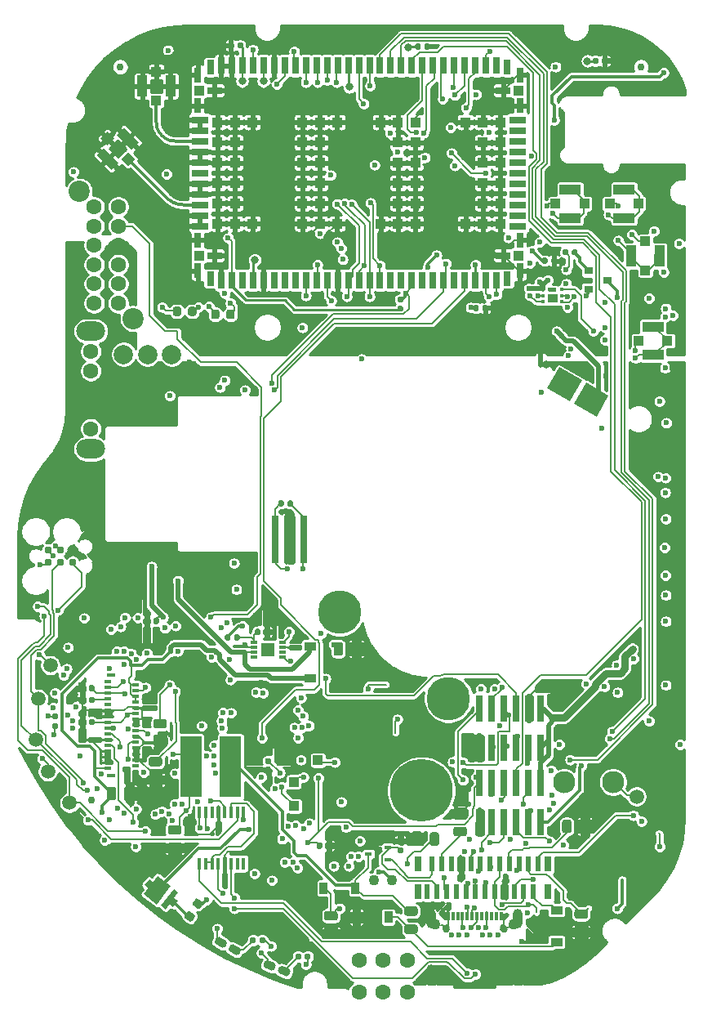
<source format=gbr>
G04 #@! TF.GenerationSoftware,KiCad,Pcbnew,5.1.6+dfsg1-1~bpo10+1*
G04 #@! TF.CreationDate,2021-06-28T17:41:37-04:00*
G04 #@! TF.ProjectId,RUSP_Mainboard,52555350-5f4d-4616-996e-626f6172642e,rev?*
G04 #@! TF.SameCoordinates,Original*
G04 #@! TF.FileFunction,Copper,L1,Top*
G04 #@! TF.FilePolarity,Positive*
%FSLAX46Y46*%
G04 Gerber Fmt 4.6, Leading zero omitted, Abs format (unit mm)*
G04 Created by KiCad (PCBNEW 5.1.6+dfsg1-1~bpo10+1) date 2021-06-28 17:41:37*
%MOMM*%
%LPD*%
G01*
G04 APERTURE LIST*
G04 #@! TA.AperFunction,EtchedComponent*
%ADD10C,0.010000*%
G04 #@! TD*
G04 #@! TA.AperFunction,EtchedComponent*
%ADD11C,0.100000*%
G04 #@! TD*
G04 #@! TA.AperFunction,ComponentPad*
%ADD12C,4.500000*%
G04 #@! TD*
G04 #@! TA.AperFunction,ComponentPad*
%ADD13C,6.500000*%
G04 #@! TD*
G04 #@! TA.AperFunction,SMDPad,CuDef*
%ADD14R,1.100000X1.100000*%
G04 #@! TD*
G04 #@! TA.AperFunction,SMDPad,CuDef*
%ADD15R,1.800000X0.800000*%
G04 #@! TD*
G04 #@! TA.AperFunction,SMDPad,CuDef*
%ADD16R,0.800000X1.500000*%
G04 #@! TD*
G04 #@! TA.AperFunction,SMDPad,CuDef*
%ADD17R,0.800000X1.800000*%
G04 #@! TD*
G04 #@! TA.AperFunction,SMDPad,CuDef*
%ADD18R,1.500000X0.800000*%
G04 #@! TD*
G04 #@! TA.AperFunction,SMDPad,CuDef*
%ADD19R,0.950000X0.400000*%
G04 #@! TD*
G04 #@! TA.AperFunction,SMDPad,CuDef*
%ADD20R,0.650000X0.300000*%
G04 #@! TD*
G04 #@! TA.AperFunction,SMDPad,CuDef*
%ADD21R,0.800000X0.300000*%
G04 #@! TD*
G04 #@! TA.AperFunction,SMDPad,CuDef*
%ADD22C,0.100000*%
G04 #@! TD*
G04 #@! TA.AperFunction,SMDPad,CuDef*
%ADD23R,1.000000X1.000000*%
G04 #@! TD*
G04 #@! TA.AperFunction,SMDPad,CuDef*
%ADD24R,2.200000X1.050000*%
G04 #@! TD*
G04 #@! TA.AperFunction,SMDPad,CuDef*
%ADD25R,1.050000X2.200000*%
G04 #@! TD*
G04 #@! TA.AperFunction,SMDPad,CuDef*
%ADD26R,0.740000X2.790000*%
G04 #@! TD*
G04 #@! TA.AperFunction,SMDPad,CuDef*
%ADD27R,2.200000X6.300000*%
G04 #@! TD*
G04 #@! TA.AperFunction,ComponentPad*
%ADD28C,1.100000*%
G04 #@! TD*
G04 #@! TA.AperFunction,SMDPad,CuDef*
%ADD29R,0.700000X5.000000*%
G04 #@! TD*
G04 #@! TA.AperFunction,SMDPad,CuDef*
%ADD30R,1.000000X5.000000*%
G04 #@! TD*
G04 #@! TA.AperFunction,SMDPad,CuDef*
%ADD31R,0.750000X0.300000*%
G04 #@! TD*
G04 #@! TA.AperFunction,SMDPad,CuDef*
%ADD32R,1.360000X1.460000*%
G04 #@! TD*
G04 #@! TA.AperFunction,Conductor*
%ADD33R,0.300000X0.300000*%
G04 #@! TD*
G04 #@! TA.AperFunction,Conductor*
%ADD34R,1.000000X0.950000*%
G04 #@! TD*
G04 #@! TA.AperFunction,SMDPad,CuDef*
%ADD35R,0.450000X0.300000*%
G04 #@! TD*
G04 #@! TA.AperFunction,SMDPad,CuDef*
%ADD36R,0.800000X1.600000*%
G04 #@! TD*
G04 #@! TA.AperFunction,SMDPad,CuDef*
%ADD37R,0.600000X1.600000*%
G04 #@! TD*
G04 #@! TA.AperFunction,ComponentPad*
%ADD38O,1.000000X2.000000*%
G04 #@! TD*
G04 #@! TA.AperFunction,ComponentPad*
%ADD39C,0.600000*%
G04 #@! TD*
G04 #@! TA.AperFunction,SMDPad,CuDef*
%ADD40R,0.350000X0.890000*%
G04 #@! TD*
G04 #@! TA.AperFunction,SMDPad,CuDef*
%ADD41C,1.500000*%
G04 #@! TD*
G04 #@! TA.AperFunction,SMDPad,CuDef*
%ADD42C,0.787000*%
G04 #@! TD*
G04 #@! TA.AperFunction,ComponentPad*
%ADD43C,2.300000*%
G04 #@! TD*
G04 #@! TA.AperFunction,SMDPad,CuDef*
%ADD44R,0.406400X1.270000*%
G04 #@! TD*
G04 #@! TA.AperFunction,SMDPad,CuDef*
%ADD45C,0.750000*%
G04 #@! TD*
G04 #@! TA.AperFunction,ComponentPad*
%ADD46O,3.000000X2.000000*%
G04 #@! TD*
G04 #@! TA.AperFunction,ComponentPad*
%ADD47C,1.600000*%
G04 #@! TD*
G04 #@! TA.AperFunction,ComponentPad*
%ADD48C,2.200000*%
G04 #@! TD*
G04 #@! TA.AperFunction,SMDPad,CuDef*
%ADD49R,1.200000X0.900000*%
G04 #@! TD*
G04 #@! TA.AperFunction,SMDPad,CuDef*
%ADD50R,0.900000X1.200000*%
G04 #@! TD*
G04 #@! TA.AperFunction,SMDPad,CuDef*
%ADD51R,0.700000X0.450000*%
G04 #@! TD*
G04 #@! TA.AperFunction,ComponentPad*
%ADD52C,2.000000*%
G04 #@! TD*
G04 #@! TA.AperFunction,Conductor*
%ADD53C,0.500000*%
G04 #@! TD*
G04 #@! TA.AperFunction,SMDPad,CuDef*
%ADD54R,0.900000X0.800000*%
G04 #@! TD*
G04 #@! TA.AperFunction,ViaPad*
%ADD55C,0.600000*%
G04 #@! TD*
G04 #@! TA.AperFunction,ViaPad*
%ADD56C,0.800000*%
G04 #@! TD*
G04 #@! TA.AperFunction,Conductor*
%ADD57C,0.200000*%
G04 #@! TD*
G04 #@! TA.AperFunction,Conductor*
%ADD58C,0.500000*%
G04 #@! TD*
G04 #@! TA.AperFunction,Conductor*
%ADD59C,0.250000*%
G04 #@! TD*
G04 #@! TA.AperFunction,Conductor*
%ADD60C,0.350000*%
G04 #@! TD*
G04 #@! TA.AperFunction,Conductor*
%ADD61C,0.750000*%
G04 #@! TD*
G04 #@! TA.AperFunction,Conductor*
%ADD62C,0.254000*%
G04 #@! TD*
G04 APERTURE END LIST*
D10*
G36*
X167830000Y-82200000D02*
G01*
X167180000Y-82200000D01*
X167177383Y-82199931D01*
X167174774Y-82199726D01*
X167172178Y-82199384D01*
X167169604Y-82198907D01*
X167167059Y-82198296D01*
X167164549Y-82197553D01*
X167162082Y-82196679D01*
X167159663Y-82195677D01*
X167157300Y-82194550D01*
X167155000Y-82193301D01*
X167152768Y-82191934D01*
X167150611Y-82190451D01*
X167148534Y-82188857D01*
X167146543Y-82187157D01*
X167144645Y-82185355D01*
X167142843Y-82183457D01*
X167141143Y-82181466D01*
X167139549Y-82179389D01*
X167138066Y-82177232D01*
X167136699Y-82175000D01*
X167135450Y-82172700D01*
X167134323Y-82170337D01*
X167133321Y-82167918D01*
X167132447Y-82165451D01*
X167131704Y-82162941D01*
X167131093Y-82160396D01*
X167130616Y-82157822D01*
X167130274Y-82155226D01*
X167130069Y-82152617D01*
X167130000Y-82150000D01*
X167130000Y-81950000D01*
X167130069Y-81947383D01*
X167130274Y-81944774D01*
X167130616Y-81942178D01*
X167131093Y-81939604D01*
X167131704Y-81937059D01*
X167132447Y-81934549D01*
X167133321Y-81932082D01*
X167134323Y-81929663D01*
X167135450Y-81927300D01*
X167136699Y-81925000D01*
X167138066Y-81922768D01*
X167139549Y-81920611D01*
X167141143Y-81918534D01*
X167142843Y-81916543D01*
X167144645Y-81914645D01*
X167146543Y-81912843D01*
X167148534Y-81911143D01*
X167150611Y-81909549D01*
X167152768Y-81908066D01*
X167155000Y-81906699D01*
X167157300Y-81905450D01*
X167159663Y-81904323D01*
X167162082Y-81903321D01*
X167164549Y-81902447D01*
X167167059Y-81901704D01*
X167169604Y-81901093D01*
X167172178Y-81900616D01*
X167174774Y-81900274D01*
X167177383Y-81900069D01*
X167180000Y-81900000D01*
X167830000Y-81900000D01*
X167832617Y-81900069D01*
X167835226Y-81900274D01*
X167837822Y-81900616D01*
X167840396Y-81901093D01*
X167842941Y-81901704D01*
X167845451Y-81902447D01*
X167847918Y-81903321D01*
X167850337Y-81904323D01*
X167852700Y-81905450D01*
X167855000Y-81906699D01*
X167857232Y-81908066D01*
X167859389Y-81909549D01*
X167861466Y-81911143D01*
X167863457Y-81912843D01*
X167865355Y-81914645D01*
X167867157Y-81916543D01*
X167868857Y-81918534D01*
X167870451Y-81920611D01*
X167871934Y-81922768D01*
X167873301Y-81925000D01*
X167874550Y-81927300D01*
X167875677Y-81929663D01*
X167876679Y-81932082D01*
X167877553Y-81934549D01*
X167878296Y-81937059D01*
X167878907Y-81939604D01*
X167879384Y-81942178D01*
X167879726Y-81944774D01*
X167879931Y-81947383D01*
X167880000Y-81950000D01*
X167880000Y-82150000D01*
X167879931Y-82152617D01*
X167879726Y-82155226D01*
X167879384Y-82157822D01*
X167878907Y-82160396D01*
X167878296Y-82162941D01*
X167877553Y-82165451D01*
X167876679Y-82167918D01*
X167875677Y-82170337D01*
X167874550Y-82172700D01*
X167873301Y-82175000D01*
X167871934Y-82177232D01*
X167870451Y-82179389D01*
X167868857Y-82181466D01*
X167867157Y-82183457D01*
X167865355Y-82185355D01*
X167863457Y-82187157D01*
X167861466Y-82188857D01*
X167859389Y-82190451D01*
X167857232Y-82191934D01*
X167855000Y-82193301D01*
X167852700Y-82194550D01*
X167850337Y-82195677D01*
X167847918Y-82196679D01*
X167845451Y-82197553D01*
X167842941Y-82198296D01*
X167840396Y-82198907D01*
X167837822Y-82199384D01*
X167835226Y-82199726D01*
X167832617Y-82199931D01*
X167830000Y-82200000D01*
G37*
X167830000Y-82200000D02*
X167180000Y-82200000D01*
X167177383Y-82199931D01*
X167174774Y-82199726D01*
X167172178Y-82199384D01*
X167169604Y-82198907D01*
X167167059Y-82198296D01*
X167164549Y-82197553D01*
X167162082Y-82196679D01*
X167159663Y-82195677D01*
X167157300Y-82194550D01*
X167155000Y-82193301D01*
X167152768Y-82191934D01*
X167150611Y-82190451D01*
X167148534Y-82188857D01*
X167146543Y-82187157D01*
X167144645Y-82185355D01*
X167142843Y-82183457D01*
X167141143Y-82181466D01*
X167139549Y-82179389D01*
X167138066Y-82177232D01*
X167136699Y-82175000D01*
X167135450Y-82172700D01*
X167134323Y-82170337D01*
X167133321Y-82167918D01*
X167132447Y-82165451D01*
X167131704Y-82162941D01*
X167131093Y-82160396D01*
X167130616Y-82157822D01*
X167130274Y-82155226D01*
X167130069Y-82152617D01*
X167130000Y-82150000D01*
X167130000Y-81950000D01*
X167130069Y-81947383D01*
X167130274Y-81944774D01*
X167130616Y-81942178D01*
X167131093Y-81939604D01*
X167131704Y-81937059D01*
X167132447Y-81934549D01*
X167133321Y-81932082D01*
X167134323Y-81929663D01*
X167135450Y-81927300D01*
X167136699Y-81925000D01*
X167138066Y-81922768D01*
X167139549Y-81920611D01*
X167141143Y-81918534D01*
X167142843Y-81916543D01*
X167144645Y-81914645D01*
X167146543Y-81912843D01*
X167148534Y-81911143D01*
X167150611Y-81909549D01*
X167152768Y-81908066D01*
X167155000Y-81906699D01*
X167157300Y-81905450D01*
X167159663Y-81904323D01*
X167162082Y-81903321D01*
X167164549Y-81902447D01*
X167167059Y-81901704D01*
X167169604Y-81901093D01*
X167172178Y-81900616D01*
X167174774Y-81900274D01*
X167177383Y-81900069D01*
X167180000Y-81900000D01*
X167830000Y-81900000D01*
X167832617Y-81900069D01*
X167835226Y-81900274D01*
X167837822Y-81900616D01*
X167840396Y-81901093D01*
X167842941Y-81901704D01*
X167845451Y-81902447D01*
X167847918Y-81903321D01*
X167850337Y-81904323D01*
X167852700Y-81905450D01*
X167855000Y-81906699D01*
X167857232Y-81908066D01*
X167859389Y-81909549D01*
X167861466Y-81911143D01*
X167863457Y-81912843D01*
X167865355Y-81914645D01*
X167867157Y-81916543D01*
X167868857Y-81918534D01*
X167870451Y-81920611D01*
X167871934Y-81922768D01*
X167873301Y-81925000D01*
X167874550Y-81927300D01*
X167875677Y-81929663D01*
X167876679Y-81932082D01*
X167877553Y-81934549D01*
X167878296Y-81937059D01*
X167878907Y-81939604D01*
X167879384Y-81942178D01*
X167879726Y-81944774D01*
X167879931Y-81947383D01*
X167880000Y-81950000D01*
X167880000Y-82150000D01*
X167879931Y-82152617D01*
X167879726Y-82155226D01*
X167879384Y-82157822D01*
X167878907Y-82160396D01*
X167878296Y-82162941D01*
X167877553Y-82165451D01*
X167876679Y-82167918D01*
X167875677Y-82170337D01*
X167874550Y-82172700D01*
X167873301Y-82175000D01*
X167871934Y-82177232D01*
X167870451Y-82179389D01*
X167868857Y-82181466D01*
X167867157Y-82183457D01*
X167865355Y-82185355D01*
X167863457Y-82187157D01*
X167861466Y-82188857D01*
X167859389Y-82190451D01*
X167857232Y-82191934D01*
X167855000Y-82193301D01*
X167852700Y-82194550D01*
X167850337Y-82195677D01*
X167847918Y-82196679D01*
X167845451Y-82197553D01*
X167842941Y-82198296D01*
X167840396Y-82198907D01*
X167837822Y-82199384D01*
X167835226Y-82199726D01*
X167832617Y-82199931D01*
X167830000Y-82200000D01*
D11*
G36*
X166100000Y-89900000D02*
G01*
X166100000Y-88900000D01*
X166600000Y-88900000D01*
X166600000Y-89900000D01*
X166100000Y-89900000D01*
G37*
D12*
X156800000Y-124450000D03*
X145500000Y-115500000D03*
D13*
X154000000Y-134000000D03*
D14*
X162150000Y-71050000D03*
X158550000Y-75250000D03*
X160350000Y-68950000D03*
X162150000Y-66850000D03*
X160350000Y-71050000D03*
X158550000Y-64750000D03*
X160350000Y-75250000D03*
X162150000Y-73150000D03*
X160350000Y-64750000D03*
X162150000Y-75250000D03*
X162150000Y-64750000D03*
X162150000Y-68950000D03*
X160350000Y-73150000D03*
X160350000Y-66850000D03*
X153350000Y-64750000D03*
X151550000Y-75250000D03*
X151550000Y-73150000D03*
X151550000Y-66850000D03*
X151550000Y-68950000D03*
X151550000Y-64750000D03*
X153350000Y-68950000D03*
X153350000Y-73150000D03*
X153350000Y-75250000D03*
X149750000Y-64750000D03*
X153350000Y-71050000D03*
X151550000Y-71050000D03*
X153350000Y-66850000D03*
X149750000Y-75250000D03*
X145250000Y-64750000D03*
X141650000Y-64750000D03*
X141650000Y-68950000D03*
X143450000Y-71050000D03*
X141650000Y-73150000D03*
X143450000Y-68950000D03*
X143450000Y-75250000D03*
X141650000Y-75250000D03*
X143450000Y-64750000D03*
X145250000Y-75250000D03*
X143450000Y-73150000D03*
X143450000Y-66850000D03*
X141650000Y-66850000D03*
X141650000Y-71050000D03*
X136450000Y-75250000D03*
X132850000Y-73150000D03*
X134650000Y-73150000D03*
X134650000Y-71050000D03*
X132850000Y-75250000D03*
X132850000Y-71050000D03*
X134650000Y-75250000D03*
X136450000Y-64750000D03*
X134650000Y-66850000D03*
X134650000Y-64750000D03*
X134650000Y-68950000D03*
X132850000Y-68950000D03*
X132850000Y-66850000D03*
X132850000Y-64750000D03*
D15*
X131000000Y-64500000D03*
X131000000Y-71100000D03*
X131000000Y-66700000D03*
X131000000Y-72200000D03*
X131000000Y-67800000D03*
X131000000Y-73300000D03*
X131000000Y-65600000D03*
X131000000Y-70000000D03*
X131000000Y-75500000D03*
X131000000Y-74400000D03*
X131000000Y-68900000D03*
X164000000Y-64500000D03*
X164000000Y-71100000D03*
X164000000Y-66700000D03*
X164000000Y-72200000D03*
X164000000Y-67800000D03*
X164000000Y-73300000D03*
X164000000Y-65600000D03*
X164000000Y-70000000D03*
X164000000Y-75500000D03*
X164000000Y-74400000D03*
X164000000Y-68900000D03*
D16*
X164200000Y-59850000D03*
D17*
X155200000Y-58900000D03*
X150800000Y-58900000D03*
X138700000Y-58900000D03*
X160700000Y-58900000D03*
X140900000Y-58900000D03*
X134300000Y-58900000D03*
X145300000Y-58900000D03*
X142000000Y-58900000D03*
X153000000Y-58900000D03*
X157400000Y-58900000D03*
X151900000Y-58900000D03*
D14*
X164050000Y-61450000D03*
D16*
X130800000Y-59850000D03*
D17*
X148600000Y-58900000D03*
X161800000Y-58900000D03*
X147500000Y-58900000D03*
X135400000Y-58900000D03*
X156300000Y-58900000D03*
D18*
X132550000Y-61450000D03*
D16*
X130800000Y-63050000D03*
D14*
X130950000Y-61450000D03*
D16*
X164200000Y-63050000D03*
D17*
X139800000Y-58900000D03*
D16*
X132100000Y-59050000D03*
D18*
X162450000Y-61450000D03*
D17*
X149700000Y-58900000D03*
X158500000Y-58900000D03*
X146400000Y-58900000D03*
X137600000Y-58900000D03*
X133200000Y-58900000D03*
X136500000Y-58900000D03*
X144200000Y-58900000D03*
X154100000Y-58900000D03*
X159600000Y-58900000D03*
D16*
X162900000Y-59050000D03*
D17*
X143100000Y-58900000D03*
D14*
X164050000Y-78550000D03*
D16*
X164200000Y-80150000D03*
X164200000Y-76950000D03*
D18*
X162450000Y-78550000D03*
D16*
X132100000Y-80950000D03*
D17*
X133200000Y-81100000D03*
X134300000Y-81100000D03*
X135400000Y-81100000D03*
X136500000Y-81100000D03*
X137600000Y-81100000D03*
X138700000Y-81100000D03*
X139800000Y-81100000D03*
X140900000Y-81100000D03*
X142000000Y-81100000D03*
X143100000Y-81100000D03*
X144200000Y-81100000D03*
X145300000Y-81100000D03*
X146400000Y-81100000D03*
X147500000Y-81100000D03*
X148600000Y-81100000D03*
X149700000Y-81100000D03*
X150800000Y-81100000D03*
X151900000Y-81100000D03*
X153000000Y-81100000D03*
X154100000Y-81100000D03*
X155200000Y-81100000D03*
X156300000Y-81100000D03*
X157400000Y-81100000D03*
X158500000Y-81100000D03*
X159600000Y-81100000D03*
X160700000Y-81100000D03*
X161800000Y-81100000D03*
D16*
X162900000Y-80950000D03*
X130800000Y-76950000D03*
D14*
X130950000Y-78550000D03*
D18*
X132550000Y-78550000D03*
D16*
X130800000Y-80150000D03*
D19*
X121775000Y-132400000D03*
X121775000Y-122000000D03*
D20*
X124375000Y-131400000D03*
X124375000Y-130800000D03*
X124375000Y-130200000D03*
X124375000Y-129600000D03*
X124375000Y-129000000D03*
X124375000Y-128400000D03*
X124375000Y-127800000D03*
X124375000Y-127200000D03*
X124375000Y-126600000D03*
X124375000Y-126000000D03*
X124375000Y-125400000D03*
X124375000Y-124800000D03*
X124375000Y-124200000D03*
X124375000Y-123600000D03*
X124375000Y-123000000D03*
D21*
X121500000Y-131700000D03*
X121500000Y-131100000D03*
X121500000Y-130500000D03*
X121500000Y-129900000D03*
X121500000Y-129300000D03*
X121500000Y-128700000D03*
X121500000Y-128100000D03*
X121500000Y-127500000D03*
X121500000Y-126900000D03*
X121500000Y-126300000D03*
X121500000Y-125700000D03*
X121500000Y-125100000D03*
X121500000Y-124500000D03*
X121500000Y-123900000D03*
X121500000Y-123300000D03*
X121500000Y-122700000D03*
G04 #@! TA.AperFunction,SMDPad,CuDef*
G36*
G01*
X119110000Y-124427500D02*
X119110000Y-124772500D01*
G75*
G02*
X118962500Y-124920000I-147500J0D01*
G01*
X118667500Y-124920000D01*
G75*
G02*
X118520000Y-124772500I0J147500D01*
G01*
X118520000Y-124427500D01*
G75*
G02*
X118667500Y-124280000I147500J0D01*
G01*
X118962500Y-124280000D01*
G75*
G02*
X119110000Y-124427500I0J-147500D01*
G01*
G37*
G04 #@! TD.AperFunction*
G04 #@! TA.AperFunction,SMDPad,CuDef*
G36*
G01*
X120080000Y-124427500D02*
X120080000Y-124772500D01*
G75*
G02*
X119932500Y-124920000I-147500J0D01*
G01*
X119637500Y-124920000D01*
G75*
G02*
X119490000Y-124772500I0J147500D01*
G01*
X119490000Y-124427500D01*
G75*
G02*
X119637500Y-124280000I147500J0D01*
G01*
X119932500Y-124280000D01*
G75*
G02*
X120080000Y-124427500I0J-147500D01*
G01*
G37*
G04 #@! TD.AperFunction*
G04 #@! TA.AperFunction,SMDPad,CuDef*
G36*
G01*
X119490000Y-123572500D02*
X119490000Y-123227500D01*
G75*
G02*
X119637500Y-123080000I147500J0D01*
G01*
X119932500Y-123080000D01*
G75*
G02*
X120080000Y-123227500I0J-147500D01*
G01*
X120080000Y-123572500D01*
G75*
G02*
X119932500Y-123720000I-147500J0D01*
G01*
X119637500Y-123720000D01*
G75*
G02*
X119490000Y-123572500I0J147500D01*
G01*
G37*
G04 #@! TD.AperFunction*
G04 #@! TA.AperFunction,SMDPad,CuDef*
G36*
G01*
X118520000Y-123572500D02*
X118520000Y-123227500D01*
G75*
G02*
X118667500Y-123080000I147500J0D01*
G01*
X118962500Y-123080000D01*
G75*
G02*
X119110000Y-123227500I0J-147500D01*
G01*
X119110000Y-123572500D01*
G75*
G02*
X118962500Y-123720000I-147500J0D01*
G01*
X118667500Y-123720000D01*
G75*
G02*
X118520000Y-123572500I0J147500D01*
G01*
G37*
G04 #@! TD.AperFunction*
G04 #@! TA.AperFunction,SMDPad,CuDef*
G36*
G01*
X123250000Y-134756250D02*
X123250000Y-133843750D01*
G75*
G02*
X123493750Y-133600000I243750J0D01*
G01*
X123981250Y-133600000D01*
G75*
G02*
X124225000Y-133843750I0J-243750D01*
G01*
X124225000Y-134756250D01*
G75*
G02*
X123981250Y-135000000I-243750J0D01*
G01*
X123493750Y-135000000D01*
G75*
G02*
X123250000Y-134756250I0J243750D01*
G01*
G37*
G04 #@! TD.AperFunction*
G04 #@! TA.AperFunction,SMDPad,CuDef*
G36*
G01*
X121375000Y-134756250D02*
X121375000Y-133843750D01*
G75*
G02*
X121618750Y-133600000I243750J0D01*
G01*
X122106250Y-133600000D01*
G75*
G02*
X122350000Y-133843750I0J-243750D01*
G01*
X122350000Y-134756250D01*
G75*
G02*
X122106250Y-135000000I-243750J0D01*
G01*
X121618750Y-135000000D01*
G75*
G02*
X121375000Y-134756250I0J243750D01*
G01*
G37*
G04 #@! TD.AperFunction*
G04 #@! TA.AperFunction,SMDPad,CuDef*
G36*
G01*
X119490000Y-127072500D02*
X119490000Y-126727500D01*
G75*
G02*
X119637500Y-126580000I147500J0D01*
G01*
X119932500Y-126580000D01*
G75*
G02*
X120080000Y-126727500I0J-147500D01*
G01*
X120080000Y-127072500D01*
G75*
G02*
X119932500Y-127220000I-147500J0D01*
G01*
X119637500Y-127220000D01*
G75*
G02*
X119490000Y-127072500I0J147500D01*
G01*
G37*
G04 #@! TD.AperFunction*
G04 #@! TA.AperFunction,SMDPad,CuDef*
G36*
G01*
X118520000Y-127072500D02*
X118520000Y-126727500D01*
G75*
G02*
X118667500Y-126580000I147500J0D01*
G01*
X118962500Y-126580000D01*
G75*
G02*
X119110000Y-126727500I0J-147500D01*
G01*
X119110000Y-127072500D01*
G75*
G02*
X118962500Y-127220000I-147500J0D01*
G01*
X118667500Y-127220000D01*
G75*
G02*
X118520000Y-127072500I0J147500D01*
G01*
G37*
G04 #@! TD.AperFunction*
G04 #@! TA.AperFunction,SMDPad,CuDef*
G36*
G01*
X125943750Y-132387500D02*
X126856250Y-132387500D01*
G75*
G02*
X127100000Y-132631250I0J-243750D01*
G01*
X127100000Y-133118750D01*
G75*
G02*
X126856250Y-133362500I-243750J0D01*
G01*
X125943750Y-133362500D01*
G75*
G02*
X125700000Y-133118750I0J243750D01*
G01*
X125700000Y-132631250D01*
G75*
G02*
X125943750Y-132387500I243750J0D01*
G01*
G37*
G04 #@! TD.AperFunction*
G04 #@! TA.AperFunction,SMDPad,CuDef*
G36*
G01*
X125943750Y-130512500D02*
X126856250Y-130512500D01*
G75*
G02*
X127100000Y-130756250I0J-243750D01*
G01*
X127100000Y-131243750D01*
G75*
G02*
X126856250Y-131487500I-243750J0D01*
G01*
X125943750Y-131487500D01*
G75*
G02*
X125700000Y-131243750I0J243750D01*
G01*
X125700000Y-130756250D01*
G75*
G02*
X125943750Y-130512500I243750J0D01*
G01*
G37*
G04 #@! TD.AperFunction*
G04 #@! TA.AperFunction,SMDPad,CuDef*
G36*
G01*
X126443750Y-128450000D02*
X127356250Y-128450000D01*
G75*
G02*
X127600000Y-128693750I0J-243750D01*
G01*
X127600000Y-129181250D01*
G75*
G02*
X127356250Y-129425000I-243750J0D01*
G01*
X126443750Y-129425000D01*
G75*
G02*
X126200000Y-129181250I0J243750D01*
G01*
X126200000Y-128693750D01*
G75*
G02*
X126443750Y-128450000I243750J0D01*
G01*
G37*
G04 #@! TD.AperFunction*
G04 #@! TA.AperFunction,SMDPad,CuDef*
G36*
G01*
X126443750Y-126575000D02*
X127356250Y-126575000D01*
G75*
G02*
X127600000Y-126818750I0J-243750D01*
G01*
X127600000Y-127306250D01*
G75*
G02*
X127356250Y-127550000I-243750J0D01*
G01*
X126443750Y-127550000D01*
G75*
G02*
X126200000Y-127306250I0J243750D01*
G01*
X126200000Y-126818750D01*
G75*
G02*
X126443750Y-126575000I243750J0D01*
G01*
G37*
G04 #@! TD.AperFunction*
G04 #@! TA.AperFunction,SMDPad,CuDef*
D22*
G36*
X128276682Y-146062903D02*
G01*
X127877364Y-145761995D01*
X128358816Y-145123087D01*
X128758134Y-145423995D01*
X128276682Y-146062903D01*
G37*
G04 #@! TD.AperFunction*
G04 #@! TA.AperFunction,SMDPad,CuDef*
G36*
X127471139Y-146301075D02*
G01*
X126991957Y-145939986D01*
X128285859Y-144222919D01*
X128765041Y-144584008D01*
X127471139Y-146301075D01*
G37*
G04 #@! TD.AperFunction*
G04 #@! TA.AperFunction,SMDPad,CuDef*
G36*
X125661150Y-144091959D02*
G01*
X125261832Y-143791051D01*
X125743284Y-143152143D01*
X126142602Y-143453051D01*
X125661150Y-144091959D01*
G37*
G04 #@! TD.AperFunction*
G04 #@! TA.AperFunction,SMDPad,CuDef*
G36*
X126577310Y-145784043D02*
G01*
X125179698Y-144730866D01*
X126624054Y-142814141D01*
X128021666Y-143867318D01*
X126577310Y-145784043D01*
G37*
G04 #@! TD.AperFunction*
G04 #@! TA.AperFunction,SMDPad,CuDef*
G36*
G01*
X130776713Y-146210050D02*
X130342088Y-145938467D01*
G75*
G02*
X130272497Y-145637036I115920J185511D01*
G01*
X130504337Y-145266015D01*
G75*
G02*
X130805768Y-145196424I185511J-115920D01*
G01*
X131240392Y-145468007D01*
G75*
G02*
X131309983Y-145769438I-115920J-185511D01*
G01*
X131078143Y-146140459D01*
G75*
G02*
X130776712Y-146210050I-185511J115920D01*
G01*
G37*
G04 #@! TD.AperFunction*
G04 #@! TA.AperFunction,SMDPad,CuDef*
G36*
G01*
X129942091Y-147545726D02*
X129507466Y-147274143D01*
G75*
G02*
X129437875Y-146972712I115920J185511D01*
G01*
X129669715Y-146601691D01*
G75*
G02*
X129971146Y-146532100I185511J-115920D01*
G01*
X130405770Y-146803683D01*
G75*
G02*
X130475361Y-147105114I-115920J-185511D01*
G01*
X130243521Y-147476135D01*
G75*
G02*
X129942090Y-147545726I-185511J115920D01*
G01*
G37*
G04 #@! TD.AperFunction*
G04 #@! TA.AperFunction,SMDPad,CuDef*
G36*
G01*
X129787500Y-84606250D02*
X129787500Y-84093750D01*
G75*
G02*
X130006250Y-83875000I218750J0D01*
G01*
X130443750Y-83875000D01*
G75*
G02*
X130662500Y-84093750I0J-218750D01*
G01*
X130662500Y-84606250D01*
G75*
G02*
X130443750Y-84825000I-218750J0D01*
G01*
X130006250Y-84825000D01*
G75*
G02*
X129787500Y-84606250I0J218750D01*
G01*
G37*
G04 #@! TD.AperFunction*
G04 #@! TA.AperFunction,SMDPad,CuDef*
G36*
G01*
X128212500Y-84606250D02*
X128212500Y-84093750D01*
G75*
G02*
X128431250Y-83875000I218750J0D01*
G01*
X128868750Y-83875000D01*
G75*
G02*
X129087500Y-84093750I0J-218750D01*
G01*
X129087500Y-84606250D01*
G75*
G02*
X128868750Y-84825000I-218750J0D01*
G01*
X128431250Y-84825000D01*
G75*
G02*
X128212500Y-84606250I0J218750D01*
G01*
G37*
G04 #@! TD.AperFunction*
G04 #@! TA.AperFunction,SMDPad,CuDef*
G36*
G01*
X133750000Y-84906250D02*
X133750000Y-84393750D01*
G75*
G02*
X133968750Y-84175000I218750J0D01*
G01*
X134406250Y-84175000D01*
G75*
G02*
X134625000Y-84393750I0J-218750D01*
G01*
X134625000Y-84906250D01*
G75*
G02*
X134406250Y-85125000I-218750J0D01*
G01*
X133968750Y-85125000D01*
G75*
G02*
X133750000Y-84906250I0J218750D01*
G01*
G37*
G04 #@! TD.AperFunction*
G04 #@! TA.AperFunction,SMDPad,CuDef*
G36*
G01*
X132175000Y-84906250D02*
X132175000Y-84393750D01*
G75*
G02*
X132393750Y-84175000I218750J0D01*
G01*
X132831250Y-84175000D01*
G75*
G02*
X133050000Y-84393750I0J-218750D01*
G01*
X133050000Y-84906250D01*
G75*
G02*
X132831250Y-85125000I-218750J0D01*
G01*
X132393750Y-85125000D01*
G75*
G02*
X132175000Y-84906250I0J218750D01*
G01*
G37*
G04 #@! TD.AperFunction*
D23*
X176500000Y-87400000D03*
X179500000Y-87400000D03*
D24*
X178000000Y-88875000D03*
X178000000Y-85925000D03*
D23*
X177200000Y-77100000D03*
X177200000Y-80100000D03*
D25*
X175725000Y-78600000D03*
X178675000Y-78600000D03*
D23*
X173500000Y-73200000D03*
X176500000Y-73200000D03*
D24*
X175000000Y-74675000D03*
X175000000Y-71725000D03*
D23*
X167900000Y-73200000D03*
X170900000Y-73200000D03*
D24*
X169400000Y-74675000D03*
X169400000Y-71725000D03*
D26*
X166375000Y-137235000D03*
X165105000Y-137235000D03*
X166375000Y-133165000D03*
X165105000Y-133165000D03*
X163835000Y-137235000D03*
X162565000Y-137235000D03*
X163835000Y-133165000D03*
X162565000Y-133165000D03*
X161295000Y-133165000D03*
X161295000Y-137235000D03*
X160025000Y-133165000D03*
X160025000Y-137235000D03*
G04 #@! TA.AperFunction,SMDPad,CuDef*
G36*
G01*
X144875000Y-119776250D02*
X144875000Y-118863750D01*
G75*
G02*
X145118750Y-118620000I243750J0D01*
G01*
X145606250Y-118620000D01*
G75*
G02*
X145850000Y-118863750I0J-243750D01*
G01*
X145850000Y-119776250D01*
G75*
G02*
X145606250Y-120020000I-243750J0D01*
G01*
X145118750Y-120020000D01*
G75*
G02*
X144875000Y-119776250I0J243750D01*
G01*
G37*
G04 #@! TD.AperFunction*
G04 #@! TA.AperFunction,SMDPad,CuDef*
G36*
G01*
X146750000Y-119776250D02*
X146750000Y-118863750D01*
G75*
G02*
X146993750Y-118620000I243750J0D01*
G01*
X147481250Y-118620000D01*
G75*
G02*
X147725000Y-118863750I0J-243750D01*
G01*
X147725000Y-119776250D01*
G75*
G02*
X147481250Y-120020000I-243750J0D01*
G01*
X146993750Y-120020000D01*
G75*
G02*
X146750000Y-119776250I0J243750D01*
G01*
G37*
G04 #@! TD.AperFunction*
D27*
X130100000Y-131500000D03*
X134200000Y-131500000D03*
D23*
X140750000Y-133100000D03*
G04 #@! TA.AperFunction,SMDPad,CuDef*
G36*
G01*
X139710000Y-104077500D02*
X139710000Y-104422500D01*
G75*
G02*
X139562500Y-104570000I-147500J0D01*
G01*
X139267500Y-104570000D01*
G75*
G02*
X139120000Y-104422500I0J147500D01*
G01*
X139120000Y-104077500D01*
G75*
G02*
X139267500Y-103930000I147500J0D01*
G01*
X139562500Y-103930000D01*
G75*
G02*
X139710000Y-104077500I0J-147500D01*
G01*
G37*
G04 #@! TD.AperFunction*
G04 #@! TA.AperFunction,SMDPad,CuDef*
G36*
G01*
X140680000Y-104077500D02*
X140680000Y-104422500D01*
G75*
G02*
X140532500Y-104570000I-147500J0D01*
G01*
X140237500Y-104570000D01*
G75*
G02*
X140090000Y-104422500I0J147500D01*
G01*
X140090000Y-104077500D01*
G75*
G02*
X140237500Y-103930000I147500J0D01*
G01*
X140532500Y-103930000D01*
G75*
G02*
X140680000Y-104077500I0J-147500D01*
G01*
G37*
G04 #@! TD.AperFunction*
D28*
X149050000Y-143300000D03*
X150950000Y-143300000D03*
D29*
X141800000Y-108000000D03*
D30*
X140300000Y-108000000D03*
D29*
X138800000Y-108000000D03*
D31*
X136600000Y-118650000D03*
D32*
X138100000Y-119400000D03*
D31*
X136600000Y-119150000D03*
X136600000Y-119650000D03*
X136600000Y-120150000D03*
X139600000Y-120150000D03*
X139600000Y-119650000D03*
X139600000Y-119150000D03*
X139600000Y-118650000D03*
D33*
X167505000Y-82050000D03*
D34*
X167600000Y-83025000D03*
D35*
X166625000Y-83350000D03*
X166625000Y-82700000D03*
X166625000Y-82050000D03*
X168575000Y-82050000D03*
X168575000Y-82700000D03*
X168575000Y-83350000D03*
D36*
X167100000Y-144450000D03*
X167100000Y-141550000D03*
X153600000Y-144450000D03*
X153600000Y-141550000D03*
D37*
X166100000Y-141550000D03*
X165600000Y-144450000D03*
X165100000Y-141550000D03*
X164600000Y-144450000D03*
X164100000Y-141550000D03*
X163600000Y-144450000D03*
X163100000Y-141550000D03*
X162600000Y-144450000D03*
X162100000Y-141550000D03*
X161600000Y-144450000D03*
X161100000Y-141550000D03*
X160600000Y-144450000D03*
X160100000Y-141550000D03*
X159600000Y-144450000D03*
X159100000Y-141550000D03*
X158600000Y-144450000D03*
X158100000Y-141550000D03*
X157600000Y-144450000D03*
X157100000Y-141550000D03*
X156600000Y-144450000D03*
X156100000Y-141550000D03*
X155600000Y-144450000D03*
X155100000Y-141550000D03*
X154600000Y-144450000D03*
D26*
X166375000Y-129535000D03*
X165105000Y-129535000D03*
X166375000Y-125465000D03*
X165105000Y-125465000D03*
X163835000Y-129535000D03*
X162565000Y-129535000D03*
X163835000Y-125465000D03*
X162565000Y-125465000D03*
X161295000Y-125465000D03*
X161295000Y-129535000D03*
X160025000Y-125465000D03*
X160025000Y-129535000D03*
D38*
X155000000Y-153025000D03*
X164000000Y-153025000D03*
D28*
X155450000Y-147825000D03*
D38*
X155000000Y-147275000D03*
D28*
X163550000Y-147825000D03*
D38*
X164000000Y-147275000D03*
D39*
X161900000Y-148925000D03*
X161100000Y-148925000D03*
X160300000Y-148925000D03*
X157100000Y-148925000D03*
X157900000Y-148925000D03*
X158700000Y-148925000D03*
X162550000Y-148225000D03*
X160700000Y-148225000D03*
X159900000Y-148225000D03*
X156450000Y-148225000D03*
X158300000Y-148225000D03*
X159100000Y-148225000D03*
D40*
X162250000Y-147020000D03*
X161750000Y-147020000D03*
X161250000Y-147020000D03*
X160750000Y-147020000D03*
X160250000Y-147020000D03*
X159750000Y-147020000D03*
X159250000Y-147020000D03*
X158750000Y-147020000D03*
X158250000Y-147020000D03*
X157750000Y-147020000D03*
X157250000Y-147020000D03*
X156750000Y-147020000D03*
D41*
X117500000Y-135250000D03*
G04 #@! TA.AperFunction,SMDPad,CuDef*
G36*
G01*
X153950000Y-138563750D02*
X153950000Y-139476250D01*
G75*
G02*
X153706250Y-139720000I-243750J0D01*
G01*
X153218750Y-139720000D01*
G75*
G02*
X152975000Y-139476250I0J243750D01*
G01*
X152975000Y-138563750D01*
G75*
G02*
X153218750Y-138320000I243750J0D01*
G01*
X153706250Y-138320000D01*
G75*
G02*
X153950000Y-138563750I0J-243750D01*
G01*
G37*
G04 #@! TD.AperFunction*
G04 #@! TA.AperFunction,SMDPad,CuDef*
G36*
G01*
X155825000Y-138563750D02*
X155825000Y-139476250D01*
G75*
G02*
X155581250Y-139720000I-243750J0D01*
G01*
X155093750Y-139720000D01*
G75*
G02*
X154850000Y-139476250I0J243750D01*
G01*
X154850000Y-138563750D01*
G75*
G02*
X155093750Y-138320000I243750J0D01*
G01*
X155581250Y-138320000D01*
G75*
G02*
X155825000Y-138563750I0J-243750D01*
G01*
G37*
G04 #@! TD.AperFunction*
D42*
X115270000Y-110335000D03*
X115270000Y-109065000D03*
X116540000Y-110335000D03*
X116540000Y-109065000D03*
X117810000Y-110335000D03*
X117810000Y-109065000D03*
D43*
X168770000Y-133100000D03*
X173850000Y-133100000D03*
X178930000Y-133100000D03*
G04 #@! TA.AperFunction,SMDPad,CuDef*
G36*
G01*
X139110563Y-152670059D02*
X139262869Y-152273288D01*
G75*
G02*
X139537408Y-152151055I198386J-76153D01*
G01*
X140284272Y-152437749D01*
G75*
G02*
X140406505Y-152712288I-76153J-198386D01*
G01*
X140254199Y-153109060D01*
G75*
G02*
X139979660Y-153231293I-198386J76153D01*
G01*
X139232796Y-152944599D01*
G75*
G02*
X139110563Y-152670060I76153J198386D01*
G01*
G37*
G04 #@! TD.AperFunction*
G04 #@! TA.AperFunction,SMDPad,CuDef*
G36*
G01*
X137593495Y-152087711D02*
X137745801Y-151690940D01*
G75*
G02*
X138020340Y-151568707I198386J-76153D01*
G01*
X138767204Y-151855401D01*
G75*
G02*
X138889437Y-152129940I-76153J-198386D01*
G01*
X138737131Y-152526712D01*
G75*
G02*
X138462592Y-152648945I-198386J76153D01*
G01*
X137715728Y-152362251D01*
G75*
G02*
X137593495Y-152087712I76153J198386D01*
G01*
G37*
G04 #@! TD.AperFunction*
G04 #@! TA.AperFunction,SMDPad,CuDef*
G36*
G01*
X133973181Y-150381521D02*
X134172707Y-150006268D01*
G75*
G02*
X134460096Y-149918405I187626J-99763D01*
G01*
X135166454Y-150293982D01*
G75*
G02*
X135254317Y-150581371I-99763J-187626D01*
G01*
X135054791Y-150956624D01*
G75*
G02*
X134767402Y-151044487I-187626J99763D01*
G01*
X134061044Y-150668910D01*
G75*
G02*
X133973181Y-150381521I99763J187626D01*
G01*
G37*
G04 #@! TD.AperFunction*
G04 #@! TA.AperFunction,SMDPad,CuDef*
G36*
G01*
X132538391Y-149618629D02*
X132737917Y-149243376D01*
G75*
G02*
X133025306Y-149155513I187626J-99763D01*
G01*
X133731664Y-149531090D01*
G75*
G02*
X133819527Y-149818479I-99763J-187626D01*
G01*
X133620001Y-150193732D01*
G75*
G02*
X133332612Y-150281595I-187626J99763D01*
G01*
X132626254Y-149906018D01*
G75*
G02*
X132538391Y-149618629I99763J187626D01*
G01*
G37*
G04 #@! TD.AperFunction*
D44*
X135521000Y-141567000D03*
X134886000Y-141567000D03*
X134225600Y-141567000D03*
X133565200Y-141567000D03*
X132930200Y-141567000D03*
X132269800Y-141567000D03*
X131609400Y-141567000D03*
X130974400Y-141567000D03*
X130974400Y-136233000D03*
X131609400Y-136233000D03*
X132269800Y-136233000D03*
X132930200Y-136233000D03*
X133565200Y-136233000D03*
X134225600Y-136233000D03*
X134886000Y-136233000D03*
X135521000Y-136233000D03*
D45*
X122750000Y-59000000D03*
X176750000Y-59000000D03*
X119750000Y-135000000D03*
D46*
X119700000Y-86400000D03*
X119700000Y-98600000D03*
D47*
X119700000Y-88500000D03*
X119700000Y-90500000D03*
X119700000Y-92500000D03*
X119700000Y-96500000D03*
G04 #@! TA.AperFunction,SMDPad,CuDef*
G36*
G01*
X137927500Y-131590000D02*
X138272500Y-131590000D01*
G75*
G02*
X138420000Y-131737500I0J-147500D01*
G01*
X138420000Y-132032500D01*
G75*
G02*
X138272500Y-132180000I-147500J0D01*
G01*
X137927500Y-132180000D01*
G75*
G02*
X137780000Y-132032500I0J147500D01*
G01*
X137780000Y-131737500D01*
G75*
G02*
X137927500Y-131590000I147500J0D01*
G01*
G37*
G04 #@! TD.AperFunction*
G04 #@! TA.AperFunction,SMDPad,CuDef*
G36*
G01*
X137927500Y-130620000D02*
X138272500Y-130620000D01*
G75*
G02*
X138420000Y-130767500I0J-147500D01*
G01*
X138420000Y-131062500D01*
G75*
G02*
X138272500Y-131210000I-147500J0D01*
G01*
X137927500Y-131210000D01*
G75*
G02*
X137780000Y-131062500I0J147500D01*
G01*
X137780000Y-130767500D01*
G75*
G02*
X137927500Y-130620000I147500J0D01*
G01*
G37*
G04 #@! TD.AperFunction*
G04 #@! TA.AperFunction,SMDPad,CuDef*
G36*
G01*
X134525000Y-56627500D02*
X134525000Y-56972500D01*
G75*
G02*
X134377500Y-57120000I-147500J0D01*
G01*
X134082500Y-57120000D01*
G75*
G02*
X133935000Y-56972500I0J147500D01*
G01*
X133935000Y-56627500D01*
G75*
G02*
X134082500Y-56480000I147500J0D01*
G01*
X134377500Y-56480000D01*
G75*
G02*
X134525000Y-56627500I0J-147500D01*
G01*
G37*
G04 #@! TD.AperFunction*
G04 #@! TA.AperFunction,SMDPad,CuDef*
G36*
G01*
X135495000Y-56627500D02*
X135495000Y-56972500D01*
G75*
G02*
X135347500Y-57120000I-147500J0D01*
G01*
X135052500Y-57120000D01*
G75*
G02*
X134905000Y-56972500I0J147500D01*
G01*
X134905000Y-56627500D01*
G75*
G02*
X135052500Y-56480000I147500J0D01*
G01*
X135347500Y-56480000D01*
G75*
G02*
X135495000Y-56627500I0J-147500D01*
G01*
G37*
G04 #@! TD.AperFunction*
G04 #@! TA.AperFunction,SMDPad,CuDef*
G36*
G01*
X153320000Y-57072500D02*
X153320000Y-56727500D01*
G75*
G02*
X153467500Y-56580000I147500J0D01*
G01*
X153762500Y-56580000D01*
G75*
G02*
X153910000Y-56727500I0J-147500D01*
G01*
X153910000Y-57072500D01*
G75*
G02*
X153762500Y-57220000I-147500J0D01*
G01*
X153467500Y-57220000D01*
G75*
G02*
X153320000Y-57072500I0J147500D01*
G01*
G37*
G04 #@! TD.AperFunction*
G04 #@! TA.AperFunction,SMDPad,CuDef*
G36*
G01*
X154290000Y-57072500D02*
X154290000Y-56727500D01*
G75*
G02*
X154437500Y-56580000I147500J0D01*
G01*
X154732500Y-56580000D01*
G75*
G02*
X154880000Y-56727500I0J-147500D01*
G01*
X154880000Y-57072500D01*
G75*
G02*
X154732500Y-57220000I-147500J0D01*
G01*
X154437500Y-57220000D01*
G75*
G02*
X154290000Y-57072500I0J147500D01*
G01*
G37*
G04 #@! TD.AperFunction*
G04 #@! TA.AperFunction,SMDPad,CuDef*
G36*
G01*
X172705000Y-58572500D02*
X172705000Y-58227500D01*
G75*
G02*
X172852500Y-58080000I147500J0D01*
G01*
X173147500Y-58080000D01*
G75*
G02*
X173295000Y-58227500I0J-147500D01*
G01*
X173295000Y-58572500D01*
G75*
G02*
X173147500Y-58720000I-147500J0D01*
G01*
X172852500Y-58720000D01*
G75*
G02*
X172705000Y-58572500I0J147500D01*
G01*
G37*
G04 #@! TD.AperFunction*
G04 #@! TA.AperFunction,SMDPad,CuDef*
G36*
G01*
X171735000Y-58572500D02*
X171735000Y-58227500D01*
G75*
G02*
X171882500Y-58080000I147500J0D01*
G01*
X172177500Y-58080000D01*
G75*
G02*
X172325000Y-58227500I0J-147500D01*
G01*
X172325000Y-58572500D01*
G75*
G02*
X172177500Y-58720000I-147500J0D01*
G01*
X171882500Y-58720000D01*
G75*
G02*
X171735000Y-58572500I0J147500D01*
G01*
G37*
G04 #@! TD.AperFunction*
G04 #@! TA.AperFunction,SMDPad,CuDef*
G36*
G01*
X166480000Y-79272500D02*
X166480000Y-78927500D01*
G75*
G02*
X166627500Y-78780000I147500J0D01*
G01*
X166922500Y-78780000D01*
G75*
G02*
X167070000Y-78927500I0J-147500D01*
G01*
X167070000Y-79272500D01*
G75*
G02*
X166922500Y-79420000I-147500J0D01*
G01*
X166627500Y-79420000D01*
G75*
G02*
X166480000Y-79272500I0J147500D01*
G01*
G37*
G04 #@! TD.AperFunction*
G04 #@! TA.AperFunction,SMDPad,CuDef*
G36*
G01*
X167450000Y-79272500D02*
X167450000Y-78927500D01*
G75*
G02*
X167597500Y-78780000I147500J0D01*
G01*
X167892500Y-78780000D01*
G75*
G02*
X168040000Y-78927500I0J-147500D01*
G01*
X168040000Y-79272500D01*
G75*
G02*
X167892500Y-79420000I-147500J0D01*
G01*
X167597500Y-79420000D01*
G75*
G02*
X167450000Y-79272500I0J147500D01*
G01*
G37*
G04 #@! TD.AperFunction*
G04 #@! TA.AperFunction,SMDPad,CuDef*
G36*
G01*
X160315000Y-84172500D02*
X160315000Y-83827500D01*
G75*
G02*
X160462500Y-83680000I147500J0D01*
G01*
X160757500Y-83680000D01*
G75*
G02*
X160905000Y-83827500I0J-147500D01*
G01*
X160905000Y-84172500D01*
G75*
G02*
X160757500Y-84320000I-147500J0D01*
G01*
X160462500Y-84320000D01*
G75*
G02*
X160315000Y-84172500I0J147500D01*
G01*
G37*
G04 #@! TD.AperFunction*
G04 #@! TA.AperFunction,SMDPad,CuDef*
G36*
G01*
X159345000Y-84172500D02*
X159345000Y-83827500D01*
G75*
G02*
X159492500Y-83680000I147500J0D01*
G01*
X159787500Y-83680000D01*
G75*
G02*
X159935000Y-83827500I0J-147500D01*
G01*
X159935000Y-84172500D01*
G75*
G02*
X159787500Y-84320000I-147500J0D01*
G01*
X159492500Y-84320000D01*
G75*
G02*
X159345000Y-84172500I0J147500D01*
G01*
G37*
G04 #@! TD.AperFunction*
G04 #@! TA.AperFunction,SMDPad,CuDef*
G36*
G01*
X125810000Y-116247500D02*
X125810000Y-116592500D01*
G75*
G02*
X125662500Y-116740000I-147500J0D01*
G01*
X125367500Y-116740000D01*
G75*
G02*
X125220000Y-116592500I0J147500D01*
G01*
X125220000Y-116247500D01*
G75*
G02*
X125367500Y-116100000I147500J0D01*
G01*
X125662500Y-116100000D01*
G75*
G02*
X125810000Y-116247500I0J-147500D01*
G01*
G37*
G04 #@! TD.AperFunction*
G04 #@! TA.AperFunction,SMDPad,CuDef*
G36*
G01*
X126780000Y-116247500D02*
X126780000Y-116592500D01*
G75*
G02*
X126632500Y-116740000I-147500J0D01*
G01*
X126337500Y-116740000D01*
G75*
G02*
X126190000Y-116592500I0J147500D01*
G01*
X126190000Y-116247500D01*
G75*
G02*
X126337500Y-116100000I147500J0D01*
G01*
X126632500Y-116100000D01*
G75*
G02*
X126780000Y-116247500I0J-147500D01*
G01*
G37*
G04 #@! TD.AperFunction*
G04 #@! TA.AperFunction,SMDPad,CuDef*
G36*
G01*
X143120000Y-139872500D02*
X143120000Y-139527500D01*
G75*
G02*
X143267500Y-139380000I147500J0D01*
G01*
X143562500Y-139380000D01*
G75*
G02*
X143710000Y-139527500I0J-147500D01*
G01*
X143710000Y-139872500D01*
G75*
G02*
X143562500Y-140020000I-147500J0D01*
G01*
X143267500Y-140020000D01*
G75*
G02*
X143120000Y-139872500I0J147500D01*
G01*
G37*
G04 #@! TD.AperFunction*
G04 #@! TA.AperFunction,SMDPad,CuDef*
G36*
G01*
X144090000Y-139872500D02*
X144090000Y-139527500D01*
G75*
G02*
X144237500Y-139380000I147500J0D01*
G01*
X144532500Y-139380000D01*
G75*
G02*
X144680000Y-139527500I0J-147500D01*
G01*
X144680000Y-139872500D01*
G75*
G02*
X144532500Y-140020000I-147500J0D01*
G01*
X144237500Y-140020000D01*
G75*
G02*
X144090000Y-139872500I0J147500D01*
G01*
G37*
G04 #@! TD.AperFunction*
G04 #@! TA.AperFunction,SMDPad,CuDef*
D22*
G36*
X121863603Y-69692032D02*
G01*
X120307968Y-68136397D01*
X121050431Y-67393934D01*
X122606066Y-68949569D01*
X121863603Y-69692032D01*
G37*
G04 #@! TD.AperFunction*
G04 #@! TA.AperFunction,SMDPad,CuDef*
G36*
X123949569Y-67606066D02*
G01*
X122393934Y-66050431D01*
X123136397Y-65307968D01*
X124692032Y-66863603D01*
X123949569Y-67606066D01*
G37*
G04 #@! TD.AperFunction*
G04 #@! TA.AperFunction,SMDPad,CuDef*
G36*
X121439340Y-67146447D02*
G01*
X120732233Y-66439340D01*
X121439340Y-65732233D01*
X122146447Y-66439340D01*
X121439340Y-67146447D01*
G37*
G04 #@! TD.AperFunction*
G04 #@! TA.AperFunction,SMDPad,CuDef*
G36*
X123560660Y-69267767D02*
G01*
X122853553Y-68560660D01*
X123560660Y-67853553D01*
X124267767Y-68560660D01*
X123560660Y-69267767D01*
G37*
G04 #@! TD.AperFunction*
D23*
X126500000Y-62500000D03*
X126500000Y-59500000D03*
D25*
X127975000Y-61000000D03*
X125025000Y-61000000D03*
G04 #@! TA.AperFunction,SMDPad,CuDef*
G36*
G01*
X115827500Y-126020000D02*
X116172500Y-126020000D01*
G75*
G02*
X116320000Y-126167500I0J-147500D01*
G01*
X116320000Y-126462500D01*
G75*
G02*
X116172500Y-126610000I-147500J0D01*
G01*
X115827500Y-126610000D01*
G75*
G02*
X115680000Y-126462500I0J147500D01*
G01*
X115680000Y-126167500D01*
G75*
G02*
X115827500Y-126020000I147500J0D01*
G01*
G37*
G04 #@! TD.AperFunction*
G04 #@! TA.AperFunction,SMDPad,CuDef*
G36*
G01*
X115827500Y-126990000D02*
X116172500Y-126990000D01*
G75*
G02*
X116320000Y-127137500I0J-147500D01*
G01*
X116320000Y-127432500D01*
G75*
G02*
X116172500Y-127580000I-147500J0D01*
G01*
X115827500Y-127580000D01*
G75*
G02*
X115680000Y-127432500I0J147500D01*
G01*
X115680000Y-127137500D01*
G75*
G02*
X115827500Y-126990000I147500J0D01*
G01*
G37*
G04 #@! TD.AperFunction*
G04 #@! TA.AperFunction,SMDPad,CuDef*
G36*
G01*
X141510000Y-151027500D02*
X141510000Y-151372500D01*
G75*
G02*
X141362500Y-151520000I-147500J0D01*
G01*
X141067500Y-151520000D01*
G75*
G02*
X140920000Y-151372500I0J147500D01*
G01*
X140920000Y-151027500D01*
G75*
G02*
X141067500Y-150880000I147500J0D01*
G01*
X141362500Y-150880000D01*
G75*
G02*
X141510000Y-151027500I0J-147500D01*
G01*
G37*
G04 #@! TD.AperFunction*
G04 #@! TA.AperFunction,SMDPad,CuDef*
G36*
G01*
X142480000Y-151027500D02*
X142480000Y-151372500D01*
G75*
G02*
X142332500Y-151520000I-147500J0D01*
G01*
X142037500Y-151520000D01*
G75*
G02*
X141890000Y-151372500I0J147500D01*
G01*
X141890000Y-151027500D01*
G75*
G02*
X142037500Y-150880000I147500J0D01*
G01*
X142332500Y-150880000D01*
G75*
G02*
X142480000Y-151027500I0J-147500D01*
G01*
G37*
G04 #@! TD.AperFunction*
G04 #@! TA.AperFunction,SMDPad,CuDef*
G36*
G01*
X136810000Y-149327500D02*
X136810000Y-149672500D01*
G75*
G02*
X136662500Y-149820000I-147500J0D01*
G01*
X136367500Y-149820000D01*
G75*
G02*
X136220000Y-149672500I0J147500D01*
G01*
X136220000Y-149327500D01*
G75*
G02*
X136367500Y-149180000I147500J0D01*
G01*
X136662500Y-149180000D01*
G75*
G02*
X136810000Y-149327500I0J-147500D01*
G01*
G37*
G04 #@! TD.AperFunction*
G04 #@! TA.AperFunction,SMDPad,CuDef*
G36*
G01*
X137780000Y-149327500D02*
X137780000Y-149672500D01*
G75*
G02*
X137632500Y-149820000I-147500J0D01*
G01*
X137337500Y-149820000D01*
G75*
G02*
X137190000Y-149672500I0J147500D01*
G01*
X137190000Y-149327500D01*
G75*
G02*
X137337500Y-149180000I147500J0D01*
G01*
X137632500Y-149180000D01*
G75*
G02*
X137780000Y-149327500I0J-147500D01*
G01*
G37*
G04 #@! TD.AperFunction*
G04 #@! TA.AperFunction,SMDPad,CuDef*
G36*
G01*
X134555000Y-118292500D02*
X134555000Y-117947500D01*
G75*
G02*
X134702500Y-117800000I147500J0D01*
G01*
X134997500Y-117800000D01*
G75*
G02*
X135145000Y-117947500I0J-147500D01*
G01*
X135145000Y-118292500D01*
G75*
G02*
X134997500Y-118440000I-147500J0D01*
G01*
X134702500Y-118440000D01*
G75*
G02*
X134555000Y-118292500I0J147500D01*
G01*
G37*
G04 #@! TD.AperFunction*
G04 #@! TA.AperFunction,SMDPad,CuDef*
G36*
G01*
X133585000Y-118292500D02*
X133585000Y-117947500D01*
G75*
G02*
X133732500Y-117800000I147500J0D01*
G01*
X134027500Y-117800000D01*
G75*
G02*
X134175000Y-117947500I0J-147500D01*
G01*
X134175000Y-118292500D01*
G75*
G02*
X134027500Y-118440000I-147500J0D01*
G01*
X133732500Y-118440000D01*
G75*
G02*
X133585000Y-118292500I0J147500D01*
G01*
G37*
G04 #@! TD.AperFunction*
G04 #@! TA.AperFunction,SMDPad,CuDef*
G36*
G01*
X136695000Y-117722500D02*
X136695000Y-117377500D01*
G75*
G02*
X136842500Y-117230000I147500J0D01*
G01*
X137137500Y-117230000D01*
G75*
G02*
X137285000Y-117377500I0J-147500D01*
G01*
X137285000Y-117722500D01*
G75*
G02*
X137137500Y-117870000I-147500J0D01*
G01*
X136842500Y-117870000D01*
G75*
G02*
X136695000Y-117722500I0J147500D01*
G01*
G37*
G04 #@! TD.AperFunction*
G04 #@! TA.AperFunction,SMDPad,CuDef*
G36*
G01*
X137665000Y-117722500D02*
X137665000Y-117377500D01*
G75*
G02*
X137812500Y-117230000I147500J0D01*
G01*
X138107500Y-117230000D01*
G75*
G02*
X138255000Y-117377500I0J-147500D01*
G01*
X138255000Y-117722500D01*
G75*
G02*
X138107500Y-117870000I-147500J0D01*
G01*
X137812500Y-117870000D01*
G75*
G02*
X137665000Y-117722500I0J147500D01*
G01*
G37*
G04 #@! TD.AperFunction*
G04 #@! TA.AperFunction,SMDPad,CuDef*
G36*
G01*
X151972500Y-83410000D02*
X151627500Y-83410000D01*
G75*
G02*
X151480000Y-83262500I0J147500D01*
G01*
X151480000Y-82967500D01*
G75*
G02*
X151627500Y-82820000I147500J0D01*
G01*
X151972500Y-82820000D01*
G75*
G02*
X152120000Y-82967500I0J-147500D01*
G01*
X152120000Y-83262500D01*
G75*
G02*
X151972500Y-83410000I-147500J0D01*
G01*
G37*
G04 #@! TD.AperFunction*
G04 #@! TA.AperFunction,SMDPad,CuDef*
G36*
G01*
X151972500Y-84380000D02*
X151627500Y-84380000D01*
G75*
G02*
X151480000Y-84232500I0J147500D01*
G01*
X151480000Y-83937500D01*
G75*
G02*
X151627500Y-83790000I147500J0D01*
G01*
X151972500Y-83790000D01*
G75*
G02*
X152120000Y-83937500I0J-147500D01*
G01*
X152120000Y-84232500D01*
G75*
G02*
X151972500Y-84380000I-147500J0D01*
G01*
G37*
G04 #@! TD.AperFunction*
D47*
X120050000Y-73500000D03*
X120050000Y-75500000D03*
X120050000Y-77500000D03*
X120050000Y-79500000D03*
X120050000Y-81500000D03*
X120050000Y-83500000D03*
X122550000Y-73500000D03*
X122550000Y-75500000D03*
X122550000Y-77500000D03*
X122550000Y-79500000D03*
X122550000Y-81500000D03*
X122550000Y-83500000D03*
D48*
X118500000Y-71900000D03*
X124100000Y-85100000D03*
D49*
X142450000Y-122350000D03*
X142450000Y-119050000D03*
D47*
X147500000Y-151550000D03*
X147500000Y-154850000D03*
X150000000Y-151550000D03*
X150000000Y-154850000D03*
X152500000Y-151550000D03*
X152500000Y-154850000D03*
G04 #@! TA.AperFunction,SMDPad,CuDef*
G36*
G01*
X128856250Y-138550000D02*
X127943750Y-138550000D01*
G75*
G02*
X127700000Y-138306250I0J243750D01*
G01*
X127700000Y-137818750D01*
G75*
G02*
X127943750Y-137575000I243750J0D01*
G01*
X128856250Y-137575000D01*
G75*
G02*
X129100000Y-137818750I0J-243750D01*
G01*
X129100000Y-138306250D01*
G75*
G02*
X128856250Y-138550000I-243750J0D01*
G01*
G37*
G04 #@! TD.AperFunction*
G04 #@! TA.AperFunction,SMDPad,CuDef*
G36*
G01*
X128856250Y-140425000D02*
X127943750Y-140425000D01*
G75*
G02*
X127700000Y-140181250I0J243750D01*
G01*
X127700000Y-139693750D01*
G75*
G02*
X127943750Y-139450000I243750J0D01*
G01*
X128856250Y-139450000D01*
G75*
G02*
X129100000Y-139693750I0J-243750D01*
G01*
X129100000Y-140181250D01*
G75*
G02*
X128856250Y-140425000I-243750J0D01*
G01*
G37*
G04 #@! TD.AperFunction*
G04 #@! TA.AperFunction,SMDPad,CuDef*
G36*
G01*
X153356250Y-146970000D02*
X152443750Y-146970000D01*
G75*
G02*
X152200000Y-146726250I0J243750D01*
G01*
X152200000Y-146238750D01*
G75*
G02*
X152443750Y-145995000I243750J0D01*
G01*
X153356250Y-145995000D01*
G75*
G02*
X153600000Y-146238750I0J-243750D01*
G01*
X153600000Y-146726250D01*
G75*
G02*
X153356250Y-146970000I-243750J0D01*
G01*
G37*
G04 #@! TD.AperFunction*
G04 #@! TA.AperFunction,SMDPad,CuDef*
G36*
G01*
X153356250Y-148845000D02*
X152443750Y-148845000D01*
G75*
G02*
X152200000Y-148601250I0J243750D01*
G01*
X152200000Y-148113750D01*
G75*
G02*
X152443750Y-147870000I243750J0D01*
G01*
X153356250Y-147870000D01*
G75*
G02*
X153600000Y-148113750I0J-243750D01*
G01*
X153600000Y-148601250D01*
G75*
G02*
X153356250Y-148845000I-243750J0D01*
G01*
G37*
G04 #@! TD.AperFunction*
G04 #@! TA.AperFunction,SMDPad,CuDef*
G36*
G01*
X145056250Y-149325000D02*
X144143750Y-149325000D01*
G75*
G02*
X143900000Y-149081250I0J243750D01*
G01*
X143900000Y-148593750D01*
G75*
G02*
X144143750Y-148350000I243750J0D01*
G01*
X145056250Y-148350000D01*
G75*
G02*
X145300000Y-148593750I0J-243750D01*
G01*
X145300000Y-149081250D01*
G75*
G02*
X145056250Y-149325000I-243750J0D01*
G01*
G37*
G04 #@! TD.AperFunction*
G04 #@! TA.AperFunction,SMDPad,CuDef*
G36*
G01*
X145056250Y-147450000D02*
X144143750Y-147450000D01*
G75*
G02*
X143900000Y-147206250I0J243750D01*
G01*
X143900000Y-146718750D01*
G75*
G02*
X144143750Y-146475000I243750J0D01*
G01*
X145056250Y-146475000D01*
G75*
G02*
X145300000Y-146718750I0J-243750D01*
G01*
X145300000Y-147206250D01*
G75*
G02*
X145056250Y-147450000I-243750J0D01*
G01*
G37*
G04 #@! TD.AperFunction*
G04 #@! TA.AperFunction,SMDPad,CuDef*
G36*
G01*
X158456250Y-138725000D02*
X157543750Y-138725000D01*
G75*
G02*
X157300000Y-138481250I0J243750D01*
G01*
X157300000Y-137993750D01*
G75*
G02*
X157543750Y-137750000I243750J0D01*
G01*
X158456250Y-137750000D01*
G75*
G02*
X158700000Y-137993750I0J-243750D01*
G01*
X158700000Y-138481250D01*
G75*
G02*
X158456250Y-138725000I-243750J0D01*
G01*
G37*
G04 #@! TD.AperFunction*
G04 #@! TA.AperFunction,SMDPad,CuDef*
G36*
G01*
X158456250Y-136850000D02*
X157543750Y-136850000D01*
G75*
G02*
X157300000Y-136606250I0J243750D01*
G01*
X157300000Y-136118750D01*
G75*
G02*
X157543750Y-135875000I243750J0D01*
G01*
X158456250Y-135875000D01*
G75*
G02*
X158700000Y-136118750I0J-243750D01*
G01*
X158700000Y-136606250D01*
G75*
G02*
X158456250Y-136850000I-243750J0D01*
G01*
G37*
G04 #@! TD.AperFunction*
G04 #@! TA.AperFunction,SMDPad,CuDef*
G36*
G01*
X170093750Y-148170000D02*
X171006250Y-148170000D01*
G75*
G02*
X171250000Y-148413750I0J-243750D01*
G01*
X171250000Y-148901250D01*
G75*
G02*
X171006250Y-149145000I-243750J0D01*
G01*
X170093750Y-149145000D01*
G75*
G02*
X169850000Y-148901250I0J243750D01*
G01*
X169850000Y-148413750D01*
G75*
G02*
X170093750Y-148170000I243750J0D01*
G01*
G37*
G04 #@! TD.AperFunction*
G04 #@! TA.AperFunction,SMDPad,CuDef*
G36*
G01*
X170093750Y-146295000D02*
X171006250Y-146295000D01*
G75*
G02*
X171250000Y-146538750I0J-243750D01*
G01*
X171250000Y-147026250D01*
G75*
G02*
X171006250Y-147270000I-243750J0D01*
G01*
X170093750Y-147270000D01*
G75*
G02*
X169850000Y-147026250I0J243750D01*
G01*
X169850000Y-146538750D01*
G75*
G02*
X170093750Y-146295000I243750J0D01*
G01*
G37*
G04 #@! TD.AperFunction*
G04 #@! TA.AperFunction,SMDPad,CuDef*
G36*
G01*
X168575000Y-138156250D02*
X168575000Y-137243750D01*
G75*
G02*
X168818750Y-137000000I243750J0D01*
G01*
X169306250Y-137000000D01*
G75*
G02*
X169550000Y-137243750I0J-243750D01*
G01*
X169550000Y-138156250D01*
G75*
G02*
X169306250Y-138400000I-243750J0D01*
G01*
X168818750Y-138400000D01*
G75*
G02*
X168575000Y-138156250I0J243750D01*
G01*
G37*
G04 #@! TD.AperFunction*
G04 #@! TA.AperFunction,SMDPad,CuDef*
G36*
G01*
X170450000Y-138156250D02*
X170450000Y-137243750D01*
G75*
G02*
X170693750Y-137000000I243750J0D01*
G01*
X171181250Y-137000000D01*
G75*
G02*
X171425000Y-137243750I0J-243750D01*
G01*
X171425000Y-138156250D01*
G75*
G02*
X171181250Y-138400000I-243750J0D01*
G01*
X170693750Y-138400000D01*
G75*
G02*
X170450000Y-138156250I0J243750D01*
G01*
G37*
G04 #@! TD.AperFunction*
D50*
X143850000Y-144100000D03*
X147150000Y-144100000D03*
D49*
X168000000Y-149670000D03*
X168000000Y-146370000D03*
D50*
X150550000Y-147100000D03*
X147250000Y-147100000D03*
D51*
X150500000Y-141200000D03*
X150500000Y-139900000D03*
X148500000Y-140550000D03*
D52*
X128100000Y-88800000D03*
X123100000Y-88800000D03*
X125600000Y-88800000D03*
D53*
X166350000Y-89900000D03*
X166350000Y-88900000D03*
D41*
X176300000Y-134600000D03*
X115500000Y-121000000D03*
X114250000Y-124500000D03*
X114000000Y-128750000D03*
X115250000Y-132000000D03*
G04 #@! TA.AperFunction,SMDPad,CuDef*
G36*
G01*
X151972500Y-140480000D02*
X151627500Y-140480000D01*
G75*
G02*
X151480000Y-140332500I0J147500D01*
G01*
X151480000Y-140037500D01*
G75*
G02*
X151627500Y-139890000I147500J0D01*
G01*
X151972500Y-139890000D01*
G75*
G02*
X152120000Y-140037500I0J-147500D01*
G01*
X152120000Y-140332500D01*
G75*
G02*
X151972500Y-140480000I-147500J0D01*
G01*
G37*
G04 #@! TD.AperFunction*
G04 #@! TA.AperFunction,SMDPad,CuDef*
G36*
G01*
X151972500Y-139510000D02*
X151627500Y-139510000D01*
G75*
G02*
X151480000Y-139362500I0J147500D01*
G01*
X151480000Y-139067500D01*
G75*
G02*
X151627500Y-138920000I147500J0D01*
G01*
X151972500Y-138920000D01*
G75*
G02*
X152120000Y-139067500I0J-147500D01*
G01*
X152120000Y-139362500D01*
G75*
G02*
X151972500Y-139510000I-147500J0D01*
G01*
G37*
G04 #@! TD.AperFunction*
D54*
X171300000Y-80150000D03*
X171300000Y-82050000D03*
X173300000Y-81100000D03*
G04 #@! TA.AperFunction,SMDPad,CuDef*
G36*
G01*
X170180000Y-78047500D02*
X170180000Y-78392500D01*
G75*
G02*
X170032500Y-78540000I-147500J0D01*
G01*
X169737500Y-78540000D01*
G75*
G02*
X169590000Y-78392500I0J147500D01*
G01*
X169590000Y-78047500D01*
G75*
G02*
X169737500Y-77900000I147500J0D01*
G01*
X170032500Y-77900000D01*
G75*
G02*
X170180000Y-78047500I0J-147500D01*
G01*
G37*
G04 #@! TD.AperFunction*
G04 #@! TA.AperFunction,SMDPad,CuDef*
G36*
G01*
X169210000Y-78047500D02*
X169210000Y-78392500D01*
G75*
G02*
X169062500Y-78540000I-147500J0D01*
G01*
X168767500Y-78540000D01*
G75*
G02*
X168620000Y-78392500I0J147500D01*
G01*
X168620000Y-78047500D01*
G75*
G02*
X168767500Y-77900000I147500J0D01*
G01*
X169062500Y-77900000D01*
G75*
G02*
X169210000Y-78047500I0J-147500D01*
G01*
G37*
G04 #@! TD.AperFunction*
D23*
X143250000Y-130850000D03*
X140800000Y-135600000D03*
D41*
X119500000Y-138500000D03*
G04 #@! TA.AperFunction,SMDPad,CuDef*
D22*
G36*
X169372852Y-93657532D02*
G01*
X167034584Y-92307532D01*
X168284584Y-90142468D01*
X170622852Y-91492468D01*
X169372852Y-93657532D01*
G37*
G04 #@! TD.AperFunction*
G04 #@! TA.AperFunction,SMDPad,CuDef*
G36*
X171055866Y-91742468D02*
G01*
X173394134Y-93092468D01*
X172144134Y-95257532D01*
X169805866Y-93907532D01*
X171055866Y-91742468D01*
G37*
G04 #@! TD.AperFunction*
D55*
X116300000Y-115300000D03*
X114700000Y-130700000D03*
X150731792Y-65881792D03*
X173438916Y-138800015D03*
X145600000Y-132600000D03*
X179395151Y-106666759D03*
X179997593Y-90164786D03*
X166250000Y-81300000D03*
X167100000Y-81100000D03*
X165123506Y-81960379D03*
X167900000Y-59000000D03*
X145150000Y-147999998D03*
X127200000Y-112850000D03*
X117275000Y-109600000D03*
X157449937Y-69258906D03*
X127574936Y-70119523D03*
X180688918Y-77331086D03*
X179449990Y-94550000D03*
X180560011Y-128302177D03*
X179550597Y-122351083D03*
X174068735Y-123134135D03*
X146935121Y-122071222D03*
X166250000Y-77170000D03*
X119100000Y-113570000D03*
X127109733Y-119570701D03*
X144970985Y-123449979D03*
X146450000Y-125650000D03*
X148600010Y-131265808D03*
X137949968Y-117549990D03*
X161001039Y-65812546D03*
X157000000Y-65300000D03*
X166350000Y-123000000D03*
X135700000Y-118900000D03*
X137399998Y-122799998D03*
X140654449Y-119149977D03*
X136800000Y-115850000D03*
X159051931Y-130763909D03*
X159950000Y-136450000D03*
X158902521Y-135416328D03*
X155600000Y-145800000D03*
X164400000Y-149603737D03*
X160800000Y-122900000D03*
X146700000Y-139250000D03*
D56*
X166957122Y-89842878D03*
D55*
X179491562Y-100827209D03*
X162897865Y-143357657D03*
X171683509Y-91478098D03*
X173000000Y-87311079D03*
X173000004Y-86000000D03*
X173099979Y-90999998D03*
X129900000Y-89600000D03*
X119249990Y-115100000D03*
X138289571Y-132711738D03*
X124800000Y-143300000D03*
X158100000Y-143199996D03*
X132600000Y-112900010D03*
X140510036Y-109000000D03*
X118950010Y-120200000D03*
X120813916Y-117563916D03*
X121500000Y-115400000D03*
X129100000Y-110400000D03*
X134200000Y-83500000D03*
X180056788Y-84780504D03*
X168000000Y-145300000D03*
X169328814Y-144905570D03*
X171100006Y-82700000D03*
X128000000Y-128200000D03*
X118830745Y-128774990D03*
X121799990Y-131099988D03*
X130052297Y-136656350D03*
X125400000Y-126700000D03*
X118700000Y-123020000D03*
X127663893Y-132203743D03*
X127100000Y-83900000D03*
X127700003Y-57299997D03*
X139299590Y-132143940D03*
X159485576Y-146111532D03*
X119400000Y-137050000D03*
X134600000Y-145099979D03*
X137400000Y-150800000D03*
X131786084Y-137963916D03*
X132800000Y-148300000D03*
X114400000Y-110600000D03*
X114200000Y-114899996D03*
X119350010Y-134000000D03*
X158946668Y-139000000D03*
X163200000Y-138999998D03*
X162835228Y-129362576D03*
X124400044Y-135900000D03*
X116050000Y-108650000D03*
X114883338Y-115897623D03*
X162321155Y-123293956D03*
X146150012Y-137799979D03*
X125373636Y-138178960D03*
X158324867Y-131049990D03*
X163007305Y-126140001D03*
X144900000Y-141800000D03*
X118900000Y-133200000D03*
X131700000Y-130393180D03*
X141700000Y-111000000D03*
X115249990Y-126276416D03*
X159600000Y-153000000D03*
X130993328Y-137897923D03*
X134600000Y-146200000D03*
X158700000Y-152900000D03*
X135538257Y-137008728D03*
X132100000Y-135100016D03*
X140100000Y-111050000D03*
X115800000Y-125400000D03*
X115900000Y-128200000D03*
D56*
X171200000Y-58400000D03*
X152600000Y-57000000D03*
X137600000Y-60500000D03*
X135400000Y-60499992D03*
D55*
X115754055Y-109644213D03*
X165450000Y-78050000D03*
X159100000Y-83950000D03*
X136500000Y-57220000D03*
X172968724Y-123240770D03*
X174331713Y-123836531D03*
X174242188Y-120979959D03*
X143471711Y-76262717D03*
X145827215Y-78964952D03*
X119000000Y-116120000D03*
X127187773Y-116049977D03*
X144917713Y-118850011D03*
X134187376Y-122513332D03*
X140400000Y-120600000D03*
X134800000Y-113169998D03*
X133400000Y-144650072D03*
X138489944Y-143300042D03*
X158299990Y-132900000D03*
X161394987Y-129501112D03*
X137400000Y-132600000D03*
X131700000Y-145300000D03*
X142000000Y-152000000D03*
X138400000Y-150100000D03*
X126000000Y-110800000D03*
X114349990Y-119921900D03*
X118599750Y-130375018D03*
X126396929Y-136447687D03*
X128421074Y-132203369D03*
X147449941Y-140810473D03*
X141488916Y-130811084D03*
X169246875Y-88924999D03*
X172999998Y-83400000D03*
X168500000Y-86900000D03*
X168000000Y-86400000D03*
X160200001Y-140099999D03*
X164953238Y-146660513D03*
X166400000Y-92700000D03*
X143300000Y-132675000D03*
X164850012Y-139430015D03*
X159650000Y-132600000D03*
X168293989Y-129208897D03*
X165100000Y-145825000D03*
X142191738Y-139403485D03*
X128238916Y-130238916D03*
X129613549Y-136048059D03*
X123500021Y-126211084D03*
X174300000Y-146200000D03*
X132753679Y-119625022D03*
X127973868Y-119600476D03*
X135450021Y-116950010D03*
X133600000Y-91500000D03*
X131958051Y-83841949D03*
X130858040Y-83900000D03*
X134550000Y-110450000D03*
X120849484Y-136253375D03*
X133950000Y-76750000D03*
D56*
X139950000Y-75450000D03*
D55*
X152300000Y-70150000D03*
X157600000Y-74100000D03*
X139950000Y-64650000D03*
X158725000Y-77575000D03*
X150870000Y-77450002D03*
X125600000Y-57800000D03*
X138050000Y-79600000D03*
X153900000Y-63749990D03*
X162625000Y-61475000D03*
X161150000Y-77775000D03*
X171600000Y-71375000D03*
X153475000Y-73800000D03*
X164275000Y-59575000D03*
X173425000Y-58325000D03*
X155425000Y-56924990D03*
X142425000Y-76375000D03*
X160400000Y-79000000D03*
X145029215Y-87673184D03*
X129500000Y-65900000D03*
X128600000Y-65900000D03*
X127800000Y-65600000D03*
X127300000Y-64900000D03*
X127300000Y-64100000D03*
X125500000Y-64400000D03*
X125700000Y-65200000D03*
X125900000Y-66000000D03*
X126349997Y-66649997D03*
X127000000Y-67100002D03*
X128700000Y-67500000D03*
X129500000Y-67500000D03*
X127800000Y-67400000D03*
X129500000Y-72500000D03*
X128800000Y-72400000D03*
X128200000Y-72000000D03*
X127450000Y-71249994D03*
X125100000Y-68800000D03*
X125000000Y-68000000D03*
X125300000Y-67200000D03*
X125100000Y-66400000D03*
X124600000Y-65800000D03*
X124100000Y-65200000D03*
X120700000Y-65400000D03*
X120200000Y-65900000D03*
X122200000Y-70200000D03*
X123000000Y-70200000D03*
X126300000Y-72500000D03*
X126900000Y-73100000D03*
X127499998Y-73600000D03*
X128100000Y-64100000D03*
X128800000Y-63600000D03*
X129100000Y-62450000D03*
X129200000Y-61500000D03*
X129200000Y-60500000D03*
X129000000Y-58500000D03*
X128400000Y-57800000D03*
X124714000Y-57900000D03*
X124206000Y-58420000D03*
X123952000Y-59182000D03*
X123700000Y-59944000D03*
X123700000Y-60900000D03*
X123700000Y-61700000D03*
X123800000Y-62500000D03*
X124100000Y-63500000D03*
X124800000Y-64000000D03*
X137750000Y-73750000D03*
X168500000Y-79254099D03*
X151890000Y-76430000D03*
X148930000Y-70250000D03*
X177700000Y-74320000D03*
X145074990Y-79529721D03*
X127100000Y-82220000D03*
X143923280Y-77025228D03*
X144200000Y-78370000D03*
X150200000Y-73300000D03*
X145688023Y-135179084D03*
D56*
X166319244Y-88453338D03*
D55*
X140400000Y-60800000D03*
X129251950Y-77968051D03*
X122800000Y-64300000D03*
X122000000Y-64500000D03*
X121300002Y-64799998D03*
X123899996Y-70399996D03*
X124599998Y-70800000D03*
X125150000Y-71350000D03*
X125699998Y-72000000D03*
X121300000Y-70200002D03*
X120700004Y-69600000D03*
X119700000Y-68200002D03*
X120100000Y-68900000D03*
X119600000Y-67400004D03*
X119800000Y-66600000D03*
X126800003Y-70600003D03*
X126300000Y-70000000D03*
X125700000Y-69399994D03*
X123600000Y-64600000D03*
X126600000Y-57700000D03*
X125200000Y-132099981D03*
X129092582Y-59600011D03*
X155543243Y-78543235D03*
X154638155Y-79771718D03*
X151550000Y-67850002D03*
X165250000Y-79350000D03*
X149543576Y-142430283D03*
X161224675Y-134423621D03*
X123877013Y-119787962D03*
X158740008Y-146030006D03*
X140936084Y-137586084D03*
X158770461Y-143603692D03*
X134100000Y-120399990D03*
X163934989Y-128375512D03*
X141143288Y-142007337D03*
X122050000Y-127525735D03*
X125571866Y-128149698D03*
X140679183Y-141418164D03*
X154350014Y-68400000D03*
X165385037Y-68299991D03*
X169849989Y-82852675D03*
X169100688Y-82820021D03*
X169150000Y-83927664D03*
X169507145Y-88215897D03*
X166077834Y-82699999D03*
X165250000Y-82699998D03*
X171800000Y-86400000D03*
X138800000Y-133800004D03*
X124402185Y-120399259D03*
X117900000Y-69900000D03*
X144566942Y-70236942D03*
X140195904Y-137707130D03*
X161046724Y-139354887D03*
X117349990Y-119170000D03*
X161569672Y-123467491D03*
X133799098Y-116620061D03*
X132203679Y-120155524D03*
X171080000Y-122920000D03*
X160150000Y-123450000D03*
X153451904Y-65796565D03*
X154200000Y-65850000D03*
X163000000Y-76700000D03*
X117812337Y-127553385D03*
X169001256Y-81497498D03*
X117781055Y-126804026D03*
X179301090Y-111691092D03*
X123574951Y-127652784D03*
X179199988Y-108826944D03*
X133400000Y-125900000D03*
X128500000Y-116920000D03*
X179100000Y-80299998D03*
X178100000Y-76020000D03*
X175998684Y-120352609D03*
X141500000Y-124400000D03*
X180824990Y-129220000D03*
X127079014Y-136135793D03*
X176800000Y-137170000D03*
X127835462Y-136383426D03*
X179329977Y-123067912D03*
X128123779Y-137075807D03*
X177600000Y-126800000D03*
X128399883Y-135372708D03*
X179329998Y-116470000D03*
X129191963Y-135427750D03*
X122800000Y-117000000D03*
X179329988Y-113753318D03*
X127399989Y-117149997D03*
X179329988Y-84050605D03*
X121789337Y-117295735D03*
X177600000Y-83000000D03*
X179250032Y-90225372D03*
X136829304Y-123806564D03*
X137580420Y-123900011D03*
X179300000Y-84900008D03*
X179376670Y-95900412D03*
X141725373Y-126292010D03*
X178661080Y-93658913D03*
X141180882Y-125665699D03*
X179299704Y-101601448D03*
X141604106Y-127466337D03*
X142332028Y-127285651D03*
X178542537Y-101469749D03*
X179329978Y-105850000D03*
X134249988Y-125938009D03*
X179260872Y-103112230D03*
X140812269Y-127465731D03*
X141750000Y-137950000D03*
X147600000Y-139200000D03*
X124579833Y-116097751D03*
X123185280Y-120899979D03*
X168700000Y-139625000D03*
X123161110Y-136361101D03*
X159650000Y-61875000D03*
X128722168Y-119550000D03*
X136670261Y-142600021D03*
X122500000Y-135800000D03*
X120350000Y-133800000D03*
X158474850Y-140272913D03*
X121144129Y-139147697D03*
X120750000Y-132249990D03*
X132150010Y-116045018D03*
X131188916Y-127288916D03*
X141206962Y-128549990D03*
X141650031Y-86021094D03*
X145671082Y-77803210D03*
X133353093Y-127513078D03*
X145269115Y-77170012D03*
X133268806Y-126767817D03*
X144050000Y-122400000D03*
X162100000Y-127300000D03*
X133202825Y-117075007D03*
X140250000Y-117549990D03*
X125537120Y-119778161D03*
X124374996Y-139792808D03*
X122378760Y-119550012D03*
X146456562Y-141821271D03*
X135700000Y-92500000D03*
X116870570Y-122056301D03*
X127900000Y-93100000D03*
X117199979Y-121382500D03*
X159600000Y-79500004D03*
X149700000Y-79600000D03*
X148700000Y-73120000D03*
X148600000Y-82800000D03*
X146750000Y-73270000D03*
X148075010Y-79600000D03*
X146008719Y-73155957D03*
X146250010Y-82800000D03*
X145250000Y-73220000D03*
X144626416Y-83226416D03*
X143200000Y-79500004D03*
X142000000Y-82700000D03*
X158600000Y-63250004D03*
D56*
X146500000Y-61100000D03*
D55*
X157449998Y-61950000D03*
X156200000Y-62350000D03*
X148000000Y-62850000D03*
X157300236Y-61165093D03*
X128750000Y-112250000D03*
X162241094Y-135008906D03*
X169400000Y-130800000D03*
X167250000Y-139250000D03*
X173530780Y-128597383D03*
X165343287Y-136097509D03*
X173748741Y-127879741D03*
X145500000Y-146200000D03*
X162367607Y-145774988D03*
X163875000Y-142225000D03*
X156350000Y-143000000D03*
X152500000Y-141600000D03*
X165550010Y-143199988D03*
X175950000Y-136550000D03*
X139521157Y-133593962D03*
X132500000Y-130400000D03*
X145000000Y-131049999D03*
X132480179Y-131300000D03*
X159400000Y-140300000D03*
X167287422Y-135976336D03*
X159575000Y-143375000D03*
X167700000Y-135350000D03*
X159941967Y-142381293D03*
X160625000Y-143500000D03*
X167458820Y-131900000D03*
X167563909Y-134436091D03*
X161150000Y-141900000D03*
X167750000Y-64520000D03*
X179100000Y-59620000D03*
X161050000Y-57450000D03*
X148675000Y-60975000D03*
X172660378Y-96450343D03*
X118165723Y-125300012D03*
X156500000Y-79400000D03*
X138737348Y-92511469D03*
X152366854Y-82445018D03*
X138500010Y-91800000D03*
X175863055Y-119313055D03*
X147776949Y-89276949D03*
X168900000Y-91900000D03*
X169700000Y-91800000D03*
X157224855Y-131032963D03*
X165002967Y-131177378D03*
X143599070Y-117700928D03*
X141750010Y-132600000D03*
X132600000Y-132200000D03*
X174300000Y-82900000D03*
X169000004Y-80000000D03*
X117328439Y-126205982D03*
X137450000Y-128549990D03*
X133600000Y-82500000D03*
X116000000Y-123900000D03*
X167000000Y-73400000D03*
X142000000Y-60600000D03*
X167600000Y-74200000D03*
X139000000Y-60800000D03*
X174400000Y-73400000D03*
X144200000Y-60400000D03*
X173400000Y-74320002D03*
X143200000Y-60600000D03*
X175800000Y-76400000D03*
X145200000Y-60600000D03*
X174400000Y-77000000D03*
X140800000Y-57400000D03*
D56*
X136700000Y-79000000D03*
D55*
X149125000Y-69175000D03*
X157100000Y-67950000D03*
X160650051Y-70028957D03*
X170600000Y-131400000D03*
X130800000Y-135120002D03*
X164600000Y-135376453D03*
X161800000Y-82600000D03*
X176200000Y-88400000D03*
X161000000Y-82800000D03*
X176200000Y-89200004D03*
X133100000Y-92200000D03*
X121600000Y-121349980D03*
X136100000Y-138000000D03*
X148450012Y-123449979D03*
X127871923Y-123071923D03*
X123100000Y-122700000D03*
X151484093Y-126615907D03*
X128449990Y-123749990D03*
X125388916Y-123311084D03*
X178700000Y-139800000D03*
X121665582Y-137029113D03*
X123252708Y-124004726D03*
X139545020Y-138995626D03*
X123596978Y-130719316D03*
X142362029Y-137384207D03*
X124107859Y-137298260D03*
X139800000Y-141400000D03*
X122700000Y-129500000D03*
X123159144Y-119547461D03*
X146700008Y-140800000D03*
X132500000Y-129299989D03*
X123250000Y-116070000D03*
D57*
X118750000Y-112850000D02*
X116300000Y-115300000D01*
X117810000Y-110335000D02*
X117810000Y-110510000D01*
X117810000Y-110510000D02*
X118750000Y-111450000D01*
X118750000Y-111450000D02*
X118750000Y-112850000D01*
X115250000Y-131250000D02*
X114700000Y-130700000D01*
X115250000Y-132000000D02*
X115250000Y-131250000D01*
X162550000Y-148205000D02*
X162550000Y-147250000D01*
X162550000Y-147250000D02*
X162250000Y-146950000D01*
X173838931Y-138400000D02*
X173438916Y-138800015D01*
X175000000Y-138400000D02*
X173838931Y-138400000D01*
D58*
X166625000Y-81675000D02*
X166250000Y-81300000D01*
X166625000Y-82050000D02*
X166625000Y-81675000D01*
X166625000Y-82050000D02*
X166625000Y-81575000D01*
X166625000Y-81575000D02*
X167100000Y-81100000D01*
X165163124Y-81999997D02*
X165123506Y-81960379D01*
X166625000Y-81675000D02*
X166300003Y-81999997D01*
X166300003Y-81999997D02*
X165163124Y-81999997D01*
D57*
X146049998Y-147100000D02*
X145150000Y-147999998D01*
X147250000Y-147100000D02*
X146049998Y-147100000D01*
X145150000Y-148287500D02*
X145150000Y-147999998D01*
X144600000Y-148837500D02*
X145150000Y-148287500D01*
X156150001Y-147905001D02*
X156001429Y-147905001D01*
X156450000Y-148205000D02*
X156150001Y-147905001D01*
X156001429Y-147905001D02*
X155999516Y-147909832D01*
X162974264Y-148205000D02*
X163076136Y-148103129D01*
X162550000Y-148205000D02*
X162974264Y-148205000D01*
X163076136Y-148103129D02*
X163077665Y-148104757D01*
X117810000Y-109065000D02*
X117275000Y-109600000D01*
X146700000Y-123000000D02*
X146700000Y-122306343D01*
X146700000Y-122306343D02*
X146935121Y-122071222D01*
X127110434Y-119570000D02*
X127109733Y-119570701D01*
X127170000Y-119570000D02*
X127110434Y-119570000D01*
X145420964Y-123000000D02*
X144970985Y-123449979D01*
X146700000Y-123000000D02*
X145420964Y-123000000D01*
X147700000Y-128000000D02*
X147700000Y-126900000D01*
X147700000Y-126900000D02*
X146450000Y-125650000D01*
X147700000Y-128000000D02*
X147700000Y-130365798D01*
X147700000Y-130365798D02*
X148600010Y-131265808D01*
X137960000Y-117550000D02*
X137959990Y-117549990D01*
X137959990Y-117549990D02*
X137949968Y-117549990D01*
X165150000Y-125550000D02*
X165150000Y-124200000D01*
X165150000Y-124200000D02*
X166350000Y-123000000D01*
X135950000Y-119150000D02*
X135700000Y-118900000D01*
X136600000Y-119150000D02*
X135950000Y-119150000D01*
X139600000Y-119150000D02*
X140654426Y-119150000D01*
X140654426Y-119150000D02*
X140654449Y-119149977D01*
X132930200Y-136053000D02*
X132930200Y-136888000D01*
X132930200Y-136888000D02*
X132880199Y-136938001D01*
D58*
X159051931Y-130508069D02*
X159051931Y-130763909D01*
X160025000Y-129535000D02*
X159051931Y-130508069D01*
D57*
X160025000Y-137235000D02*
X160025000Y-136525000D01*
X160025000Y-136525000D02*
X159950000Y-136450000D01*
X158902521Y-135459979D02*
X158902521Y-135416328D01*
X158000000Y-136362500D02*
X158902521Y-135459979D01*
X133947200Y-140350000D02*
X134550000Y-140350000D01*
X133565200Y-141567000D02*
X133565200Y-140732000D01*
X133565200Y-140732000D02*
X133947200Y-140350000D01*
X155899999Y-146099999D02*
X155600000Y-145800000D01*
X165900000Y-148625000D02*
X164921263Y-149603737D01*
X165900000Y-148187500D02*
X165900000Y-148625000D01*
X164921263Y-149603737D02*
X164400000Y-149603737D01*
X156450000Y-146650000D02*
X156800000Y-147000000D01*
X156450000Y-146650000D02*
X155899999Y-146099999D01*
X156800000Y-147900000D02*
X156800000Y-147000000D01*
X156500000Y-148200000D02*
X156800000Y-147900000D01*
D59*
X166900000Y-89900000D02*
X166957122Y-89842878D01*
X166300000Y-89900000D02*
X166900000Y-89900000D01*
D57*
X162897865Y-143357657D02*
X162897865Y-144002135D01*
X162897865Y-144002135D02*
X162575000Y-144325000D01*
X138100000Y-132522167D02*
X138289571Y-132711738D01*
X138100000Y-131885000D02*
X138100000Y-132522167D01*
X158100000Y-141550000D02*
X158100000Y-143199996D01*
X140510036Y-108210036D02*
X140510036Y-109000000D01*
X140300000Y-108000000D02*
X140510036Y-108210036D01*
X118950010Y-118875726D02*
X120261820Y-117563916D01*
X120261820Y-117563916D02*
X120813916Y-117563916D01*
X118950010Y-120200000D02*
X118950010Y-118875726D01*
X122375000Y-118650000D02*
X121900000Y-118650000D01*
X121900000Y-118650000D02*
X120813916Y-117563916D01*
X134550000Y-83850000D02*
X134200000Y-83500000D01*
X134550000Y-84300000D02*
X134550000Y-83850000D01*
D60*
X171200000Y-82600006D02*
X171100006Y-82700000D01*
D57*
X171300000Y-82500006D02*
X171100006Y-82700000D01*
X171300000Y-82050000D02*
X171300000Y-82500006D01*
X124850003Y-128550001D02*
X125100000Y-128799998D01*
X124375000Y-128400000D02*
X124525001Y-128550001D01*
X124525001Y-128550001D02*
X124850003Y-128550001D01*
X125100000Y-129200002D02*
X124700002Y-129600000D01*
X125100000Y-128799998D02*
X125100000Y-129200002D01*
X124700002Y-129600000D02*
X124400000Y-129600000D01*
X126900000Y-128937500D02*
X126862500Y-128937500D01*
X126900000Y-128937500D02*
X127637500Y-128200000D01*
X127637500Y-128200000D02*
X128000000Y-128200000D01*
X124900000Y-126600000D02*
X125000000Y-126500000D01*
X124375000Y-126600000D02*
X124900000Y-126600000D01*
X125000000Y-125699998D02*
X124700002Y-125400000D01*
X125000000Y-126500000D02*
X125000000Y-125699998D01*
X124700002Y-125400000D02*
X124500000Y-125400000D01*
X118830745Y-128774990D02*
X118830745Y-126869255D01*
X118905735Y-128700000D02*
X118830745Y-128774990D01*
X121500000Y-128700000D02*
X118905735Y-128700000D01*
X121500000Y-129900000D02*
X121500000Y-130500000D01*
X121500000Y-130500000D02*
X121500000Y-131000000D01*
X119774990Y-128774990D02*
X118830745Y-128774990D01*
X120900000Y-129900000D02*
X119774990Y-128774990D01*
X121500000Y-129900000D02*
X120900000Y-129900000D01*
X124375000Y-130800000D02*
X124375000Y-130125000D01*
X124375000Y-130125000D02*
X124400000Y-130100000D01*
X124400000Y-130100000D02*
X124400000Y-129600000D01*
X125237502Y-128937500D02*
X125100000Y-128799998D01*
X126900000Y-128937500D02*
X125237502Y-128937500D01*
X121799978Y-131100000D02*
X121799990Y-131099988D01*
X121500000Y-131100000D02*
X121799978Y-131100000D01*
X132950000Y-137614002D02*
X132050086Y-138513918D01*
X130795321Y-138513918D02*
X130052297Y-137770894D01*
X130052297Y-137770894D02*
X130052297Y-136656350D01*
X132950000Y-136250000D02*
X132950000Y-137614002D01*
X132050086Y-138513918D02*
X130795321Y-138513918D01*
X124375000Y-127200000D02*
X124375000Y-126725000D01*
X124375000Y-126600000D02*
X125300000Y-126600000D01*
X125300000Y-126600000D02*
X125400000Y-126700000D01*
X121500000Y-125700000D02*
X119000000Y-125700000D01*
X118800000Y-125500000D02*
X118800000Y-124600000D01*
X123197103Y-125700000D02*
X123597103Y-125300000D01*
X121500000Y-125700000D02*
X123197103Y-125700000D01*
X123597103Y-125300000D02*
X124400000Y-125300000D01*
X121500000Y-126300000D02*
X121500000Y-125700000D01*
X118815000Y-125685000D02*
X118900000Y-125600000D01*
X118815000Y-126900000D02*
X118815000Y-125685000D01*
X119000000Y-125700000D02*
X118900000Y-125600000D01*
X118900000Y-125600000D02*
X118800000Y-125500000D01*
X118815000Y-123400000D02*
X118815000Y-123135000D01*
X118815000Y-123135000D02*
X118700000Y-123020000D01*
X124714021Y-130800000D02*
X126117764Y-132203743D01*
X124375000Y-130800000D02*
X124714021Y-130800000D01*
X126117764Y-132203743D02*
X127663893Y-132203743D01*
X127500000Y-84300000D02*
X127100000Y-83900000D01*
X128650000Y-84300000D02*
X127500000Y-84300000D01*
X139299590Y-132099590D02*
X139299590Y-132143940D01*
X138100000Y-130900000D02*
X139299590Y-132099590D01*
X159750000Y-147570002D02*
X159120002Y-148200000D01*
X159750000Y-147000000D02*
X159750000Y-147570002D01*
X159120002Y-148200000D02*
X159100000Y-148200000D01*
X159250000Y-146347108D02*
X159485576Y-146111532D01*
X159250000Y-147000000D02*
X159250000Y-146347108D01*
X119824264Y-137050000D02*
X119400000Y-137050000D01*
X121774264Y-139000000D02*
X119824264Y-137050000D01*
X134886000Y-136053000D02*
X134886000Y-137114000D01*
X133000000Y-139000000D02*
X121774264Y-139000000D01*
X134886000Y-137114000D02*
X133000000Y-139000000D01*
X139758534Y-152691174D02*
X141200000Y-151249708D01*
X141200000Y-151249708D02*
X141200000Y-151200000D01*
X134225600Y-144725579D02*
X134600000Y-145099979D01*
X134225600Y-141567000D02*
X134225600Y-144725579D01*
X137400000Y-150800000D02*
X138100000Y-151500000D01*
X138100000Y-151500000D02*
X138100000Y-152100000D01*
X131609400Y-137787232D02*
X131786084Y-137963916D01*
X131609400Y-136233000D02*
X131609400Y-137787232D01*
X132800000Y-148300000D02*
X132800000Y-149300000D01*
X132800000Y-149300000D02*
X133200000Y-149700000D01*
X136404303Y-149404303D02*
X136500000Y-149500000D01*
X134613749Y-150481446D02*
X135518554Y-150481446D01*
X135518554Y-150481446D02*
X136500000Y-149500000D01*
X115005000Y-110600000D02*
X114400000Y-110600000D01*
X115270000Y-110335000D02*
X115005000Y-110600000D01*
X162662804Y-129535000D02*
X162835228Y-129362576D01*
X162565000Y-129535000D02*
X162662804Y-129535000D01*
X113951722Y-119060580D02*
X114079277Y-119021887D01*
X115550000Y-117814087D02*
X115550000Y-115858994D01*
X114342201Y-119021886D02*
X115550000Y-117814087D01*
X115399987Y-115708981D02*
X115399987Y-115424901D01*
X114079277Y-119021887D02*
X114342201Y-119021886D01*
X113951715Y-119060593D02*
X113951722Y-119060580D01*
X114875082Y-114899996D02*
X114200000Y-114899996D01*
X115399987Y-115424901D02*
X114875082Y-114899996D01*
X113897917Y-119076908D02*
X113951715Y-119060593D01*
X112509473Y-120465352D02*
X113897917Y-119076908D01*
X112509473Y-127259473D02*
X112509473Y-120465352D01*
X114000000Y-128750000D02*
X112509473Y-127259473D01*
X115550000Y-115858994D02*
X115399987Y-115708981D01*
X119350010Y-134000000D02*
X118885998Y-134000000D01*
X118249999Y-133364001D02*
X118249999Y-132899999D01*
X118249999Y-132899999D02*
X114050000Y-128700000D01*
X118885998Y-134000000D02*
X118249999Y-133364001D01*
X116540000Y-109065000D02*
X116465000Y-109065000D01*
X116465000Y-109065000D02*
X116050000Y-108650000D01*
X161300000Y-125420000D02*
X161300000Y-126332845D01*
X162321155Y-123493843D02*
X162321155Y-123293956D01*
X161295000Y-125465000D02*
X161295000Y-124519998D01*
X161295000Y-124519998D02*
X162321155Y-123493843D01*
X114883338Y-117985759D02*
X114883338Y-115897623D01*
X113711398Y-118767722D02*
X114027359Y-118671876D01*
X112159462Y-120319658D02*
X113711398Y-118767722D01*
X114027359Y-118671876D02*
X114197221Y-118671876D01*
X114197221Y-118671876D02*
X114883338Y-117985759D01*
X112159462Y-128759462D02*
X112159462Y-120319658D01*
X114655019Y-129799999D02*
X113199999Y-129799999D01*
X113199999Y-129799999D02*
X112159462Y-128759462D01*
X117500000Y-132644980D02*
X114655019Y-129799999D01*
X117500000Y-135250000D02*
X117500000Y-132644980D01*
X117500000Y-135250000D02*
X118560660Y-135250000D01*
X121489620Y-138178960D02*
X125373636Y-138178960D01*
X118560660Y-135250000D02*
X121489620Y-138178960D01*
X116540000Y-110335000D02*
X116435000Y-110335000D01*
X162565000Y-125465000D02*
X162565000Y-126765000D01*
X162699956Y-126150000D02*
X162997306Y-126150000D01*
X162997306Y-126150000D02*
X163007305Y-126140001D01*
X161994999Y-127889999D02*
X161944999Y-127939999D01*
X161944999Y-127939999D02*
X161944999Y-131130001D01*
X163135001Y-127889999D02*
X161994999Y-127889999D01*
X161725011Y-131349989D02*
X158624866Y-131349989D01*
X158624866Y-131349989D02*
X158324867Y-131049990D01*
X163135001Y-126205001D02*
X163135001Y-127889999D01*
X162500000Y-125570000D02*
X163135001Y-126205001D01*
X161944999Y-131130001D02*
X161725011Y-131349989D01*
X115700011Y-115229935D02*
X115700011Y-111174989D01*
X114250000Y-124500000D02*
X113500001Y-123750001D01*
X115749997Y-115279921D02*
X115700011Y-115229935D01*
X115900011Y-117959066D02*
X115900010Y-115714014D01*
X113500001Y-123750001D02*
X113500001Y-119974311D01*
X114487179Y-119371898D02*
X115900011Y-117959066D01*
X115700011Y-111174989D02*
X116540000Y-110335000D01*
X115749998Y-115564002D02*
X115749997Y-115279921D01*
X114132102Y-119371898D02*
X114487179Y-119371898D01*
X113500001Y-119974311D02*
X114089691Y-119384621D01*
X115900010Y-115714014D02*
X115749998Y-115564002D01*
X114089691Y-119384621D02*
X114132102Y-119371898D01*
X115000001Y-129100001D02*
X118900000Y-133000000D01*
X115000001Y-128269999D02*
X115000001Y-129100001D01*
X114480001Y-127749999D02*
X115000001Y-128269999D01*
X114250000Y-124450000D02*
X114250000Y-127749999D01*
X118900000Y-133000000D02*
X118900000Y-133200000D01*
X114250000Y-127749999D02*
X114480001Y-127749999D01*
X141850000Y-105750000D02*
X141850000Y-108200000D01*
X140350000Y-104250000D02*
X141850000Y-105750000D01*
X141700000Y-111000000D02*
X141700000Y-108700000D01*
X141700000Y-108700000D02*
X141900000Y-108500000D01*
X115288574Y-126315000D02*
X115249990Y-126276416D01*
X116000000Y-126315000D02*
X115288574Y-126315000D01*
X158450001Y-153450001D02*
X156800000Y-151800000D01*
X159600000Y-153000000D02*
X159149999Y-153450001D01*
X159149999Y-153450001D02*
X158450001Y-153450001D01*
X156700000Y-151800000D02*
X156650010Y-151750010D01*
X156800000Y-151800000D02*
X156700000Y-151800000D01*
X130974400Y-136233000D02*
X130974400Y-137878995D01*
X130974400Y-137878995D02*
X130993328Y-137897923D01*
X156700000Y-151800000D02*
X156620000Y-151720000D01*
X139700000Y-146200000D02*
X134600000Y-146200000D01*
X153064317Y-153400011D02*
X146900011Y-153400011D01*
X154744328Y-151720000D02*
X153064317Y-153400011D01*
X146900011Y-153400011D02*
X139700000Y-146200000D01*
X156620000Y-151720000D02*
X154744328Y-151720000D01*
X157169338Y-151369338D02*
X158700000Y-152900000D01*
X130950000Y-143350000D02*
X133249989Y-145649989D01*
X130950000Y-141500000D02*
X130950000Y-143350000D01*
X133249989Y-145649989D02*
X139644979Y-145649989D01*
X139644979Y-145649989D02*
X143644979Y-149649989D01*
X154600000Y-151369338D02*
X157169338Y-151369338D01*
X152880651Y-149649989D02*
X154600000Y-151369338D01*
X143644979Y-149649989D02*
X152880651Y-149649989D01*
X135521000Y-136053000D02*
X135521000Y-136991471D01*
X135521000Y-136991471D02*
X135538257Y-137008728D01*
X133565200Y-135626916D02*
X133038300Y-135100016D01*
X133038300Y-135100016D02*
X132100000Y-135100016D01*
X133565200Y-136053000D02*
X133565200Y-135626916D01*
X132269800Y-141387000D02*
X131687000Y-141387000D01*
X131687000Y-141387000D02*
X131650000Y-141350000D01*
X134225600Y-136233000D02*
X134225600Y-135398000D01*
X134225600Y-135398000D02*
X134275601Y-135347999D01*
X135300000Y-139800000D02*
X133950000Y-139800000D01*
X132300000Y-140908998D02*
X132300000Y-141450000D01*
X133068001Y-140681999D02*
X132526999Y-140681999D01*
X132526999Y-140681999D02*
X132300000Y-140908998D01*
X134275601Y-135347999D02*
X135847999Y-135347999D01*
X133950000Y-139800000D02*
X133068001Y-140681999D01*
X135847999Y-135347999D02*
X136650001Y-136150001D01*
X136650001Y-136150001D02*
X136650001Y-138449999D01*
X136650001Y-138449999D02*
X135300000Y-139800000D01*
X138800000Y-104850000D02*
X139450000Y-104200000D01*
X138800000Y-108000000D02*
X138800000Y-104850000D01*
X140100000Y-111050000D02*
X139450000Y-111050000D01*
X139450000Y-111050000D02*
X138900000Y-110500000D01*
X138900000Y-110500000D02*
X138900000Y-107900000D01*
X116000000Y-127300000D02*
X116000000Y-128100000D01*
X116000000Y-128100000D02*
X115900000Y-128200000D01*
X136600000Y-117900000D02*
X137000000Y-117500000D01*
X136600000Y-118650000D02*
X136600000Y-118370000D01*
X136600000Y-118370000D02*
X136600000Y-117900000D01*
X134850000Y-118120000D02*
X136350000Y-118120000D01*
X136350000Y-118120000D02*
X136600000Y-118370000D01*
D59*
X135400000Y-58900000D02*
X135400000Y-57000000D01*
X135400000Y-57000000D02*
X135200000Y-56800000D01*
X172030000Y-58400000D02*
X171200000Y-58400000D01*
X153615000Y-56900000D02*
X152700000Y-56900000D01*
X152700000Y-56900000D02*
X152600000Y-57000000D01*
D57*
X137600000Y-58900000D02*
X137600000Y-60500000D01*
X135400000Y-58900000D02*
X135400000Y-60499992D01*
X115270000Y-109065000D02*
X115270000Y-109160158D01*
X115270000Y-109160158D02*
X115754055Y-109644213D01*
X159640000Y-84000000D02*
X159150000Y-84000000D01*
X159150000Y-84000000D02*
X159100000Y-83950000D01*
D60*
X166500000Y-79100000D02*
X165450000Y-78050000D01*
X166800000Y-79100000D02*
X166500000Y-79100000D01*
D57*
X136500000Y-58900000D02*
X136500000Y-57220000D01*
X126500000Y-116200000D02*
X126650023Y-116049977D01*
X126650023Y-116049977D02*
X127187773Y-116049977D01*
X144917713Y-118875213D02*
X144917713Y-118850011D01*
X145362500Y-119320000D02*
X144917713Y-118875213D01*
X139700000Y-120200000D02*
X140100000Y-120600000D01*
X140100000Y-120600000D02*
X140400000Y-120600000D01*
X132930200Y-144180272D02*
X133400000Y-144650072D01*
X132930200Y-141567000D02*
X132930200Y-144180272D01*
X157774865Y-132374875D02*
X158299990Y-132900000D01*
X157774865Y-127900135D02*
X157774865Y-132374875D01*
X160100000Y-125575000D02*
X157774865Y-127900135D01*
X161295000Y-129535000D02*
X161328888Y-129501112D01*
X161328888Y-129501112D02*
X161394987Y-129501112D01*
D60*
X130791240Y-145703237D02*
X131296763Y-145703237D01*
X131296763Y-145703237D02*
X131700000Y-145300000D01*
D57*
X142185000Y-151200000D02*
X142185000Y-151815000D01*
X142185000Y-151815000D02*
X142000000Y-152000000D01*
X137485000Y-149500000D02*
X137800000Y-149500000D01*
X137800000Y-149500000D02*
X138400000Y-150100000D01*
D58*
X127187773Y-116049977D02*
X126000000Y-114862204D01*
X126000000Y-114862204D02*
X126000000Y-110800000D01*
D57*
X114421900Y-119921900D02*
X114349990Y-119921900D01*
X115500000Y-121000000D02*
X114421900Y-119921900D01*
D58*
X168500000Y-86900000D02*
X168000000Y-86400000D01*
X172383510Y-92816490D02*
X171700000Y-93500000D01*
X172383510Y-90056260D02*
X172383510Y-92816490D01*
X169727250Y-87400000D02*
X172383510Y-90056260D01*
X168500000Y-86900000D02*
X169000000Y-87400000D01*
X169000000Y-87400000D02*
X169727250Y-87400000D01*
D57*
X161295000Y-137235000D02*
X161295000Y-137195000D01*
X161295000Y-137235000D02*
X161295000Y-136745000D01*
X160200001Y-139354999D02*
X160200001Y-140099999D01*
X161295000Y-137235000D02*
X161295000Y-138260000D01*
X161295000Y-138260000D02*
X160200001Y-139354999D01*
X129787500Y-132412500D02*
X130900000Y-131300000D01*
X159650000Y-132600000D02*
X160050000Y-133000000D01*
X165900000Y-146175000D02*
X165550000Y-145825000D01*
X165550000Y-145825000D02*
X165100000Y-145825000D01*
X165900000Y-146612500D02*
X165900000Y-146175000D01*
X161600000Y-143450000D02*
X162075000Y-142975000D01*
X161600000Y-144450000D02*
X161600000Y-143450000D01*
X162075000Y-142975000D02*
X162075000Y-141525000D01*
X162625001Y-146324999D02*
X162010997Y-146324999D01*
X162010997Y-146324999D02*
X161600000Y-145914002D01*
X161600000Y-145914002D02*
X161600000Y-144425000D01*
X164900010Y-146024990D02*
X162925010Y-146024990D01*
X162925010Y-146024990D02*
X162625001Y-146324999D01*
X165100000Y-145825000D02*
X164900010Y-146024990D01*
X119785000Y-126900000D02*
X121500000Y-126900000D01*
X143300000Y-138295223D02*
X142191738Y-139403485D01*
X146414013Y-137249978D02*
X144345245Y-137249978D01*
X160025000Y-133165000D02*
X159454999Y-133735001D01*
X159350002Y-136599998D02*
X158450010Y-137499990D01*
X146864035Y-137700000D02*
X146414013Y-137249978D01*
X159454999Y-135589999D02*
X159404999Y-135639999D01*
X159350002Y-135914003D02*
X159350002Y-136599998D01*
X159404999Y-135859006D02*
X159350002Y-135914003D01*
X155480002Y-137700000D02*
X146864035Y-137700000D01*
X144345245Y-137249978D02*
X142191738Y-139403485D01*
X158450010Y-137499990D02*
X155680012Y-137499990D01*
X155680012Y-137499990D02*
X155480002Y-137700000D01*
X143300000Y-132675000D02*
X143300000Y-138295223D01*
X159404999Y-135639999D02*
X159404999Y-135859006D01*
X159454999Y-133735001D02*
X159454999Y-135589999D01*
X142191738Y-139403485D02*
X143103485Y-139403485D01*
X143103485Y-139403485D02*
X143400000Y-139700000D01*
X129238916Y-130238916D02*
X128238916Y-130238916D01*
X130200000Y-131200000D02*
X129238916Y-130238916D01*
X131000000Y-129800000D02*
X129913548Y-130886452D01*
X129913548Y-130886452D02*
X129913548Y-135748060D01*
X129913548Y-135748060D02*
X129613549Y-136048059D01*
X121500000Y-126900000D02*
X122811105Y-126900000D01*
X124375000Y-126000000D02*
X123711105Y-126000000D01*
X122811105Y-126900000D02*
X123500021Y-126211084D01*
X123711105Y-126000000D02*
X123500021Y-126211084D01*
X128885527Y-136776081D02*
X129613549Y-136048059D01*
X128885527Y-137576973D02*
X128885527Y-136776081D01*
X128400000Y-138062500D02*
X128885527Y-137576973D01*
D58*
X127973868Y-119176212D02*
X127973868Y-119600476D01*
X131143998Y-118850000D02*
X128300080Y-118850000D01*
X128300080Y-118850000D02*
X127973868Y-119176212D01*
X131747548Y-119453550D02*
X131143998Y-118850000D01*
X132537707Y-119453550D02*
X131747548Y-119453550D01*
X132709179Y-119625022D02*
X132537707Y-119453550D01*
X132753679Y-119625022D02*
X132709179Y-119625022D01*
X133053678Y-119925021D02*
X132753679Y-119625022D01*
X133053678Y-120389670D02*
X133053678Y-119925021D01*
X138094924Y-122050000D02*
X134714008Y-122050000D01*
X134714008Y-122050000D02*
X133053678Y-120389670D01*
X138394924Y-122350000D02*
X138094924Y-122050000D01*
X142450000Y-122350000D02*
X138394924Y-122350000D01*
D60*
X135025757Y-116950010D02*
X135450021Y-116950010D01*
X133950000Y-118025767D02*
X135025757Y-116950010D01*
X133950000Y-118120000D02*
X133950000Y-118025767D01*
X174800000Y-145700000D02*
X174300000Y-146200000D01*
X174800000Y-143250000D02*
X174800000Y-145700000D01*
D57*
X130150000Y-84350000D02*
X130408040Y-84350000D01*
X132650000Y-84533898D02*
X131958051Y-83841949D01*
X132650000Y-84600000D02*
X132650000Y-84533898D01*
D60*
X120849484Y-135591422D02*
X121800000Y-134640906D01*
X120849484Y-136253375D02*
X120849484Y-135591422D01*
X121800000Y-134640906D02*
X121800000Y-134300000D01*
D57*
X123900000Y-123000000D02*
X123650000Y-122750000D01*
X124375000Y-123000000D02*
X123900000Y-123000000D01*
X124375000Y-124800000D02*
X124375000Y-124225000D01*
D60*
X127168506Y-120400000D02*
X125600000Y-120400000D01*
X127968030Y-119600476D02*
X127168506Y-120400000D01*
X127973868Y-119600476D02*
X127968030Y-119600476D01*
X125600000Y-120400000D02*
X125000000Y-121000000D01*
X125000000Y-121000000D02*
X124974999Y-121025001D01*
X120124999Y-132524999D02*
X121800000Y-134200000D01*
D57*
X120875001Y-131675001D02*
X120124999Y-131675001D01*
X120900000Y-131700000D02*
X120875001Y-131675001D01*
X121500000Y-131700000D02*
X120900000Y-131700000D01*
D60*
X120124999Y-131675001D02*
X120124999Y-132524999D01*
D57*
X123928501Y-121128501D02*
X123825001Y-121025001D01*
X123928501Y-122113979D02*
X123928501Y-121128501D01*
X123650000Y-122392480D02*
X123928501Y-122113979D01*
X123650000Y-122750000D02*
X123650000Y-122392480D01*
D60*
X124974999Y-121025001D02*
X123825001Y-121025001D01*
D57*
X130858040Y-83900000D02*
X130458040Y-84300000D01*
X130458040Y-84300000D02*
X130100000Y-84300000D01*
D60*
X120124999Y-129919997D02*
X120124999Y-131675001D01*
X119605002Y-129400000D02*
X120124999Y-129919997D01*
X123825001Y-121025001D02*
X123810281Y-121010281D01*
X116703438Y-123996562D02*
X116703438Y-127803438D01*
X123485281Y-120274978D02*
X120425022Y-120274978D01*
X123810281Y-120599978D02*
X123485281Y-120274978D01*
X120425022Y-120274978D02*
X116703438Y-123996562D01*
X116703438Y-127803438D02*
X118300000Y-129400000D01*
X123810281Y-121010281D02*
X123810281Y-120599978D01*
X118300000Y-129400000D02*
X119605002Y-129400000D01*
D57*
X123799999Y-122899999D02*
X123650000Y-122750000D01*
X123799999Y-123950001D02*
X123799999Y-122899999D01*
X124049998Y-124200000D02*
X123799999Y-123950001D01*
X124375000Y-124200000D02*
X124049998Y-124200000D01*
X151550000Y-147050000D02*
X150550000Y-147050000D01*
X154653739Y-150153739D02*
X151550000Y-147050000D01*
X168050000Y-149670000D02*
X167566261Y-150153739D01*
X167566261Y-150153739D02*
X154653739Y-150153739D01*
X152900000Y-146482500D02*
X152617500Y-146482500D01*
X152617500Y-146482500D02*
X151035000Y-144900000D01*
X151035000Y-144900000D02*
X147950000Y-144900000D01*
X147950000Y-144900000D02*
X147150000Y-144100000D01*
D60*
X139570903Y-136190903D02*
X139570903Y-138007131D01*
X134900000Y-131520000D02*
X139570903Y-136190903D01*
X142028811Y-140731647D02*
X145097164Y-143800000D01*
X139570903Y-138007131D02*
X140804658Y-139240886D01*
X140804658Y-139240886D02*
X140804658Y-140406647D01*
X141129658Y-140731647D02*
X142028811Y-140731647D01*
X145097164Y-143800000D02*
X147050000Y-143800000D01*
X140804658Y-140406647D02*
X141129658Y-140731647D01*
D57*
X148450000Y-142000000D02*
X148450000Y-140450000D01*
X147150000Y-144100000D02*
X147150000Y-143300000D01*
X147150000Y-143300000D02*
X148450000Y-142000000D01*
X134300000Y-81100000D02*
X134300000Y-77100000D01*
X134300000Y-77100000D02*
X133950000Y-76750000D01*
D59*
X135800000Y-83200000D02*
X134300000Y-81700000D01*
X139800000Y-83200000D02*
X135800000Y-83200000D01*
X134300000Y-81700000D02*
X134300000Y-81100000D01*
X151800000Y-84185000D02*
X140785000Y-84185000D01*
X140785000Y-84185000D02*
X139800000Y-83200000D01*
D57*
X137600000Y-81100000D02*
X137600000Y-80050000D01*
X137600000Y-80050000D02*
X138050000Y-79600000D01*
X153350000Y-64750000D02*
X153350000Y-64299990D01*
X153350000Y-64299990D02*
X153900000Y-63749990D01*
X162450000Y-61450000D02*
X162625000Y-61450000D01*
X162625000Y-61450000D02*
X162625000Y-61475000D01*
X162450000Y-61450000D02*
X164175000Y-59725000D01*
X162450000Y-62050000D02*
X163475000Y-63075000D01*
X162450000Y-61450000D02*
X162450000Y-62050000D01*
X163475000Y-63075000D02*
X164150000Y-63075000D01*
X164200000Y-80150000D02*
X163999999Y-79949999D01*
X163899997Y-79949999D02*
X162650000Y-78700002D01*
X163999999Y-79949999D02*
X163899997Y-79949999D01*
X162650000Y-78700002D02*
X162650000Y-78399998D01*
X162450000Y-78550000D02*
X161925000Y-78550000D01*
X161925000Y-78550000D02*
X161150000Y-77775000D01*
X153475000Y-73800000D02*
X153475000Y-73325000D01*
D60*
X164200000Y-59850000D02*
X164200000Y-59650000D01*
X164200000Y-59650000D02*
X164275000Y-59575000D01*
X173000000Y-58400000D02*
X172975000Y-58400000D01*
X172975000Y-58400000D02*
X173050000Y-58325000D01*
X173050000Y-58325000D02*
X173425000Y-58325000D01*
D57*
X154585000Y-56900000D02*
X155400010Y-56900000D01*
X155400010Y-56900000D02*
X155425000Y-56924990D01*
X143450000Y-75250000D02*
X143450000Y-75350000D01*
X143450000Y-75350000D02*
X142425000Y-76375000D01*
X163600000Y-76950000D02*
X162600000Y-77950000D01*
X164200000Y-76950000D02*
X163600000Y-76950000D01*
X162600000Y-77950000D02*
X162600000Y-78500000D01*
X126349997Y-66450005D02*
X126349997Y-66649997D01*
X131000000Y-72200000D02*
X129800000Y-72200000D01*
X129800000Y-72200000D02*
X129500000Y-72500000D01*
X128800000Y-72400000D02*
X128600000Y-72400000D01*
X128600000Y-72400000D02*
X128200000Y-72000000D01*
X127100000Y-70899994D02*
X127100000Y-70700000D01*
X127450000Y-71249994D02*
X127100000Y-70899994D01*
X125000000Y-68000000D02*
X125000000Y-67500000D01*
X125000000Y-67500000D02*
X125300000Y-67200000D01*
X125100000Y-66400000D02*
X125100000Y-66300000D01*
X125100000Y-66300000D02*
X124600000Y-65800000D01*
X122200000Y-70200000D02*
X123000000Y-70200000D01*
X126900000Y-73100000D02*
X126999998Y-73100000D01*
X126999998Y-73100000D02*
X127499998Y-73600000D01*
X127300000Y-64100000D02*
X128100000Y-64100000D01*
X128800000Y-63600000D02*
X128800000Y-62750000D01*
X128800000Y-62750000D02*
X129100000Y-62450000D01*
X129200000Y-61700000D02*
X129200000Y-61000000D01*
X124000000Y-58600000D02*
X124000000Y-59300000D01*
X124000000Y-59300000D02*
X123900000Y-59400000D01*
X123700000Y-60200000D02*
X123700000Y-60900000D01*
X123700000Y-61600000D02*
X123700000Y-62200000D01*
X123700000Y-62200000D02*
X123900000Y-62400000D01*
X123900000Y-62400000D02*
X123900000Y-63250000D01*
X123900000Y-63250000D02*
X124200000Y-63550000D01*
X167745000Y-79100000D02*
X168345901Y-79100000D01*
X168345901Y-79100000D02*
X168500000Y-79254099D01*
X145250000Y-75250000D02*
X143923280Y-76576720D01*
X143923280Y-76576720D02*
X143923280Y-77025228D01*
X145300000Y-79470000D02*
X144200000Y-78370000D01*
X145300000Y-81100000D02*
X145300000Y-79470000D01*
X143923280Y-78093280D02*
X144200000Y-78370000D01*
X143923280Y-77025228D02*
X143923280Y-78093280D01*
D59*
X166300000Y-89000000D02*
X166319244Y-88980756D01*
X166319244Y-88980756D02*
X166319244Y-88453338D01*
D57*
X122200000Y-64300000D02*
X122000000Y-64500000D01*
X122800000Y-64300000D02*
X122200000Y-64300000D01*
X120700000Y-65400000D02*
X121300002Y-64799998D01*
X123700000Y-70200000D02*
X123899996Y-70399996D01*
X124899999Y-71099999D02*
X125150000Y-71350000D01*
X124599998Y-70800000D02*
X124899999Y-71099999D01*
X126300000Y-72500000D02*
X125800000Y-72000000D01*
X125800000Y-72000000D02*
X125699998Y-72000000D01*
X120900000Y-69800000D02*
X121000001Y-69900003D01*
X121000001Y-69900003D02*
X121300000Y-70200002D01*
X120700004Y-69600000D02*
X120100000Y-68999996D01*
X120100000Y-68999996D02*
X120100000Y-68900000D01*
X119700000Y-67500004D02*
X119600000Y-67400004D01*
X119700000Y-68200002D02*
X119700000Y-67500004D01*
X119800000Y-66300000D02*
X119800000Y-66600000D01*
X120200000Y-65900000D02*
X119800000Y-66300000D01*
X126800003Y-70600003D02*
X126300000Y-70100000D01*
X126300000Y-70100000D02*
X126300000Y-70000000D01*
X125699994Y-69399994D02*
X125700000Y-69399994D01*
X125100000Y-68800000D02*
X125600000Y-69300000D01*
X125600000Y-69300000D02*
X125699994Y-69399994D01*
X124100000Y-65200000D02*
X123600000Y-64700000D01*
X123600000Y-64700000D02*
X123600000Y-64600000D01*
X126400000Y-57900000D02*
X126600000Y-57700000D01*
X124500000Y-57900000D02*
X126400000Y-57900000D01*
X126947638Y-57850003D02*
X126796502Y-57698867D01*
X128208783Y-57657593D02*
X128016373Y-57850003D01*
X128016373Y-57850003D02*
X126947638Y-57850003D01*
X129092582Y-58592582D02*
X129092582Y-59600011D01*
X129200000Y-59707429D02*
X129092582Y-59600011D01*
X128800000Y-58300000D02*
X129092582Y-58592582D01*
X129200000Y-60200000D02*
X129200000Y-59707429D01*
D60*
X155543243Y-78543235D02*
X154638155Y-79448323D01*
X154638155Y-79448323D02*
X154638155Y-79771718D01*
X151050000Y-143395000D02*
X150085283Y-142430283D01*
X150085283Y-142430283D02*
X149543576Y-142430283D01*
D57*
X160750000Y-147150000D02*
X160700000Y-147200000D01*
X160750000Y-147000000D02*
X160750000Y-147150000D01*
X160750000Y-147000000D02*
X160750000Y-148150000D01*
X158250000Y-147000000D02*
X158250000Y-148050000D01*
X158250000Y-148050000D02*
X158300000Y-148100000D01*
X160750000Y-147000000D02*
X160750000Y-146450000D01*
X161250000Y-134398296D02*
X161224675Y-134423621D01*
X161250000Y-133450000D02*
X161250000Y-134398296D01*
X158800000Y-146089998D02*
X158740008Y-146030006D01*
X158800000Y-147000000D02*
X158800000Y-146089998D01*
X158600000Y-143774153D02*
X158770461Y-143603692D01*
X158600000Y-144450000D02*
X158600000Y-143774153D01*
D60*
X127592894Y-72592894D02*
X123560660Y-68560660D01*
X127592894Y-72592894D02*
X127678715Y-72674602D01*
X127678715Y-72674602D02*
X127768440Y-72752000D01*
X127768440Y-72752000D02*
X127861856Y-72824902D01*
X127861856Y-72824902D02*
X127958736Y-72893133D01*
X127958736Y-72893133D02*
X128058847Y-72956528D01*
X128058847Y-72956528D02*
X128161949Y-73014934D01*
X128161949Y-73014934D02*
X128267792Y-73068211D01*
X128267792Y-73068211D02*
X128376121Y-73116230D01*
X128376121Y-73116230D02*
X128486677Y-73158876D01*
X128486677Y-73158876D02*
X128599192Y-73196046D01*
X128599192Y-73196046D02*
X128713395Y-73227650D01*
X128713395Y-73227650D02*
X128829011Y-73253613D01*
X128829011Y-73253613D02*
X128945762Y-73273871D01*
X128945762Y-73273871D02*
X129063366Y-73288376D01*
X129063366Y-73288376D02*
X129181541Y-73297093D01*
X129181541Y-73297093D02*
X129300000Y-73300000D01*
X129300000Y-73300000D02*
X131000000Y-73300000D01*
X131000000Y-66700000D02*
X130300000Y-66700000D01*
X126500000Y-64700000D02*
X126500000Y-62500000D01*
X126500000Y-64700000D02*
X126509631Y-64896035D01*
X126509631Y-64896035D02*
X126538430Y-65090181D01*
X126538430Y-65090181D02*
X126586120Y-65280570D01*
X126586120Y-65280570D02*
X126652241Y-65465367D01*
X126652241Y-65465367D02*
X126736158Y-65642794D01*
X126736158Y-65642794D02*
X126837061Y-65811141D01*
X126837061Y-65811141D02*
X126953980Y-65968787D01*
X126953980Y-65968787D02*
X127085787Y-66114214D01*
X127085787Y-66114214D02*
X127231214Y-66246021D01*
X127231214Y-66246021D02*
X127388860Y-66362940D01*
X127388860Y-66362940D02*
X127557207Y-66463843D01*
X127557207Y-66463843D02*
X127734634Y-66547760D01*
X127734634Y-66547760D02*
X127919431Y-66613881D01*
X127919431Y-66613881D02*
X128109820Y-66661571D01*
X128109820Y-66661571D02*
X128303966Y-66690370D01*
X128303966Y-66690370D02*
X128500000Y-66700000D01*
X128500000Y-66700000D02*
X131000000Y-66700000D01*
D57*
X163835000Y-129535000D02*
X163934989Y-129435011D01*
X163934989Y-129435011D02*
X163934989Y-128375512D01*
X122050000Y-127525735D02*
X121625735Y-127525735D01*
X125222168Y-127800000D02*
X125571866Y-128149698D01*
X124375000Y-127800000D02*
X125222168Y-127800000D01*
X169325000Y-83377664D02*
X169849989Y-82852675D01*
X168600000Y-83300000D02*
X168677664Y-83377664D01*
X168677664Y-83377664D02*
X169325000Y-83377664D01*
X168575000Y-82700000D02*
X168980667Y-82700000D01*
X168980667Y-82700000D02*
X169100688Y-82820021D01*
X166502098Y-82699999D02*
X166077834Y-82699999D01*
X166600000Y-82700000D02*
X166502098Y-82699999D01*
X165900002Y-83350000D02*
X165250000Y-82699998D01*
X166625000Y-83350000D02*
X165900002Y-83350000D01*
X168575000Y-82050000D02*
X169863167Y-82050000D01*
X170549998Y-82736831D02*
X170549998Y-85149998D01*
X170549998Y-85149998D02*
X171800000Y-86400000D01*
X169863167Y-82050000D02*
X170549998Y-82736831D01*
X162565000Y-137235000D02*
X162565000Y-135915010D01*
X162565000Y-137235000D02*
X162565000Y-138830000D01*
X162565000Y-138830000D02*
X162040113Y-139354887D01*
X162040113Y-139354887D02*
X161046724Y-139354887D01*
X152549999Y-65500001D02*
X152549999Y-64050001D01*
X153451904Y-65796565D02*
X152846563Y-65796565D01*
X152846563Y-65796565D02*
X152549999Y-65500001D01*
X152549999Y-64050001D02*
X154100000Y-62500000D01*
X154100000Y-62500000D02*
X154100000Y-58900000D01*
X155300000Y-58700000D02*
X155300000Y-60200000D01*
X155300000Y-60200000D02*
X154499999Y-61000001D01*
X154499999Y-65550001D02*
X154200000Y-65850000D01*
X154499999Y-61000001D02*
X154499999Y-65550001D01*
X128700000Y-86400000D02*
X128700000Y-87214002D01*
X132450009Y-115745019D02*
X132150010Y-116045018D01*
X125800000Y-84800000D02*
X127400000Y-86400000D01*
X127400000Y-86400000D02*
X128700000Y-86400000D01*
X125800000Y-77300000D02*
X125800000Y-84800000D01*
X134800000Y-89600000D02*
X137400000Y-92200000D01*
X122875000Y-75500000D02*
X124000000Y-75500000D01*
X124000000Y-75500000D02*
X125800000Y-77300000D01*
X128700000Y-87214002D02*
X131085998Y-89600000D01*
X131085998Y-89600000D02*
X134800000Y-89600000D01*
X137325010Y-95265377D02*
X137325010Y-111524990D01*
X137400000Y-92200000D02*
X137400000Y-95190387D01*
X137400000Y-95190387D02*
X137325010Y-95265377D01*
X137325010Y-111524990D02*
X136950000Y-111900000D01*
X136950000Y-111900000D02*
X136950000Y-114752096D01*
X135957077Y-115745019D02*
X132450009Y-115745019D01*
X136950000Y-114752096D02*
X135957077Y-115745019D01*
X175300000Y-134500000D02*
X176500000Y-134500000D01*
X173900000Y-133100000D02*
X175300000Y-134500000D01*
X156154782Y-121981536D02*
X156152124Y-121985423D01*
X153225001Y-124150001D02*
X144236001Y-124150001D01*
X156152124Y-121985423D02*
X155988473Y-122016138D01*
X161914999Y-121949999D02*
X156302474Y-121949999D01*
X155988473Y-122016138D02*
X155883903Y-122120708D01*
X144236001Y-124150001D02*
X144050000Y-123964000D01*
X144050000Y-123964000D02*
X144050000Y-122400000D01*
X155254294Y-122120708D02*
X153225001Y-124150001D01*
X156302474Y-121949999D02*
X156154782Y-121981536D01*
X163835000Y-125465000D02*
X163835000Y-123870000D01*
X163835000Y-123870000D02*
X161914999Y-121949999D01*
X155883903Y-122120708D02*
X155254294Y-122120708D01*
X139650000Y-118650000D02*
X140250000Y-118050000D01*
X140250000Y-118050000D02*
X140250000Y-117549990D01*
D59*
X159600000Y-79500004D02*
X159599998Y-79500002D01*
X159600000Y-81100000D02*
X159600000Y-79500004D01*
D57*
X149700000Y-79600000D02*
X149700000Y-81100000D01*
X148949999Y-76000001D02*
X148949999Y-73369999D01*
X148949999Y-73369999D02*
X148700000Y-73120000D01*
X149700000Y-79600000D02*
X148975022Y-78875022D01*
X148975022Y-78875022D02*
X148975022Y-76025024D01*
X148975022Y-76025024D02*
X148949999Y-76000001D01*
X148600000Y-81100000D02*
X148600000Y-82800000D01*
X148599988Y-75119988D02*
X146750000Y-73270000D01*
X148625011Y-76170003D02*
X148599988Y-76144980D01*
X148625011Y-81074989D02*
X148625011Y-76170003D01*
X148599988Y-76144980D02*
X148599988Y-75119988D01*
X148600000Y-81100000D02*
X148625011Y-81074989D01*
X147500000Y-80175010D02*
X148075010Y-79600000D01*
X147500000Y-81100000D02*
X147500000Y-80175010D01*
X146008719Y-73342721D02*
X146008719Y-73155957D01*
X146550001Y-73820001D02*
X146485999Y-73820001D01*
X148100000Y-79575010D02*
X148100000Y-75370000D01*
X146485999Y-73820001D02*
X146008719Y-73342721D01*
X148100000Y-75370000D02*
X146550001Y-73820001D01*
X148075010Y-79600000D02*
X148100000Y-79575010D01*
X146400000Y-82650010D02*
X146250010Y-82800000D01*
X146400000Y-81100000D02*
X146400000Y-82650010D01*
X146849999Y-79999999D02*
X146849999Y-80725001D01*
X147500000Y-79349998D02*
X146849999Y-79999999D01*
X145250000Y-73220000D02*
X147500000Y-75470000D01*
X146849999Y-80725001D02*
X146425000Y-81150000D01*
X147500000Y-75470000D02*
X147500000Y-79349998D01*
X144200000Y-82800000D02*
X144626416Y-83226416D01*
X144200000Y-81100000D02*
X144200000Y-82800000D01*
X143100000Y-81200000D02*
X143200000Y-81100000D01*
X143200000Y-81100000D02*
X143200000Y-79500004D01*
X142000000Y-81100000D02*
X142000000Y-82700000D01*
X159650000Y-59500002D02*
X158899999Y-60250003D01*
X158899999Y-60250003D02*
X158899999Y-62950005D01*
X158899999Y-62950005D02*
X158600000Y-63250004D01*
X159650000Y-58800000D02*
X159650000Y-59500002D01*
D59*
X146400000Y-58900000D02*
X146400000Y-58800000D01*
X146400000Y-58800000D02*
X146400000Y-61000000D01*
X146400000Y-61000000D02*
X146500000Y-61100000D01*
D57*
X158450000Y-58750000D02*
X158450000Y-60949998D01*
X158450000Y-60949998D02*
X157449998Y-61950000D01*
X156250000Y-58900000D02*
X156050000Y-59100000D01*
X156050000Y-59100000D02*
X156050000Y-62100000D01*
X156200000Y-62250000D02*
X156050000Y-62100000D01*
X156200000Y-62350000D02*
X156200000Y-62250000D01*
X147500000Y-62350000D02*
X147500000Y-60900000D01*
X148000000Y-62850000D02*
X147500000Y-62350000D01*
X147500000Y-60950000D02*
X147500000Y-60900000D01*
X147500000Y-60900000D02*
X147500000Y-58900000D01*
X157400000Y-58850000D02*
X157400000Y-61065329D01*
X157400000Y-61065329D02*
X157300236Y-61165093D01*
X136600000Y-119650000D02*
X135700000Y-119650000D01*
D58*
X135700000Y-120900000D02*
X136200000Y-121400000D01*
X135700000Y-119650000D02*
X135700000Y-120900000D01*
X137825680Y-121399992D02*
X138899992Y-121399992D01*
X136200000Y-121400000D02*
X137825672Y-121400000D01*
X137825672Y-121400000D02*
X137825680Y-121399992D01*
X140636010Y-121399992D02*
X142400000Y-119636002D01*
X138899992Y-121399992D02*
X140636010Y-121399992D01*
X142400000Y-119636002D02*
X142400000Y-119150000D01*
X134243998Y-119650000D02*
X128750000Y-114156002D01*
X135700000Y-119650000D02*
X134243998Y-119650000D01*
X128750000Y-114156002D02*
X128750000Y-112250000D01*
D57*
X162999990Y-55599990D02*
X163000000Y-55600000D01*
X151900010Y-55599990D02*
X162999990Y-55599990D01*
X149700000Y-58900000D02*
X149700000Y-57800000D01*
X149700000Y-57800000D02*
X151900010Y-55599990D01*
X162565000Y-132610000D02*
X162600000Y-132575000D01*
X162565000Y-133165000D02*
X162565000Y-132610000D01*
X162600000Y-132575000D02*
X162600000Y-133050000D01*
X162600000Y-132575000D02*
X162600000Y-134650000D01*
X162600000Y-134650000D02*
X162241094Y-135008906D01*
X168000000Y-76200000D02*
X166400000Y-74600000D01*
X175100012Y-100910036D02*
X175100012Y-83408982D01*
X175200013Y-80125023D02*
X171274990Y-76200000D01*
X175100012Y-83408982D02*
X175200013Y-83308981D01*
X177950011Y-103760035D02*
X175100012Y-100910036D01*
X175200013Y-83308981D02*
X175200013Y-80125023D01*
X163034956Y-55599990D02*
X162999990Y-55599990D01*
X166985069Y-59550103D02*
X163034956Y-55599990D01*
X172247417Y-130800000D02*
X177950011Y-125097406D01*
X166985069Y-68998931D02*
X166985069Y-59550103D01*
X166400000Y-69584000D02*
X166985069Y-68998931D01*
X166400000Y-74600000D02*
X166400000Y-69584000D01*
X177950011Y-125097406D02*
X177950011Y-103760035D01*
X169400000Y-130800000D02*
X172247417Y-130800000D01*
X171274990Y-76200000D02*
X168000000Y-76200000D01*
X164534999Y-138880001D02*
X166880001Y-138880001D01*
X163850000Y-137300000D02*
X163850000Y-138195002D01*
X166880001Y-138880001D02*
X167250000Y-139250000D01*
X163850000Y-138195002D02*
X164534999Y-138880001D01*
X174750001Y-101055015D02*
X177600000Y-103905014D01*
X165850022Y-74545012D02*
X167855021Y-76550011D01*
X177600000Y-124952427D02*
X173955044Y-128597383D01*
X174850002Y-83164002D02*
X174750001Y-83264003D01*
X167855021Y-76550011D02*
X171130011Y-76550011D01*
X174750001Y-83264003D02*
X174750001Y-101055015D01*
X150800000Y-58900000D02*
X150800000Y-57343010D01*
X152193010Y-55950000D02*
X162889976Y-55950000D01*
X165850022Y-69638978D02*
X165850022Y-74545012D01*
X173955044Y-128597383D02*
X173530780Y-128597383D01*
X174850002Y-80270002D02*
X174850002Y-83164002D01*
X171130011Y-76550011D02*
X174850002Y-80270002D01*
X166635058Y-68853942D02*
X165850022Y-69638978D01*
X166635058Y-59695082D02*
X166635058Y-68853942D01*
X162889976Y-55950000D02*
X166635058Y-59695082D01*
X150800000Y-57343010D02*
X152193010Y-55950000D01*
X177600000Y-103905014D02*
X177600000Y-124952427D01*
X165105000Y-137235000D02*
X165115000Y-137235000D01*
X165105000Y-137235000D02*
X165105000Y-136335796D01*
X165105000Y-136335796D02*
X165343287Y-136097509D01*
X172450011Y-82050011D02*
X172450010Y-78502516D01*
X173748741Y-127879741D02*
X177150011Y-124478471D01*
X165500011Y-74689991D02*
X165500011Y-69494009D01*
X177150010Y-103950010D02*
X174000000Y-100800000D01*
X152337989Y-56300011D02*
X151900000Y-56738000D01*
X170847516Y-76900022D02*
X167710042Y-76900022D01*
X174000000Y-100800000D02*
X174000000Y-83600000D01*
X174000000Y-83600000D02*
X172450011Y-82050011D01*
X162744997Y-56300011D02*
X152337989Y-56300011D01*
X177150011Y-124478471D02*
X177150010Y-103950010D01*
X172450010Y-78502516D02*
X170847516Y-76900022D01*
X166285049Y-59840063D02*
X162744997Y-56300011D01*
X165500011Y-69494009D02*
X166285049Y-68708971D01*
X167710042Y-76900022D02*
X165500011Y-74689991D01*
X151900000Y-56738000D02*
X151900000Y-59000000D01*
X166285049Y-68708971D02*
X166285049Y-59840063D01*
X153775007Y-57474991D02*
X153050000Y-58199998D01*
X165150000Y-69349030D02*
X165935038Y-68563992D01*
X153050000Y-58199998D02*
X153050000Y-59100000D01*
X164484999Y-123872648D02*
X166336030Y-122021617D01*
X162838988Y-56888992D02*
X156275000Y-56888992D01*
X176800000Y-116290000D02*
X176800000Y-104094990D01*
X170702537Y-77250033D02*
X167450031Y-77250033D01*
X163835000Y-133165000D02*
X163835000Y-131750002D01*
X164455001Y-131130001D02*
X164455001Y-130911330D01*
X164455001Y-130911330D02*
X164484999Y-130881332D01*
X164484999Y-130881332D02*
X164484999Y-123872648D01*
X165549977Y-67650955D02*
X165549977Y-59599981D01*
X166336030Y-122021617D02*
X171068383Y-122021617D01*
X155689001Y-57474991D02*
X153775007Y-57474991D01*
X172100000Y-83398353D02*
X172100000Y-78647496D01*
X165549977Y-59599981D02*
X162838988Y-56888992D01*
X171068383Y-122021617D02*
X176800000Y-116290000D01*
X172100000Y-78647496D02*
X170702537Y-77250033D01*
X156275000Y-56888992D02*
X155689001Y-57474991D01*
X176800000Y-104094990D02*
X173649989Y-100944979D01*
X173649989Y-100944979D02*
X173649989Y-84948342D01*
X163835000Y-131750002D02*
X164455001Y-131130001D01*
X167450031Y-77250033D02*
X165150000Y-74950002D01*
X165150000Y-74950002D02*
X165150000Y-69349030D01*
X165935038Y-68563992D02*
X165935038Y-68036016D01*
X173649989Y-84948342D02*
X172100000Y-83398353D01*
X165935038Y-68036016D02*
X165549977Y-67650955D01*
X144600000Y-146962500D02*
X144600000Y-144700000D01*
X144600000Y-144700000D02*
X143800000Y-143900000D01*
X144600000Y-146962500D02*
X145462490Y-146100010D01*
X145462490Y-146100010D02*
X145462490Y-146162490D01*
X145462490Y-146162490D02*
X145500000Y-146200000D01*
X162467616Y-145674979D02*
X162367607Y-145774988D01*
X164575000Y-144475000D02*
X164575000Y-145400000D01*
X164575000Y-145400000D02*
X164300021Y-145674979D01*
X164300021Y-145674979D02*
X162467616Y-145674979D01*
X156350000Y-143000000D02*
X156350000Y-144200000D01*
X156350000Y-144200000D02*
X156600000Y-144450000D01*
X153900000Y-140300000D02*
X153600000Y-140300000D01*
X155250000Y-138950000D02*
X153900000Y-140300000D01*
X153199998Y-140300000D02*
X152500000Y-140999998D01*
X153600000Y-140300000D02*
X153199998Y-140300000D01*
X152500000Y-140999998D02*
X152500000Y-141600000D01*
X164300010Y-143199988D02*
X165550010Y-143199988D01*
X163600000Y-143899998D02*
X164300010Y-143199988D01*
X163600000Y-144450000D02*
X163600000Y-143899998D01*
X157750000Y-138400000D02*
X157900000Y-138400000D01*
X156100000Y-140550000D02*
X158000000Y-138650000D01*
X156100000Y-141550000D02*
X156100000Y-140550000D01*
X158000000Y-138650000D02*
X158000000Y-138300000D01*
X170650000Y-146820000D02*
X171300000Y-146170000D01*
X169437499Y-145669999D02*
X169069999Y-145669999D01*
X170550000Y-146782500D02*
X169437499Y-145669999D01*
X168699999Y-144399997D02*
X167250002Y-142950000D01*
X169069999Y-145669999D02*
X168699999Y-145299999D01*
X168699999Y-145299999D02*
X168699999Y-144399997D01*
X166949989Y-142649987D02*
X165299987Y-142649987D01*
X167250002Y-142950000D02*
X166949989Y-142649987D01*
X165299987Y-142649987D02*
X165025000Y-142375000D01*
X165025000Y-142375000D02*
X165025000Y-141675000D01*
X170300000Y-140400000D02*
X166575000Y-140400000D01*
X175950000Y-136550000D02*
X174150000Y-136550000D01*
X174150000Y-136550000D02*
X170300000Y-140400000D01*
X166575000Y-140400000D02*
X166050000Y-140925000D01*
X166050000Y-140925000D02*
X166050000Y-141450000D01*
X169100000Y-138114002D02*
X169100000Y-137700000D01*
X164441027Y-140125000D02*
X163400000Y-140125000D01*
X169062500Y-138400000D02*
X167562499Y-139900001D01*
X169062500Y-137700000D02*
X169062500Y-138400000D01*
X167562499Y-139900001D02*
X165194028Y-139900001D01*
X165194028Y-139900001D02*
X165114013Y-139980016D01*
X165114013Y-139980016D02*
X164586011Y-139980016D01*
X164586011Y-139980016D02*
X164441027Y-140125000D01*
X163400000Y-140125000D02*
X163400000Y-140175000D01*
X163400000Y-140175000D02*
X163075000Y-140500000D01*
X163075000Y-140500000D02*
X163075000Y-141575000D01*
X167554990Y-145924990D02*
X166474990Y-145924990D01*
X168000000Y-146370000D02*
X167554990Y-145924990D01*
X166474990Y-145924990D02*
X165650000Y-145100000D01*
X165650000Y-145100000D02*
X165650000Y-144425000D01*
X140850000Y-135600000D02*
X139521157Y-134271157D01*
X139521157Y-134271157D02*
X139521157Y-133593962D01*
X145000000Y-131049999D02*
X143449999Y-131049999D01*
X143449999Y-131049999D02*
X143350000Y-130950000D01*
X155100000Y-141350000D02*
X155075000Y-141325000D01*
X155100000Y-142700000D02*
X155100000Y-141350000D01*
X150900000Y-141200000D02*
X152300000Y-142600000D01*
X150500000Y-141200000D02*
X150900000Y-141200000D01*
X152300000Y-142600000D02*
X152300000Y-142700000D01*
X152300000Y-142700000D02*
X152600000Y-143000000D01*
X152600000Y-143000000D02*
X154800000Y-143000000D01*
X154800000Y-143000000D02*
X155100000Y-142700000D01*
X155100000Y-143400000D02*
X155550000Y-143850000D01*
X152500000Y-143400000D02*
X155100000Y-143400000D01*
X151250000Y-142150000D02*
X152500000Y-143400000D01*
X155550000Y-143850000D02*
X155550000Y-144425000D01*
X150774998Y-139900000D02*
X149899999Y-140774999D01*
X149899999Y-140774999D02*
X149899999Y-141549999D01*
X151515000Y-139900000D02*
X150774998Y-139900000D01*
X151800000Y-140185000D02*
X151515000Y-139900000D01*
X149899999Y-141549999D02*
X150500000Y-142150000D01*
X150500000Y-142150000D02*
X151250000Y-142150000D01*
X159350000Y-140300000D02*
X159400000Y-140300000D01*
X159400000Y-140300000D02*
X159400000Y-140500000D01*
X159400000Y-140500000D02*
X159125000Y-140775000D01*
X159125000Y-140775000D02*
X159125000Y-141525000D01*
X159600000Y-143400000D02*
X159575000Y-143375000D01*
X159600000Y-144450000D02*
X159600000Y-143400000D01*
X160100000Y-141550000D02*
X160100000Y-142223260D01*
X160100000Y-142223260D02*
X159941967Y-142381293D01*
X160600000Y-144450000D02*
X160600000Y-143525000D01*
X160600000Y-143525000D02*
X160625000Y-143500000D01*
X161100000Y-141850000D02*
X161150000Y-141900000D01*
X161100000Y-141550000D02*
X161100000Y-141850000D01*
D60*
X167750000Y-62970304D02*
X167550000Y-62770304D01*
X167750000Y-64520000D02*
X167750000Y-62970304D01*
X167550000Y-62770304D02*
X167550000Y-62020000D01*
X167550000Y-62020000D02*
X169550000Y-60020000D01*
X169550000Y-60020000D02*
X178700000Y-60020000D01*
X178700000Y-60020000D02*
X179100000Y-59620000D01*
D57*
X160700000Y-58900000D02*
X160700000Y-57800000D01*
X160700000Y-57800000D02*
X161050000Y-57450000D01*
X148675000Y-60975000D02*
X148675000Y-58750000D01*
X148675000Y-58750000D02*
X148700000Y-58725000D01*
X156500000Y-79400000D02*
X156500000Y-80900000D01*
X144954974Y-85100000D02*
X139050012Y-91004962D01*
X156300000Y-81000000D02*
X156300000Y-82300000D01*
X153500000Y-85100000D02*
X144954974Y-85100000D01*
X139050012Y-92198805D02*
X138737348Y-92511469D01*
X156300000Y-82300000D02*
X153500000Y-85100000D01*
X139050012Y-91004962D02*
X139050012Y-92198805D01*
X153000000Y-81811872D02*
X152366854Y-82445018D01*
D59*
X151800000Y-83215000D02*
X152366854Y-82648146D01*
X152366854Y-82648146D02*
X152366854Y-82445018D01*
D57*
X153000000Y-81100000D02*
X153000000Y-81811872D01*
X152666853Y-82745017D02*
X152666853Y-84100313D01*
X152366854Y-82445018D02*
X152666853Y-82745017D01*
X144845726Y-84630010D02*
X138500010Y-90975726D01*
X152666853Y-84100313D02*
X152137156Y-84630010D01*
X138500010Y-90975726D02*
X138500010Y-91800000D01*
X152137156Y-84630010D02*
X144845726Y-84630010D01*
D60*
X170380000Y-78800000D02*
X169900000Y-78320000D01*
X171300000Y-80100000D02*
X170380000Y-79180000D01*
X170380000Y-79180000D02*
X170380000Y-78800000D01*
D58*
X167550000Y-126850000D02*
X167550000Y-126413998D01*
X166601002Y-125465000D02*
X167550000Y-126413998D01*
X166375000Y-125465000D02*
X166601002Y-125465000D01*
X167150000Y-127250000D02*
X167550000Y-126850000D01*
X167150000Y-128760000D02*
X167150000Y-127250000D01*
X166375000Y-129535000D02*
X167150000Y-128760000D01*
D61*
X174598842Y-121849607D02*
X175067189Y-121381260D01*
X175067189Y-120108921D02*
X175863055Y-119313055D01*
X172043917Y-122953742D02*
X173148052Y-121849607D01*
X172043917Y-123197085D02*
X172043917Y-122953742D01*
X168827004Y-126413998D02*
X172043917Y-123197085D01*
X167550000Y-126413998D02*
X168827004Y-126413998D01*
X173148052Y-121849607D02*
X174598842Y-121849607D01*
X175067189Y-121381260D02*
X175067189Y-120108921D01*
D58*
X166375000Y-133165000D02*
X166375000Y-131114209D01*
X166375000Y-131114209D02*
X167150000Y-130339209D01*
X167150000Y-130339209D02*
X167150000Y-127250000D01*
X165125000Y-129575000D02*
X165002967Y-129697033D01*
X165002967Y-130753114D02*
X165002967Y-131177378D01*
X165002967Y-129697033D02*
X165002967Y-130753114D01*
D57*
X140750000Y-133100000D02*
X141250000Y-132600000D01*
X141250000Y-132600000D02*
X141750010Y-132600000D01*
D60*
X173200000Y-81100000D02*
X174300000Y-82200000D01*
X174300000Y-82200000D02*
X174300000Y-82900000D01*
D57*
X169300003Y-79700001D02*
X169000004Y-80000000D01*
X169300003Y-78605003D02*
X169300003Y-79700001D01*
X168915000Y-78220000D02*
X169300003Y-78605003D01*
X158500000Y-81700000D02*
X158500000Y-80900000D01*
X137450000Y-127050000D02*
X137450000Y-128549990D01*
X140950000Y-123550000D02*
X137450000Y-127050000D01*
X142850000Y-123550000D02*
X140950000Y-123550000D01*
X143400000Y-123000000D02*
X142850000Y-123550000D01*
X143400000Y-118750000D02*
X143400000Y-123000000D01*
X158500000Y-82200000D02*
X155100000Y-85600000D01*
X143250001Y-118349999D02*
X143300001Y-118399999D01*
X143300001Y-118650001D02*
X143400000Y-118750000D01*
X142999999Y-118349999D02*
X143250001Y-118349999D01*
X158500000Y-81100000D02*
X158500000Y-82200000D01*
X144950000Y-85600000D02*
X139425000Y-91125000D01*
X155100000Y-85600000D02*
X144950000Y-85600000D01*
X143300001Y-118399999D02*
X143300001Y-118650001D01*
X139425000Y-114775000D02*
X142999999Y-118349999D01*
X139425000Y-114775000D02*
X139425000Y-114025000D01*
X139425000Y-114025000D02*
X137675020Y-112275020D01*
X139425000Y-93660375D02*
X139425000Y-91125000D01*
X137675020Y-95410355D02*
X139425000Y-93660375D01*
X137675020Y-112275020D02*
X137675020Y-95410355D01*
X167900000Y-73200000D02*
X167200000Y-73200000D01*
X167200000Y-73200000D02*
X167000000Y-73400000D01*
X142000000Y-60600000D02*
X142000000Y-59000000D01*
X169400000Y-74675000D02*
X170325000Y-74675000D01*
X170325000Y-74675000D02*
X170800000Y-74200000D01*
X170800000Y-74200000D02*
X170800000Y-73200000D01*
X170800000Y-73200000D02*
X170800000Y-72800000D01*
X170800000Y-72800000D02*
X169800000Y-71800000D01*
X169800000Y-71800000D02*
X169400000Y-71800000D01*
X169400000Y-74675000D02*
X168075000Y-74675000D01*
X168075000Y-74675000D02*
X167600000Y-74200000D01*
X139800000Y-58900000D02*
X139800000Y-60000000D01*
X139800000Y-60000000D02*
X139000000Y-60800000D01*
X173500000Y-73200000D02*
X174200000Y-73200000D01*
X174200000Y-73200000D02*
X174400000Y-73400000D01*
X144200000Y-60400000D02*
X144200000Y-59000000D01*
X175000000Y-74675000D02*
X175925000Y-74675000D01*
X175925000Y-74675000D02*
X176600000Y-74000000D01*
X176600000Y-74000000D02*
X176600000Y-72400000D01*
X176600000Y-72400000D02*
X176000000Y-71800000D01*
X176000000Y-71800000D02*
X175000000Y-71800000D01*
X175000000Y-74675000D02*
X173754998Y-74675000D01*
X173754998Y-74675000D02*
X173400000Y-74320002D01*
X143200000Y-60600000D02*
X143200000Y-58800000D01*
X145200000Y-60600000D02*
X145200000Y-59000000D01*
X145200000Y-59000000D02*
X145400000Y-58800000D01*
X176500000Y-77100000D02*
X175800000Y-76400000D01*
X177200000Y-77100000D02*
X176500000Y-77100000D01*
X140800000Y-57400000D02*
X140800000Y-58800000D01*
X140800000Y-58800000D02*
X141000000Y-59000000D01*
X178200000Y-79400000D02*
X178200000Y-78400000D01*
X177600000Y-80000000D02*
X178200000Y-79400000D01*
X177000000Y-80000000D02*
X177600000Y-80000000D01*
X174400000Y-77000000D02*
X175600000Y-78200000D01*
X175600000Y-78600000D02*
X177000000Y-80000000D01*
X175600000Y-78200000D02*
X175600000Y-78600000D01*
D59*
X136500000Y-81100000D02*
X136500000Y-79200000D01*
X136500000Y-79200000D02*
X136700000Y-79000000D01*
D57*
X157100000Y-67950000D02*
X159178957Y-70028957D01*
X159178957Y-70028957D02*
X160650051Y-70028957D01*
D60*
X167095000Y-137235000D02*
X170400000Y-133930000D01*
X166375000Y-137235000D02*
X167095000Y-137235000D01*
X170400000Y-133930000D02*
X170400000Y-131600000D01*
X170400000Y-131600000D02*
X170600000Y-131400000D01*
D57*
X165105000Y-133165000D02*
X165105000Y-133395000D01*
X164600000Y-134700000D02*
X164600000Y-135376453D01*
X165105000Y-133165000D02*
X165105000Y-134195000D01*
X165105000Y-134195000D02*
X164600000Y-134700000D01*
X161800000Y-82600000D02*
X161800000Y-81000000D01*
X176200000Y-87800000D02*
X176200000Y-88400000D01*
X176600000Y-87400000D02*
X176200000Y-87800000D01*
X177600000Y-88800000D02*
X176600000Y-88800000D01*
X160700000Y-81100000D02*
X160700000Y-82500000D01*
X160700000Y-82500000D02*
X161000000Y-82800000D01*
X176200000Y-89200000D02*
X176200000Y-89200004D01*
X176800000Y-88800000D02*
X176600000Y-88800000D01*
X176600000Y-88800000D02*
X176200000Y-89200000D01*
X178000000Y-88875000D02*
X178125000Y-88875000D01*
X178125000Y-88875000D02*
X179600000Y-87400000D01*
X179600000Y-87400000D02*
X178200000Y-86000000D01*
X178200000Y-86000000D02*
X177800000Y-86000000D01*
D60*
X128317749Y-145592995D02*
X129724754Y-147000000D01*
X129724754Y-147000000D02*
X130000000Y-147000000D01*
D57*
X127878499Y-145261997D02*
X128216502Y-145600000D01*
X128216502Y-145600000D02*
X128300000Y-145600000D01*
X125702217Y-143622051D02*
X126022051Y-143622051D01*
X126022051Y-143622051D02*
X126800000Y-144400000D01*
D60*
X133148946Y-140000000D02*
X135148946Y-138000000D01*
X135148946Y-138000000D02*
X136100000Y-138000000D01*
X130899774Y-140000000D02*
X133148946Y-140000000D01*
X126600682Y-144299092D02*
X130899774Y-140000000D01*
D57*
X148475727Y-123000000D02*
X148450012Y-123025715D01*
X148450012Y-123025715D02*
X148450012Y-123449979D01*
X150300000Y-123000000D02*
X148475727Y-123000000D01*
X126900000Y-124043846D02*
X127871923Y-123071923D01*
X126900000Y-127062500D02*
X126900000Y-124043846D01*
X122500000Y-123300000D02*
X123100000Y-122700000D01*
X121600000Y-123300000D02*
X122500000Y-123300000D01*
X151300000Y-128000000D02*
X151300000Y-126800000D01*
X151300000Y-126800000D02*
X151484093Y-126615907D01*
X128449990Y-126910794D02*
X128449990Y-123749990D01*
X128550001Y-127010805D02*
X128449990Y-126910794D01*
X128550001Y-128849999D02*
X128550001Y-127010805D01*
X126400000Y-131000000D02*
X128550001Y-128849999D01*
X124375000Y-123600000D02*
X125100000Y-123600000D01*
X125100000Y-123600000D02*
X125388916Y-123311084D01*
X178700000Y-139800000D02*
X178700000Y-138500000D01*
X178700000Y-138500000D02*
X178600000Y-138400000D01*
X121500000Y-123900000D02*
X120300000Y-123900000D01*
X120300000Y-123900000D02*
X119800000Y-123400000D01*
X123147982Y-123900000D02*
X123252708Y-124004726D01*
X121500000Y-123900000D02*
X123147982Y-123900000D01*
X124375000Y-129000000D02*
X123850000Y-129000000D01*
X123596978Y-129253022D02*
X123596978Y-130719316D01*
X123850000Y-129000000D02*
X123596978Y-129253022D01*
X124107859Y-136493848D02*
X124107859Y-137298260D01*
X122600000Y-134985989D02*
X124107859Y-136493848D01*
X122600000Y-131085996D02*
X122600000Y-134985989D01*
X122150001Y-130635997D02*
X122600000Y-131085996D01*
X122150001Y-129549999D02*
X122150001Y-130635997D01*
X121900002Y-129300000D02*
X122150001Y-129549999D01*
X121500000Y-129300000D02*
X121900002Y-129300000D01*
X121600000Y-128100000D02*
X121900002Y-128100000D01*
X122700000Y-128899998D02*
X122700000Y-129500000D01*
X121900002Y-128100000D02*
X122700000Y-128899998D01*
X119785000Y-124600000D02*
X121400000Y-124600000D01*
X121400000Y-124600000D02*
X121500000Y-124500000D01*
D59*
G36*
X112847624Y-130119376D02*
G01*
X112862498Y-130137500D01*
X112880621Y-130152373D01*
X112934826Y-130196858D01*
X113017345Y-130240965D01*
X113106883Y-130268126D01*
X113199999Y-130277297D01*
X113223331Y-130274999D01*
X114172161Y-130274999D01*
X114101823Y-130380268D01*
X114050940Y-130503110D01*
X114025000Y-130633518D01*
X114025000Y-130766482D01*
X114050940Y-130896890D01*
X114101823Y-131019732D01*
X114175693Y-131130287D01*
X114269713Y-131224307D01*
X114370347Y-131291548D01*
X114253038Y-131467113D01*
X114168233Y-131671850D01*
X114125000Y-131889197D01*
X114125000Y-132110803D01*
X114168233Y-132328150D01*
X114253038Y-132532887D01*
X114376156Y-132717145D01*
X114532855Y-132873844D01*
X114717113Y-132996962D01*
X114921850Y-133081767D01*
X115139197Y-133125000D01*
X115360803Y-133125000D01*
X115578150Y-133081767D01*
X115782887Y-132996962D01*
X115967145Y-132873844D01*
X116123844Y-132717145D01*
X116246962Y-132532887D01*
X116331767Y-132328150D01*
X116361573Y-132178305D01*
X117025001Y-132841733D01*
X117025000Y-134229060D01*
X116967113Y-134253038D01*
X116782855Y-134376156D01*
X116626156Y-134532855D01*
X116503038Y-134717113D01*
X116418233Y-134921850D01*
X116375000Y-135139197D01*
X116375000Y-135360803D01*
X116418233Y-135578150D01*
X116503038Y-135782887D01*
X116626156Y-135967145D01*
X116782855Y-136123844D01*
X116967113Y-136246962D01*
X117171850Y-136331767D01*
X117389197Y-136375000D01*
X117610803Y-136375000D01*
X117828150Y-136331767D01*
X118032887Y-136246962D01*
X118217145Y-136123844D01*
X118373844Y-135967145D01*
X118466855Y-135827945D01*
X119087668Y-136448758D01*
X119080268Y-136451823D01*
X119061918Y-136464084D01*
X118619537Y-136021703D01*
X118350950Y-136290290D01*
X118798632Y-136737972D01*
X118750940Y-136853110D01*
X118725000Y-136983518D01*
X118725000Y-137116482D01*
X118750940Y-137246890D01*
X118801823Y-137369732D01*
X118875693Y-137480287D01*
X118969713Y-137574307D01*
X119080268Y-137648177D01*
X119203110Y-137699060D01*
X119333518Y-137725000D01*
X119466482Y-137725000D01*
X119596890Y-137699060D01*
X119712028Y-137651368D01*
X120472272Y-138411612D01*
X120383883Y-138500000D01*
X120526795Y-138642912D01*
X120618649Y-138557989D01*
X120698946Y-138638286D01*
X120619822Y-138717410D01*
X120545952Y-138827965D01*
X120495069Y-138950807D01*
X120469129Y-139081215D01*
X120469129Y-139214179D01*
X120495069Y-139344587D01*
X120545952Y-139467429D01*
X120619822Y-139577984D01*
X120713842Y-139672004D01*
X120824397Y-139745874D01*
X120947239Y-139796757D01*
X121077647Y-139822697D01*
X121210611Y-139822697D01*
X121341019Y-139796757D01*
X121463861Y-139745874D01*
X121574416Y-139672004D01*
X121653540Y-139592880D01*
X121709710Y-139649050D01*
X121883760Y-139475000D01*
X123776022Y-139475000D01*
X123725936Y-139595918D01*
X123699996Y-139726326D01*
X123699996Y-139859290D01*
X123725936Y-139989698D01*
X123776819Y-140112540D01*
X123850689Y-140223095D01*
X123944709Y-140317115D01*
X124055264Y-140390985D01*
X124178106Y-140441868D01*
X124308514Y-140467808D01*
X124441478Y-140467808D01*
X124571886Y-140441868D01*
X124612608Y-140425000D01*
X127323186Y-140425000D01*
X127330426Y-140498513D01*
X127351869Y-140569200D01*
X127386691Y-140634347D01*
X127433552Y-140691448D01*
X127490653Y-140738309D01*
X127555800Y-140773131D01*
X127626487Y-140794574D01*
X127700000Y-140801814D01*
X127731250Y-140800000D01*
X127825000Y-140706250D01*
X127825000Y-140300000D01*
X128975000Y-140300000D01*
X128975000Y-140706250D01*
X129068750Y-140800000D01*
X129100000Y-140801814D01*
X129173513Y-140794574D01*
X129244200Y-140773131D01*
X129309347Y-140738309D01*
X129366448Y-140691448D01*
X129413309Y-140634347D01*
X129448131Y-140569200D01*
X129469574Y-140498513D01*
X129476814Y-140425000D01*
X129475000Y-140393750D01*
X129381250Y-140300000D01*
X128975000Y-140300000D01*
X127825000Y-140300000D01*
X127418750Y-140300000D01*
X127325000Y-140393750D01*
X127323186Y-140425000D01*
X124612608Y-140425000D01*
X124694728Y-140390985D01*
X124805283Y-140317115D01*
X124899303Y-140223095D01*
X124973173Y-140112540D01*
X125024056Y-139989698D01*
X125049996Y-139859290D01*
X125049996Y-139726326D01*
X125024056Y-139595918D01*
X124973970Y-139475000D01*
X127324637Y-139475000D01*
X127325000Y-139481250D01*
X127418750Y-139575000D01*
X127825000Y-139575000D01*
X127825000Y-139475000D01*
X128975000Y-139475000D01*
X128975000Y-139575000D01*
X129381250Y-139575000D01*
X129475000Y-139481250D01*
X129475363Y-139475000D01*
X130735776Y-139475000D01*
X130688280Y-139489408D01*
X130592732Y-139540479D01*
X130592730Y-139540480D01*
X130592731Y-139540480D01*
X130529969Y-139591987D01*
X130529964Y-139591992D01*
X130508984Y-139609210D01*
X130491766Y-139630190D01*
X127283049Y-142838908D01*
X126850826Y-142513204D01*
X126787759Y-142474745D01*
X126718401Y-142449329D01*
X126645417Y-142437933D01*
X126571612Y-142440994D01*
X126499822Y-142458395D01*
X126432806Y-142489467D01*
X126373140Y-142533016D01*
X126323117Y-142587369D01*
X126068437Y-142925341D01*
X125970056Y-142851206D01*
X125906989Y-142812747D01*
X125837631Y-142787331D01*
X125764647Y-142775935D01*
X125690842Y-142778996D01*
X125619052Y-142796397D01*
X125552037Y-142827469D01*
X125492371Y-142871018D01*
X125442347Y-142925371D01*
X124960895Y-143564279D01*
X124922436Y-143627346D01*
X124897020Y-143696704D01*
X124885624Y-143769688D01*
X124888685Y-143843493D01*
X124906086Y-143915283D01*
X124937158Y-143982298D01*
X124980707Y-144041964D01*
X125035060Y-144091988D01*
X125133440Y-144166123D01*
X124878761Y-144504094D01*
X124840302Y-144567161D01*
X124814886Y-144636519D01*
X124803490Y-144709503D01*
X124806551Y-144783308D01*
X124823952Y-144855098D01*
X124855024Y-144922113D01*
X124898573Y-144981779D01*
X124952926Y-145031803D01*
X126350538Y-146084980D01*
X126413605Y-146123439D01*
X126482963Y-146148855D01*
X126555947Y-146160251D01*
X126629752Y-146157190D01*
X126677738Y-146145559D01*
X126710832Y-146190900D01*
X126765185Y-146240923D01*
X127244367Y-146602012D01*
X127307434Y-146640471D01*
X127376792Y-146665887D01*
X127449776Y-146677283D01*
X127523581Y-146674222D01*
X127595371Y-146656821D01*
X127662387Y-146625749D01*
X127722053Y-146582200D01*
X127772076Y-146527847D01*
X127951529Y-146289705D01*
X128049910Y-146363840D01*
X128112977Y-146402299D01*
X128182335Y-146427715D01*
X128255319Y-146439111D01*
X128329124Y-146436050D01*
X128372478Y-146425541D01*
X129029728Y-147082791D01*
X129028100Y-147106820D01*
X129043086Y-147222605D01*
X129080373Y-147333242D01*
X129138528Y-147434478D01*
X129215316Y-147522424D01*
X129307785Y-147593699D01*
X129742409Y-147865282D01*
X129847007Y-147917148D01*
X129959713Y-147947611D01*
X130076197Y-147955501D01*
X130191982Y-147940515D01*
X130302619Y-147903228D01*
X130403855Y-147845073D01*
X130491801Y-147768286D01*
X130563077Y-147675816D01*
X130794917Y-147304795D01*
X130846783Y-147200197D01*
X130877246Y-147087490D01*
X130885136Y-146971006D01*
X130870150Y-146855221D01*
X130832863Y-146744584D01*
X130774708Y-146643348D01*
X130732746Y-146595288D01*
X130794335Y-146611935D01*
X130910819Y-146619825D01*
X131026604Y-146604839D01*
X131137241Y-146567552D01*
X131238477Y-146509397D01*
X131326423Y-146432610D01*
X131397699Y-146340140D01*
X131469229Y-146225668D01*
X131508257Y-146213829D01*
X131603805Y-146162758D01*
X131625444Y-146144999D01*
X131666567Y-146111250D01*
X131687553Y-146094027D01*
X131704775Y-146073042D01*
X131811840Y-145965978D01*
X131896890Y-145949060D01*
X132019732Y-145898177D01*
X132130287Y-145824307D01*
X132224307Y-145730287D01*
X132298177Y-145619732D01*
X132349060Y-145496890D01*
X132361682Y-145433434D01*
X132897614Y-145969366D01*
X132912488Y-145987490D01*
X132984816Y-146046848D01*
X133057393Y-146085641D01*
X133067335Y-146090955D01*
X133156873Y-146118116D01*
X133249989Y-146127287D01*
X133273321Y-146124989D01*
X133926697Y-146124989D01*
X133925000Y-146133518D01*
X133925000Y-146266482D01*
X133950940Y-146396890D01*
X134001823Y-146519732D01*
X134075693Y-146630287D01*
X134169713Y-146724307D01*
X134280268Y-146798177D01*
X134403110Y-146849060D01*
X134533518Y-146875000D01*
X134666482Y-146875000D01*
X134796890Y-146849060D01*
X134919732Y-146798177D01*
X135030287Y-146724307D01*
X135079594Y-146675000D01*
X139503250Y-146675000D01*
X142224998Y-149396748D01*
X142224998Y-149700000D01*
X142528250Y-149700000D01*
X146547632Y-153719383D01*
X146562510Y-153737512D01*
X146634838Y-153796870D01*
X146717357Y-153840977D01*
X146777173Y-153859122D01*
X146806894Y-153868138D01*
X146848399Y-153872226D01*
X146750981Y-153937318D01*
X146587318Y-154100981D01*
X146458729Y-154293429D01*
X146370155Y-154507265D01*
X146364642Y-154534980D01*
X146319737Y-154480263D01*
X146251216Y-154424029D01*
X146173041Y-154382243D01*
X146088215Y-154356511D01*
X146022105Y-154350000D01*
X146000000Y-154347823D01*
X145977896Y-154350000D01*
X144300000Y-154350000D01*
X144300000Y-153977895D01*
X144297759Y-153955141D01*
X144297759Y-153942824D01*
X144297103Y-153936575D01*
X144276436Y-153752323D01*
X144267945Y-153712376D01*
X144260034Y-153672422D01*
X144258176Y-153666420D01*
X144258176Y-153666418D01*
X144258174Y-153666412D01*
X144202115Y-153489690D01*
X144186035Y-153452171D01*
X144170505Y-153414493D01*
X144167517Y-153408966D01*
X144078196Y-153246492D01*
X144055148Y-153212831D01*
X144032582Y-153178867D01*
X144028577Y-153174025D01*
X143909399Y-153031996D01*
X143880229Y-153003430D01*
X143851520Y-152974520D01*
X143846657Y-152970554D01*
X143846651Y-152970548D01*
X143846644Y-152970544D01*
X143702157Y-152854372D01*
X143668006Y-152832025D01*
X143634217Y-152809233D01*
X143628669Y-152806283D01*
X143464360Y-152720384D01*
X143426522Y-152705096D01*
X143388944Y-152689300D01*
X143382929Y-152687483D01*
X143205065Y-152635136D01*
X143165009Y-152627495D01*
X143125050Y-152619292D01*
X143118797Y-152618679D01*
X142934153Y-152601875D01*
X142893368Y-152602160D01*
X142852582Y-152601875D01*
X142846329Y-152602488D01*
X142661937Y-152621869D01*
X142621976Y-152630072D01*
X142581924Y-152637712D01*
X142575909Y-152639528D01*
X142398793Y-152694354D01*
X142361187Y-152710162D01*
X142323377Y-152725438D01*
X142317829Y-152728388D01*
X142154736Y-152816572D01*
X142120897Y-152839397D01*
X142086794Y-152861713D01*
X142081925Y-152865684D01*
X141939066Y-152983868D01*
X141910289Y-153012846D01*
X141881189Y-153041343D01*
X141877183Y-153046184D01*
X141760001Y-153189864D01*
X141737420Y-153223851D01*
X141714388Y-153257488D01*
X141711399Y-153263014D01*
X141624355Y-153426720D01*
X141608798Y-153464464D01*
X141592745Y-153501918D01*
X141590887Y-153507920D01*
X141537299Y-153685414D01*
X141529368Y-153725468D01*
X141520898Y-153765315D01*
X141520242Y-153771557D01*
X141520240Y-153771566D01*
X141520240Y-153771574D01*
X141502168Y-153955882D01*
X141500000Y-153977896D01*
X141500000Y-154348490D01*
X141123532Y-154347228D01*
X138622016Y-153480110D01*
X136115037Y-152450992D01*
X133669413Y-151283533D01*
X131292775Y-149981380D01*
X128992524Y-148548584D01*
X128544534Y-148233518D01*
X132125000Y-148233518D01*
X132125000Y-148366482D01*
X132150940Y-148496890D01*
X132201823Y-148619732D01*
X132275693Y-148730287D01*
X132325000Y-148779594D01*
X132325001Y-149217323D01*
X132205684Y-149441725D01*
X132161707Y-149548554D01*
X132139416Y-149661909D01*
X132139668Y-149777434D01*
X132162453Y-149890691D01*
X132206896Y-149997326D01*
X132271288Y-150093242D01*
X132353155Y-150174753D01*
X132449351Y-150238725D01*
X133155709Y-150614302D01*
X133262536Y-150658279D01*
X133375891Y-150680570D01*
X133491417Y-150680318D01*
X133599337Y-150658607D01*
X133641686Y-150760218D01*
X133706078Y-150856134D01*
X133787945Y-150937645D01*
X133884141Y-151001617D01*
X134590499Y-151377194D01*
X134697326Y-151421171D01*
X134810681Y-151443462D01*
X134926207Y-151443210D01*
X135039463Y-151420425D01*
X135146098Y-151375982D01*
X135242014Y-151311591D01*
X135323525Y-151229724D01*
X135387498Y-151133528D01*
X135481654Y-150956446D01*
X135495222Y-150956446D01*
X135518554Y-150958744D01*
X135541886Y-150956446D01*
X135611670Y-150949573D01*
X135701208Y-150922412D01*
X135783727Y-150878305D01*
X135856055Y-150818947D01*
X135870938Y-150800812D01*
X136474937Y-150196814D01*
X136662500Y-150196814D01*
X136764789Y-150186739D01*
X136863146Y-150156903D01*
X136953793Y-150108451D01*
X137000000Y-150070530D01*
X137046207Y-150108451D01*
X137136854Y-150156903D01*
X137166791Y-150165984D01*
X137080268Y-150201823D01*
X136969713Y-150275693D01*
X136875693Y-150369713D01*
X136801823Y-150480268D01*
X136750940Y-150603110D01*
X136725000Y-150733518D01*
X136725000Y-150866482D01*
X136750940Y-150996890D01*
X136801823Y-151119732D01*
X136875693Y-151230287D01*
X136969713Y-151324307D01*
X137080268Y-151398177D01*
X137203110Y-151449060D01*
X137333518Y-151475000D01*
X137403250Y-151475000D01*
X137424113Y-151495863D01*
X137394015Y-151555902D01*
X137241709Y-151952674D01*
X137211079Y-152064065D01*
X137202769Y-152179292D01*
X137217098Y-152293925D01*
X137253516Y-152403561D01*
X137310623Y-152503985D01*
X137386224Y-152591338D01*
X137477415Y-152662264D01*
X137580690Y-152714037D01*
X138327554Y-153000731D01*
X138438946Y-153031361D01*
X138554172Y-153039671D01*
X138668806Y-153025342D01*
X138773274Y-152990640D01*
X138827691Y-153086333D01*
X138903292Y-153173686D01*
X138994483Y-153244612D01*
X139097758Y-153296385D01*
X139844622Y-153583079D01*
X139956014Y-153613709D01*
X140071240Y-153622019D01*
X140185874Y-153607690D01*
X140295509Y-153571272D01*
X140395933Y-153514165D01*
X140483287Y-153438564D01*
X140554213Y-153347373D01*
X140605985Y-153244098D01*
X140758291Y-152847326D01*
X140788921Y-152735935D01*
X140797231Y-152620708D01*
X140782902Y-152506075D01*
X140746484Y-152396439D01*
X140738703Y-152382756D01*
X141224646Y-151896814D01*
X141332301Y-151896814D01*
X141325000Y-151933518D01*
X141325000Y-152066482D01*
X141350940Y-152196890D01*
X141401823Y-152319732D01*
X141475693Y-152430287D01*
X141569713Y-152524307D01*
X141680268Y-152598177D01*
X141803110Y-152649060D01*
X141933518Y-152675000D01*
X142066482Y-152675000D01*
X142196890Y-152649060D01*
X142319732Y-152598177D01*
X142430287Y-152524307D01*
X142524307Y-152430287D01*
X142598177Y-152319732D01*
X142649060Y-152196890D01*
X142675000Y-152066482D01*
X142675000Y-151933518D01*
X142658697Y-151851559D01*
X142660000Y-151838332D01*
X142662298Y-151815000D01*
X142660000Y-151791668D01*
X142660000Y-151778737D01*
X142703246Y-151743246D01*
X142768451Y-151663793D01*
X142816903Y-151573146D01*
X142846739Y-151474789D01*
X142856814Y-151372500D01*
X142856814Y-151027500D01*
X142846739Y-150925211D01*
X142816903Y-150826854D01*
X142768451Y-150736207D01*
X142703246Y-150656754D01*
X142623793Y-150591549D01*
X142533146Y-150543097D01*
X142434789Y-150513261D01*
X142332500Y-150503186D01*
X142037500Y-150503186D01*
X141935211Y-150513261D01*
X141836854Y-150543097D01*
X141746207Y-150591549D01*
X141700000Y-150629470D01*
X141653793Y-150591549D01*
X141563146Y-150543097D01*
X141464789Y-150513261D01*
X141362500Y-150503186D01*
X141067500Y-150503186D01*
X140965211Y-150513261D01*
X140866854Y-150543097D01*
X140776207Y-150591549D01*
X140696754Y-150656754D01*
X140631549Y-150736207D01*
X140583097Y-150826854D01*
X140553261Y-150925211D01*
X140543186Y-151027500D01*
X140543186Y-151234770D01*
X139893741Y-151884216D01*
X139672446Y-151799269D01*
X139561054Y-151768639D01*
X139445828Y-151760329D01*
X139331194Y-151774658D01*
X139226726Y-151809360D01*
X139172309Y-151713667D01*
X139096708Y-151626314D01*
X139005517Y-151555388D01*
X138902242Y-151503615D01*
X138557304Y-151371206D01*
X138540966Y-151317346D01*
X138496859Y-151234827D01*
X138437501Y-151162499D01*
X138419371Y-151147620D01*
X138075000Y-150803250D01*
X138075000Y-150733518D01*
X138066085Y-150688700D01*
X138080268Y-150698177D01*
X138203110Y-150749060D01*
X138333518Y-150775000D01*
X138466482Y-150775000D01*
X138596890Y-150749060D01*
X138719732Y-150698177D01*
X138830287Y-150624307D01*
X138924307Y-150530287D01*
X138998177Y-150419732D01*
X139049060Y-150296890D01*
X139075000Y-150166482D01*
X139075000Y-150033518D01*
X139049060Y-149903110D01*
X138998177Y-149780268D01*
X138924307Y-149669713D01*
X138830287Y-149575693D01*
X138719732Y-149501823D01*
X138596890Y-149450940D01*
X138466482Y-149425000D01*
X138396750Y-149425000D01*
X138152384Y-149180634D01*
X138137501Y-149162499D01*
X138124472Y-149151807D01*
X138116903Y-149126854D01*
X138068451Y-149036207D01*
X138003246Y-148956754D01*
X137923793Y-148891549D01*
X137833146Y-148843097D01*
X137734789Y-148813261D01*
X137632500Y-148803186D01*
X137337500Y-148803186D01*
X137235211Y-148813261D01*
X137136854Y-148843097D01*
X137046207Y-148891549D01*
X137000000Y-148929470D01*
X136953793Y-148891549D01*
X136863146Y-148843097D01*
X136764789Y-148813261D01*
X136662500Y-148803186D01*
X136367500Y-148803186D01*
X136265211Y-148813261D01*
X136166854Y-148843097D01*
X136076207Y-148891549D01*
X135996754Y-148956754D01*
X135931549Y-149036207D01*
X135883097Y-149126854D01*
X135853261Y-149225211D01*
X135843186Y-149327500D01*
X135843186Y-149485063D01*
X135357542Y-149970708D01*
X135343357Y-149961275D01*
X134636999Y-149585698D01*
X134530172Y-149541721D01*
X134416817Y-149519430D01*
X134301291Y-149519682D01*
X134193371Y-149541393D01*
X134151022Y-149439782D01*
X134086630Y-149343866D01*
X134004763Y-149262355D01*
X133908567Y-149198383D01*
X133275000Y-148861510D01*
X133275000Y-148779594D01*
X133324307Y-148730287D01*
X133398177Y-148619732D01*
X133449060Y-148496890D01*
X133475000Y-148366482D01*
X133475000Y-148233518D01*
X133449060Y-148103110D01*
X133398177Y-147980268D01*
X133324307Y-147869713D01*
X133230287Y-147775693D01*
X133119732Y-147701823D01*
X132996890Y-147650940D01*
X132866482Y-147625000D01*
X132733518Y-147625000D01*
X132603110Y-147650940D01*
X132480268Y-147701823D01*
X132369713Y-147775693D01*
X132275693Y-147869713D01*
X132201823Y-147980268D01*
X132150940Y-148103110D01*
X132125000Y-148233518D01*
X128544534Y-148233518D01*
X126775870Y-146989640D01*
X124649655Y-145309358D01*
X122620579Y-143513033D01*
X120694926Y-141606229D01*
X118878722Y-139594909D01*
X118823797Y-139526795D01*
X119357088Y-139526795D01*
X119451970Y-139629421D01*
X119548030Y-139629421D01*
X119642912Y-139526795D01*
X119500000Y-139383883D01*
X119357088Y-139526795D01*
X118823797Y-139526795D01*
X117957087Y-138451970D01*
X118370579Y-138451970D01*
X118370579Y-138548030D01*
X118473205Y-138642912D01*
X118616117Y-138500000D01*
X118473205Y-138357088D01*
X118370579Y-138451970D01*
X117957087Y-138451970D01*
X117177626Y-137485346D01*
X115596941Y-135284114D01*
X114141592Y-132998069D01*
X112814846Y-130632073D01*
X112260512Y-129532263D01*
X112847624Y-130119376D01*
G37*
X112847624Y-130119376D02*
X112862498Y-130137500D01*
X112880621Y-130152373D01*
X112934826Y-130196858D01*
X113017345Y-130240965D01*
X113106883Y-130268126D01*
X113199999Y-130277297D01*
X113223331Y-130274999D01*
X114172161Y-130274999D01*
X114101823Y-130380268D01*
X114050940Y-130503110D01*
X114025000Y-130633518D01*
X114025000Y-130766482D01*
X114050940Y-130896890D01*
X114101823Y-131019732D01*
X114175693Y-131130287D01*
X114269713Y-131224307D01*
X114370347Y-131291548D01*
X114253038Y-131467113D01*
X114168233Y-131671850D01*
X114125000Y-131889197D01*
X114125000Y-132110803D01*
X114168233Y-132328150D01*
X114253038Y-132532887D01*
X114376156Y-132717145D01*
X114532855Y-132873844D01*
X114717113Y-132996962D01*
X114921850Y-133081767D01*
X115139197Y-133125000D01*
X115360803Y-133125000D01*
X115578150Y-133081767D01*
X115782887Y-132996962D01*
X115967145Y-132873844D01*
X116123844Y-132717145D01*
X116246962Y-132532887D01*
X116331767Y-132328150D01*
X116361573Y-132178305D01*
X117025001Y-132841733D01*
X117025000Y-134229060D01*
X116967113Y-134253038D01*
X116782855Y-134376156D01*
X116626156Y-134532855D01*
X116503038Y-134717113D01*
X116418233Y-134921850D01*
X116375000Y-135139197D01*
X116375000Y-135360803D01*
X116418233Y-135578150D01*
X116503038Y-135782887D01*
X116626156Y-135967145D01*
X116782855Y-136123844D01*
X116967113Y-136246962D01*
X117171850Y-136331767D01*
X117389197Y-136375000D01*
X117610803Y-136375000D01*
X117828150Y-136331767D01*
X118032887Y-136246962D01*
X118217145Y-136123844D01*
X118373844Y-135967145D01*
X118466855Y-135827945D01*
X119087668Y-136448758D01*
X119080268Y-136451823D01*
X119061918Y-136464084D01*
X118619537Y-136021703D01*
X118350950Y-136290290D01*
X118798632Y-136737972D01*
X118750940Y-136853110D01*
X118725000Y-136983518D01*
X118725000Y-137116482D01*
X118750940Y-137246890D01*
X118801823Y-137369732D01*
X118875693Y-137480287D01*
X118969713Y-137574307D01*
X119080268Y-137648177D01*
X119203110Y-137699060D01*
X119333518Y-137725000D01*
X119466482Y-137725000D01*
X119596890Y-137699060D01*
X119712028Y-137651368D01*
X120472272Y-138411612D01*
X120383883Y-138500000D01*
X120526795Y-138642912D01*
X120618649Y-138557989D01*
X120698946Y-138638286D01*
X120619822Y-138717410D01*
X120545952Y-138827965D01*
X120495069Y-138950807D01*
X120469129Y-139081215D01*
X120469129Y-139214179D01*
X120495069Y-139344587D01*
X120545952Y-139467429D01*
X120619822Y-139577984D01*
X120713842Y-139672004D01*
X120824397Y-139745874D01*
X120947239Y-139796757D01*
X121077647Y-139822697D01*
X121210611Y-139822697D01*
X121341019Y-139796757D01*
X121463861Y-139745874D01*
X121574416Y-139672004D01*
X121653540Y-139592880D01*
X121709710Y-139649050D01*
X121883760Y-139475000D01*
X123776022Y-139475000D01*
X123725936Y-139595918D01*
X123699996Y-139726326D01*
X123699996Y-139859290D01*
X123725936Y-139989698D01*
X123776819Y-140112540D01*
X123850689Y-140223095D01*
X123944709Y-140317115D01*
X124055264Y-140390985D01*
X124178106Y-140441868D01*
X124308514Y-140467808D01*
X124441478Y-140467808D01*
X124571886Y-140441868D01*
X124612608Y-140425000D01*
X127323186Y-140425000D01*
X127330426Y-140498513D01*
X127351869Y-140569200D01*
X127386691Y-140634347D01*
X127433552Y-140691448D01*
X127490653Y-140738309D01*
X127555800Y-140773131D01*
X127626487Y-140794574D01*
X127700000Y-140801814D01*
X127731250Y-140800000D01*
X127825000Y-140706250D01*
X127825000Y-140300000D01*
X128975000Y-140300000D01*
X128975000Y-140706250D01*
X129068750Y-140800000D01*
X129100000Y-140801814D01*
X129173513Y-140794574D01*
X129244200Y-140773131D01*
X129309347Y-140738309D01*
X129366448Y-140691448D01*
X129413309Y-140634347D01*
X129448131Y-140569200D01*
X129469574Y-140498513D01*
X129476814Y-140425000D01*
X129475000Y-140393750D01*
X129381250Y-140300000D01*
X128975000Y-140300000D01*
X127825000Y-140300000D01*
X127418750Y-140300000D01*
X127325000Y-140393750D01*
X127323186Y-140425000D01*
X124612608Y-140425000D01*
X124694728Y-140390985D01*
X124805283Y-140317115D01*
X124899303Y-140223095D01*
X124973173Y-140112540D01*
X125024056Y-139989698D01*
X125049996Y-139859290D01*
X125049996Y-139726326D01*
X125024056Y-139595918D01*
X124973970Y-139475000D01*
X127324637Y-139475000D01*
X127325000Y-139481250D01*
X127418750Y-139575000D01*
X127825000Y-139575000D01*
X127825000Y-139475000D01*
X128975000Y-139475000D01*
X128975000Y-139575000D01*
X129381250Y-139575000D01*
X129475000Y-139481250D01*
X129475363Y-139475000D01*
X130735776Y-139475000D01*
X130688280Y-139489408D01*
X130592732Y-139540479D01*
X130592730Y-139540480D01*
X130592731Y-139540480D01*
X130529969Y-139591987D01*
X130529964Y-139591992D01*
X130508984Y-139609210D01*
X130491766Y-139630190D01*
X127283049Y-142838908D01*
X126850826Y-142513204D01*
X126787759Y-142474745D01*
X126718401Y-142449329D01*
X126645417Y-142437933D01*
X126571612Y-142440994D01*
X126499822Y-142458395D01*
X126432806Y-142489467D01*
X126373140Y-142533016D01*
X126323117Y-142587369D01*
X126068437Y-142925341D01*
X125970056Y-142851206D01*
X125906989Y-142812747D01*
X125837631Y-142787331D01*
X125764647Y-142775935D01*
X125690842Y-142778996D01*
X125619052Y-142796397D01*
X125552037Y-142827469D01*
X125492371Y-142871018D01*
X125442347Y-142925371D01*
X124960895Y-143564279D01*
X124922436Y-143627346D01*
X124897020Y-143696704D01*
X124885624Y-143769688D01*
X124888685Y-143843493D01*
X124906086Y-143915283D01*
X124937158Y-143982298D01*
X124980707Y-144041964D01*
X125035060Y-144091988D01*
X125133440Y-144166123D01*
X124878761Y-144504094D01*
X124840302Y-144567161D01*
X124814886Y-144636519D01*
X124803490Y-144709503D01*
X124806551Y-144783308D01*
X124823952Y-144855098D01*
X124855024Y-144922113D01*
X124898573Y-144981779D01*
X124952926Y-145031803D01*
X126350538Y-146084980D01*
X126413605Y-146123439D01*
X126482963Y-146148855D01*
X126555947Y-146160251D01*
X126629752Y-146157190D01*
X126677738Y-146145559D01*
X126710832Y-146190900D01*
X126765185Y-146240923D01*
X127244367Y-146602012D01*
X127307434Y-146640471D01*
X127376792Y-146665887D01*
X127449776Y-146677283D01*
X127523581Y-146674222D01*
X127595371Y-146656821D01*
X127662387Y-146625749D01*
X127722053Y-146582200D01*
X127772076Y-146527847D01*
X127951529Y-146289705D01*
X128049910Y-146363840D01*
X128112977Y-146402299D01*
X128182335Y-146427715D01*
X128255319Y-146439111D01*
X128329124Y-146436050D01*
X128372478Y-146425541D01*
X129029728Y-147082791D01*
X129028100Y-147106820D01*
X129043086Y-147222605D01*
X129080373Y-147333242D01*
X129138528Y-147434478D01*
X129215316Y-147522424D01*
X129307785Y-147593699D01*
X129742409Y-147865282D01*
X129847007Y-147917148D01*
X129959713Y-147947611D01*
X130076197Y-147955501D01*
X130191982Y-147940515D01*
X130302619Y-147903228D01*
X130403855Y-147845073D01*
X130491801Y-147768286D01*
X130563077Y-147675816D01*
X130794917Y-147304795D01*
X130846783Y-147200197D01*
X130877246Y-147087490D01*
X130885136Y-146971006D01*
X130870150Y-146855221D01*
X130832863Y-146744584D01*
X130774708Y-146643348D01*
X130732746Y-146595288D01*
X130794335Y-146611935D01*
X130910819Y-146619825D01*
X131026604Y-146604839D01*
X131137241Y-146567552D01*
X131238477Y-146509397D01*
X131326423Y-146432610D01*
X131397699Y-146340140D01*
X131469229Y-146225668D01*
X131508257Y-146213829D01*
X131603805Y-146162758D01*
X131625444Y-146144999D01*
X131666567Y-146111250D01*
X131687553Y-146094027D01*
X131704775Y-146073042D01*
X131811840Y-145965978D01*
X131896890Y-145949060D01*
X132019732Y-145898177D01*
X132130287Y-145824307D01*
X132224307Y-145730287D01*
X132298177Y-145619732D01*
X132349060Y-145496890D01*
X132361682Y-145433434D01*
X132897614Y-145969366D01*
X132912488Y-145987490D01*
X132984816Y-146046848D01*
X133057393Y-146085641D01*
X133067335Y-146090955D01*
X133156873Y-146118116D01*
X133249989Y-146127287D01*
X133273321Y-146124989D01*
X133926697Y-146124989D01*
X133925000Y-146133518D01*
X133925000Y-146266482D01*
X133950940Y-146396890D01*
X134001823Y-146519732D01*
X134075693Y-146630287D01*
X134169713Y-146724307D01*
X134280268Y-146798177D01*
X134403110Y-146849060D01*
X134533518Y-146875000D01*
X134666482Y-146875000D01*
X134796890Y-146849060D01*
X134919732Y-146798177D01*
X135030287Y-146724307D01*
X135079594Y-146675000D01*
X139503250Y-146675000D01*
X142224998Y-149396748D01*
X142224998Y-149700000D01*
X142528250Y-149700000D01*
X146547632Y-153719383D01*
X146562510Y-153737512D01*
X146634838Y-153796870D01*
X146717357Y-153840977D01*
X146777173Y-153859122D01*
X146806894Y-153868138D01*
X146848399Y-153872226D01*
X146750981Y-153937318D01*
X146587318Y-154100981D01*
X146458729Y-154293429D01*
X146370155Y-154507265D01*
X146364642Y-154534980D01*
X146319737Y-154480263D01*
X146251216Y-154424029D01*
X146173041Y-154382243D01*
X146088215Y-154356511D01*
X146022105Y-154350000D01*
X146000000Y-154347823D01*
X145977896Y-154350000D01*
X144300000Y-154350000D01*
X144300000Y-153977895D01*
X144297759Y-153955141D01*
X144297759Y-153942824D01*
X144297103Y-153936575D01*
X144276436Y-153752323D01*
X144267945Y-153712376D01*
X144260034Y-153672422D01*
X144258176Y-153666420D01*
X144258176Y-153666418D01*
X144258174Y-153666412D01*
X144202115Y-153489690D01*
X144186035Y-153452171D01*
X144170505Y-153414493D01*
X144167517Y-153408966D01*
X144078196Y-153246492D01*
X144055148Y-153212831D01*
X144032582Y-153178867D01*
X144028577Y-153174025D01*
X143909399Y-153031996D01*
X143880229Y-153003430D01*
X143851520Y-152974520D01*
X143846657Y-152970554D01*
X143846651Y-152970548D01*
X143846644Y-152970544D01*
X143702157Y-152854372D01*
X143668006Y-152832025D01*
X143634217Y-152809233D01*
X143628669Y-152806283D01*
X143464360Y-152720384D01*
X143426522Y-152705096D01*
X143388944Y-152689300D01*
X143382929Y-152687483D01*
X143205065Y-152635136D01*
X143165009Y-152627495D01*
X143125050Y-152619292D01*
X143118797Y-152618679D01*
X142934153Y-152601875D01*
X142893368Y-152602160D01*
X142852582Y-152601875D01*
X142846329Y-152602488D01*
X142661937Y-152621869D01*
X142621976Y-152630072D01*
X142581924Y-152637712D01*
X142575909Y-152639528D01*
X142398793Y-152694354D01*
X142361187Y-152710162D01*
X142323377Y-152725438D01*
X142317829Y-152728388D01*
X142154736Y-152816572D01*
X142120897Y-152839397D01*
X142086794Y-152861713D01*
X142081925Y-152865684D01*
X141939066Y-152983868D01*
X141910289Y-153012846D01*
X141881189Y-153041343D01*
X141877183Y-153046184D01*
X141760001Y-153189864D01*
X141737420Y-153223851D01*
X141714388Y-153257488D01*
X141711399Y-153263014D01*
X141624355Y-153426720D01*
X141608798Y-153464464D01*
X141592745Y-153501918D01*
X141590887Y-153507920D01*
X141537299Y-153685414D01*
X141529368Y-153725468D01*
X141520898Y-153765315D01*
X141520242Y-153771557D01*
X141520240Y-153771566D01*
X141520240Y-153771574D01*
X141502168Y-153955882D01*
X141500000Y-153977896D01*
X141500000Y-154348490D01*
X141123532Y-154347228D01*
X138622016Y-153480110D01*
X136115037Y-152450992D01*
X133669413Y-151283533D01*
X131292775Y-149981380D01*
X128992524Y-148548584D01*
X128544534Y-148233518D01*
X132125000Y-148233518D01*
X132125000Y-148366482D01*
X132150940Y-148496890D01*
X132201823Y-148619732D01*
X132275693Y-148730287D01*
X132325000Y-148779594D01*
X132325001Y-149217323D01*
X132205684Y-149441725D01*
X132161707Y-149548554D01*
X132139416Y-149661909D01*
X132139668Y-149777434D01*
X132162453Y-149890691D01*
X132206896Y-149997326D01*
X132271288Y-150093242D01*
X132353155Y-150174753D01*
X132449351Y-150238725D01*
X133155709Y-150614302D01*
X133262536Y-150658279D01*
X133375891Y-150680570D01*
X133491417Y-150680318D01*
X133599337Y-150658607D01*
X133641686Y-150760218D01*
X133706078Y-150856134D01*
X133787945Y-150937645D01*
X133884141Y-151001617D01*
X134590499Y-151377194D01*
X134697326Y-151421171D01*
X134810681Y-151443462D01*
X134926207Y-151443210D01*
X135039463Y-151420425D01*
X135146098Y-151375982D01*
X135242014Y-151311591D01*
X135323525Y-151229724D01*
X135387498Y-151133528D01*
X135481654Y-150956446D01*
X135495222Y-150956446D01*
X135518554Y-150958744D01*
X135541886Y-150956446D01*
X135611670Y-150949573D01*
X135701208Y-150922412D01*
X135783727Y-150878305D01*
X135856055Y-150818947D01*
X135870938Y-150800812D01*
X136474937Y-150196814D01*
X136662500Y-150196814D01*
X136764789Y-150186739D01*
X136863146Y-150156903D01*
X136953793Y-150108451D01*
X137000000Y-150070530D01*
X137046207Y-150108451D01*
X137136854Y-150156903D01*
X137166791Y-150165984D01*
X137080268Y-150201823D01*
X136969713Y-150275693D01*
X136875693Y-150369713D01*
X136801823Y-150480268D01*
X136750940Y-150603110D01*
X136725000Y-150733518D01*
X136725000Y-150866482D01*
X136750940Y-150996890D01*
X136801823Y-151119732D01*
X136875693Y-151230287D01*
X136969713Y-151324307D01*
X137080268Y-151398177D01*
X137203110Y-151449060D01*
X137333518Y-151475000D01*
X137403250Y-151475000D01*
X137424113Y-151495863D01*
X137394015Y-151555902D01*
X137241709Y-151952674D01*
X137211079Y-152064065D01*
X137202769Y-152179292D01*
X137217098Y-152293925D01*
X137253516Y-152403561D01*
X137310623Y-152503985D01*
X137386224Y-152591338D01*
X137477415Y-152662264D01*
X137580690Y-152714037D01*
X138327554Y-153000731D01*
X138438946Y-153031361D01*
X138554172Y-153039671D01*
X138668806Y-153025342D01*
X138773274Y-152990640D01*
X138827691Y-153086333D01*
X138903292Y-153173686D01*
X138994483Y-153244612D01*
X139097758Y-153296385D01*
X139844622Y-153583079D01*
X139956014Y-153613709D01*
X140071240Y-153622019D01*
X140185874Y-153607690D01*
X140295509Y-153571272D01*
X140395933Y-153514165D01*
X140483287Y-153438564D01*
X140554213Y-153347373D01*
X140605985Y-153244098D01*
X140758291Y-152847326D01*
X140788921Y-152735935D01*
X140797231Y-152620708D01*
X140782902Y-152506075D01*
X140746484Y-152396439D01*
X140738703Y-152382756D01*
X141224646Y-151896814D01*
X141332301Y-151896814D01*
X141325000Y-151933518D01*
X141325000Y-152066482D01*
X141350940Y-152196890D01*
X141401823Y-152319732D01*
X141475693Y-152430287D01*
X141569713Y-152524307D01*
X141680268Y-152598177D01*
X141803110Y-152649060D01*
X141933518Y-152675000D01*
X142066482Y-152675000D01*
X142196890Y-152649060D01*
X142319732Y-152598177D01*
X142430287Y-152524307D01*
X142524307Y-152430287D01*
X142598177Y-152319732D01*
X142649060Y-152196890D01*
X142675000Y-152066482D01*
X142675000Y-151933518D01*
X142658697Y-151851559D01*
X142660000Y-151838332D01*
X142662298Y-151815000D01*
X142660000Y-151791668D01*
X142660000Y-151778737D01*
X142703246Y-151743246D01*
X142768451Y-151663793D01*
X142816903Y-151573146D01*
X142846739Y-151474789D01*
X142856814Y-151372500D01*
X142856814Y-151027500D01*
X142846739Y-150925211D01*
X142816903Y-150826854D01*
X142768451Y-150736207D01*
X142703246Y-150656754D01*
X142623793Y-150591549D01*
X142533146Y-150543097D01*
X142434789Y-150513261D01*
X142332500Y-150503186D01*
X142037500Y-150503186D01*
X141935211Y-150513261D01*
X141836854Y-150543097D01*
X141746207Y-150591549D01*
X141700000Y-150629470D01*
X141653793Y-150591549D01*
X141563146Y-150543097D01*
X141464789Y-150513261D01*
X141362500Y-150503186D01*
X141067500Y-150503186D01*
X140965211Y-150513261D01*
X140866854Y-150543097D01*
X140776207Y-150591549D01*
X140696754Y-150656754D01*
X140631549Y-150736207D01*
X140583097Y-150826854D01*
X140553261Y-150925211D01*
X140543186Y-151027500D01*
X140543186Y-151234770D01*
X139893741Y-151884216D01*
X139672446Y-151799269D01*
X139561054Y-151768639D01*
X139445828Y-151760329D01*
X139331194Y-151774658D01*
X139226726Y-151809360D01*
X139172309Y-151713667D01*
X139096708Y-151626314D01*
X139005517Y-151555388D01*
X138902242Y-151503615D01*
X138557304Y-151371206D01*
X138540966Y-151317346D01*
X138496859Y-151234827D01*
X138437501Y-151162499D01*
X138419371Y-151147620D01*
X138075000Y-150803250D01*
X138075000Y-150733518D01*
X138066085Y-150688700D01*
X138080268Y-150698177D01*
X138203110Y-150749060D01*
X138333518Y-150775000D01*
X138466482Y-150775000D01*
X138596890Y-150749060D01*
X138719732Y-150698177D01*
X138830287Y-150624307D01*
X138924307Y-150530287D01*
X138998177Y-150419732D01*
X139049060Y-150296890D01*
X139075000Y-150166482D01*
X139075000Y-150033518D01*
X139049060Y-149903110D01*
X138998177Y-149780268D01*
X138924307Y-149669713D01*
X138830287Y-149575693D01*
X138719732Y-149501823D01*
X138596890Y-149450940D01*
X138466482Y-149425000D01*
X138396750Y-149425000D01*
X138152384Y-149180634D01*
X138137501Y-149162499D01*
X138124472Y-149151807D01*
X138116903Y-149126854D01*
X138068451Y-149036207D01*
X138003246Y-148956754D01*
X137923793Y-148891549D01*
X137833146Y-148843097D01*
X137734789Y-148813261D01*
X137632500Y-148803186D01*
X137337500Y-148803186D01*
X137235211Y-148813261D01*
X137136854Y-148843097D01*
X137046207Y-148891549D01*
X137000000Y-148929470D01*
X136953793Y-148891549D01*
X136863146Y-148843097D01*
X136764789Y-148813261D01*
X136662500Y-148803186D01*
X136367500Y-148803186D01*
X136265211Y-148813261D01*
X136166854Y-148843097D01*
X136076207Y-148891549D01*
X135996754Y-148956754D01*
X135931549Y-149036207D01*
X135883097Y-149126854D01*
X135853261Y-149225211D01*
X135843186Y-149327500D01*
X135843186Y-149485063D01*
X135357542Y-149970708D01*
X135343357Y-149961275D01*
X134636999Y-149585698D01*
X134530172Y-149541721D01*
X134416817Y-149519430D01*
X134301291Y-149519682D01*
X134193371Y-149541393D01*
X134151022Y-149439782D01*
X134086630Y-149343866D01*
X134004763Y-149262355D01*
X133908567Y-149198383D01*
X133275000Y-148861510D01*
X133275000Y-148779594D01*
X133324307Y-148730287D01*
X133398177Y-148619732D01*
X133449060Y-148496890D01*
X133475000Y-148366482D01*
X133475000Y-148233518D01*
X133449060Y-148103110D01*
X133398177Y-147980268D01*
X133324307Y-147869713D01*
X133230287Y-147775693D01*
X133119732Y-147701823D01*
X132996890Y-147650940D01*
X132866482Y-147625000D01*
X132733518Y-147625000D01*
X132603110Y-147650940D01*
X132480268Y-147701823D01*
X132369713Y-147775693D01*
X132275693Y-147869713D01*
X132201823Y-147980268D01*
X132150940Y-148103110D01*
X132125000Y-148233518D01*
X128544534Y-148233518D01*
X126775870Y-146989640D01*
X124649655Y-145309358D01*
X122620579Y-143513033D01*
X120694926Y-141606229D01*
X118878722Y-139594909D01*
X118823797Y-139526795D01*
X119357088Y-139526795D01*
X119451970Y-139629421D01*
X119548030Y-139629421D01*
X119642912Y-139526795D01*
X119500000Y-139383883D01*
X119357088Y-139526795D01*
X118823797Y-139526795D01*
X117957087Y-138451970D01*
X118370579Y-138451970D01*
X118370579Y-138548030D01*
X118473205Y-138642912D01*
X118616117Y-138500000D01*
X118473205Y-138357088D01*
X118370579Y-138451970D01*
X117957087Y-138451970D01*
X117177626Y-137485346D01*
X115596941Y-135284114D01*
X114141592Y-132998069D01*
X112814846Y-130632073D01*
X112260512Y-129532263D01*
X112847624Y-130119376D01*
G36*
X175675693Y-89630291D02*
G01*
X175769713Y-89724311D01*
X175880268Y-89798181D01*
X176003110Y-89849064D01*
X176133518Y-89875004D01*
X176266482Y-89875004D01*
X176396890Y-89849064D01*
X176519732Y-89798181D01*
X176630287Y-89724311D01*
X176663540Y-89691058D01*
X176690653Y-89713309D01*
X176755800Y-89748131D01*
X176826487Y-89769574D01*
X176900000Y-89776814D01*
X178743996Y-89776814D01*
X178725725Y-89795085D01*
X178651855Y-89905640D01*
X178600972Y-90028482D01*
X178575032Y-90158890D01*
X178575032Y-90291854D01*
X178600972Y-90422262D01*
X178651855Y-90545104D01*
X178725725Y-90655659D01*
X178819745Y-90749679D01*
X178930300Y-90823549D01*
X179053142Y-90874432D01*
X179183550Y-90900372D01*
X179316514Y-90900372D01*
X179446922Y-90874432D01*
X179569764Y-90823549D01*
X179680319Y-90749679D01*
X179774339Y-90655659D01*
X179848209Y-90545104D01*
X179899092Y-90422262D01*
X179925032Y-90291854D01*
X179925032Y-90158890D01*
X179899092Y-90028482D01*
X179848209Y-89905640D01*
X179774339Y-89795085D01*
X179680319Y-89701065D01*
X179569764Y-89627195D01*
X179564465Y-89625000D01*
X181250000Y-89625000D01*
X181250001Y-128692168D01*
X181144722Y-128621823D01*
X181021880Y-128570940D01*
X180891472Y-128545000D01*
X180758508Y-128545000D01*
X180628100Y-128570940D01*
X180505258Y-128621823D01*
X180394703Y-128695693D01*
X180300683Y-128789713D01*
X180226813Y-128900268D01*
X180175930Y-129023110D01*
X180149990Y-129153518D01*
X180149990Y-129286482D01*
X180175930Y-129416890D01*
X180226813Y-129539732D01*
X180300683Y-129650287D01*
X180394703Y-129744307D01*
X180505258Y-129818177D01*
X180628100Y-129869060D01*
X180758508Y-129895000D01*
X180891472Y-129895000D01*
X181021880Y-129869060D01*
X181144722Y-129818177D01*
X181250001Y-129747832D01*
X181250001Y-136816017D01*
X181172712Y-138156442D01*
X180944110Y-139466278D01*
X180566468Y-140741175D01*
X180044798Y-141964210D01*
X179386021Y-143119169D01*
X178597457Y-144192669D01*
X177854655Y-145008949D01*
X175172000Y-147691605D01*
X174974567Y-147494172D01*
X174956900Y-147479673D01*
X174948181Y-147470954D01*
X174943299Y-147466999D01*
X174798346Y-147351284D01*
X174764097Y-147329043D01*
X174730246Y-147306381D01*
X174724688Y-147303451D01*
X174560019Y-147218095D01*
X174522131Y-147202941D01*
X174484497Y-147187275D01*
X174478476Y-147185480D01*
X174300363Y-147133734D01*
X174260255Y-147126228D01*
X174220293Y-147118170D01*
X174214038Y-147117578D01*
X174029267Y-147101413D01*
X173988461Y-147101840D01*
X173947700Y-147101698D01*
X173941449Y-147102333D01*
X173941447Y-147102333D01*
X173757058Y-147122364D01*
X173717088Y-147130714D01*
X173677097Y-147138487D01*
X173671094Y-147140322D01*
X173671090Y-147140323D01*
X173671087Y-147140324D01*
X173671088Y-147140324D01*
X173494100Y-147195789D01*
X173456535Y-147211734D01*
X173418794Y-147227136D01*
X173413261Y-147230102D01*
X173413257Y-147230104D01*
X173413256Y-147230105D01*
X173250412Y-147318891D01*
X173216659Y-147341829D01*
X173182629Y-147364268D01*
X173177781Y-147368250D01*
X173177774Y-147368255D01*
X173177768Y-147368261D01*
X173035275Y-147486981D01*
X173006602Y-147516057D01*
X172977598Y-147544659D01*
X172973609Y-147549514D01*
X172856885Y-147693656D01*
X172834405Y-147727748D01*
X172811510Y-147761437D01*
X172808540Y-147766974D01*
X172722036Y-147931043D01*
X172706596Y-147968876D01*
X172690689Y-148006351D01*
X172688856Y-148012347D01*
X172688852Y-148012356D01*
X172688850Y-148012365D01*
X172635864Y-148190105D01*
X172628087Y-148230115D01*
X172619741Y-148270064D01*
X172619106Y-148276315D01*
X172601651Y-148460968D01*
X172601794Y-148501770D01*
X172601367Y-148542538D01*
X172601958Y-148548793D01*
X172620702Y-148733321D01*
X172628769Y-148773327D01*
X172636266Y-148813390D01*
X172638061Y-148819411D01*
X172692289Y-148996783D01*
X172707976Y-149034469D01*
X172723110Y-149072307D01*
X172726040Y-149077865D01*
X172813687Y-149241325D01*
X172836394Y-149275244D01*
X172858588Y-149309421D01*
X172862540Y-149314302D01*
X172862543Y-149314306D01*
X172862547Y-149314310D01*
X172980269Y-149457628D01*
X172980277Y-149457636D01*
X172994172Y-149474567D01*
X173191604Y-149672000D01*
X171905968Y-150957637D01*
X170903518Y-151850894D01*
X169815688Y-152615528D01*
X168647176Y-153250068D01*
X167413492Y-153746090D01*
X166375002Y-154030255D01*
X166375002Y-154025000D01*
X164584072Y-154025000D01*
X164594663Y-153998860D01*
X164567720Y-153900000D01*
X164375000Y-153900000D01*
X164375000Y-154025000D01*
X163625000Y-154025000D01*
X163625000Y-153900000D01*
X163432280Y-153900000D01*
X163405337Y-153998860D01*
X163415928Y-154025000D01*
X161624998Y-154025000D01*
X161624998Y-154350241D01*
X157375002Y-154350103D01*
X157375002Y-154025000D01*
X155584072Y-154025000D01*
X155594663Y-153998860D01*
X155567720Y-153900000D01*
X155375000Y-153900000D01*
X155375000Y-154025000D01*
X154625000Y-154025000D01*
X154625000Y-153900000D01*
X154432280Y-153900000D01*
X154405337Y-153998860D01*
X154415928Y-154025000D01*
X153336701Y-154025000D01*
X153249019Y-153937318D01*
X153147018Y-153869164D01*
X153157433Y-153868138D01*
X153246971Y-153840977D01*
X153329490Y-153796870D01*
X153401818Y-153737512D01*
X153416701Y-153719377D01*
X154941079Y-152195000D01*
X156432562Y-152195000D01*
X156434827Y-152196859D01*
X156517346Y-152240966D01*
X156591802Y-152263552D01*
X158097626Y-153769378D01*
X158112500Y-153787502D01*
X158184828Y-153846860D01*
X158233864Y-153873070D01*
X158267346Y-153890967D01*
X158356885Y-153918128D01*
X158450001Y-153927299D01*
X158473333Y-153925001D01*
X159126667Y-153925001D01*
X159149999Y-153927299D01*
X159173331Y-153925001D01*
X159243115Y-153918128D01*
X159332653Y-153890967D01*
X159415172Y-153846860D01*
X159487500Y-153787502D01*
X159502382Y-153769368D01*
X159596751Y-153675000D01*
X159666482Y-153675000D01*
X159796890Y-153649060D01*
X159919732Y-153598177D01*
X160030287Y-153524307D01*
X160124307Y-153430287D01*
X160198177Y-153319732D01*
X160249060Y-153196890D01*
X160275000Y-153066482D01*
X160275000Y-152933518D01*
X160249060Y-152803110D01*
X160198177Y-152680268D01*
X160124307Y-152569713D01*
X160030287Y-152475693D01*
X159919732Y-152401823D01*
X159796890Y-152350940D01*
X159666482Y-152325000D01*
X159533518Y-152325000D01*
X159403110Y-152350940D01*
X159280268Y-152401823D01*
X159206025Y-152451431D01*
X159130287Y-152375693D01*
X159019732Y-152301823D01*
X158896890Y-152250940D01*
X158766482Y-152225000D01*
X158696751Y-152225000D01*
X158522891Y-152051140D01*
X163405337Y-152051140D01*
X163432280Y-152150000D01*
X163625000Y-152150000D01*
X163625000Y-151839634D01*
X164375000Y-151839634D01*
X164375000Y-152150000D01*
X164567720Y-152150000D01*
X164594663Y-152051140D01*
X164494055Y-151802827D01*
X164375000Y-151839634D01*
X163625000Y-151839634D01*
X163505945Y-151802827D01*
X163405337Y-152051140D01*
X158522891Y-152051140D01*
X157521722Y-151049972D01*
X157506839Y-151031837D01*
X157434511Y-150972479D01*
X157351992Y-150928372D01*
X157262454Y-150901211D01*
X157169338Y-150892040D01*
X157146006Y-150894338D01*
X154796752Y-150894338D01*
X154508455Y-150606041D01*
X154560623Y-150621866D01*
X154653739Y-150631037D01*
X154677071Y-150628739D01*
X167542929Y-150628739D01*
X167566261Y-150631037D01*
X167589593Y-150628739D01*
X167659377Y-150621866D01*
X167748915Y-150594705D01*
X167831434Y-150550598D01*
X167896970Y-150496814D01*
X168600000Y-150496814D01*
X168673513Y-150489574D01*
X168744200Y-150468131D01*
X168809347Y-150433309D01*
X168866448Y-150386448D01*
X168913309Y-150329347D01*
X168948131Y-150264200D01*
X168969574Y-150193513D01*
X168976814Y-150120000D01*
X168976814Y-149220000D01*
X168969574Y-149146487D01*
X168969123Y-149145000D01*
X169473186Y-149145000D01*
X169480426Y-149218513D01*
X169501869Y-149289200D01*
X169536691Y-149354347D01*
X169583552Y-149411448D01*
X169640653Y-149458309D01*
X169705800Y-149493131D01*
X169776487Y-149514574D01*
X169850000Y-149521814D01*
X169881250Y-149520000D01*
X169975000Y-149426250D01*
X169975000Y-149020000D01*
X171125000Y-149020000D01*
X171125000Y-149426250D01*
X171218750Y-149520000D01*
X171250000Y-149521814D01*
X171323513Y-149514574D01*
X171394200Y-149493131D01*
X171459347Y-149458309D01*
X171516448Y-149411448D01*
X171563309Y-149354347D01*
X171598131Y-149289200D01*
X171619574Y-149218513D01*
X171626814Y-149145000D01*
X171625000Y-149113750D01*
X171531250Y-149020000D01*
X171125000Y-149020000D01*
X169975000Y-149020000D01*
X169568750Y-149020000D01*
X169475000Y-149113750D01*
X169473186Y-149145000D01*
X168969123Y-149145000D01*
X168948131Y-149075800D01*
X168913309Y-149010653D01*
X168866448Y-148953552D01*
X168809347Y-148906691D01*
X168744200Y-148871869D01*
X168673513Y-148850426D01*
X168600000Y-148843186D01*
X167400000Y-148843186D01*
X167326487Y-148850426D01*
X167255800Y-148871869D01*
X167190653Y-148906691D01*
X167133552Y-148953552D01*
X167086691Y-149010653D01*
X167051869Y-149075800D01*
X167030426Y-149146487D01*
X167023186Y-149220000D01*
X167023186Y-149678739D01*
X164625921Y-149678739D01*
X164597184Y-149650002D01*
X164875000Y-149650002D01*
X164875000Y-148372182D01*
X165618289Y-149115471D01*
X165886191Y-148847569D01*
X165208622Y-148170000D01*
X169473186Y-148170000D01*
X169475000Y-148201250D01*
X169568750Y-148295000D01*
X169975000Y-148295000D01*
X169975000Y-147888750D01*
X171125000Y-147888750D01*
X171125000Y-148295000D01*
X171531250Y-148295000D01*
X171625000Y-148201250D01*
X171626814Y-148170000D01*
X171619574Y-148096487D01*
X171598131Y-148025800D01*
X171563309Y-147960653D01*
X171516448Y-147903552D01*
X171459347Y-147856691D01*
X171394200Y-147821869D01*
X171323513Y-147800426D01*
X171250000Y-147793186D01*
X171218750Y-147795000D01*
X171125000Y-147888750D01*
X169975000Y-147888750D01*
X169881250Y-147795000D01*
X169850000Y-147793186D01*
X169776487Y-147800426D01*
X169705800Y-147821869D01*
X169640653Y-147856691D01*
X169583552Y-147903552D01*
X169536691Y-147960653D01*
X169501869Y-148025800D01*
X169480426Y-148096487D01*
X169473186Y-148170000D01*
X165208622Y-148170000D01*
X164875000Y-147836378D01*
X164875000Y-147333175D01*
X164886756Y-147335513D01*
X165019720Y-147335513D01*
X165150128Y-147309573D01*
X165272970Y-147258690D01*
X165383525Y-147184820D01*
X165477545Y-147090800D01*
X165551415Y-146980245D01*
X165563576Y-146950885D01*
X165634827Y-147009359D01*
X165717346Y-147053466D01*
X165806884Y-147080627D01*
X165900000Y-147089798D01*
X165993115Y-147080627D01*
X166082653Y-147053466D01*
X166165173Y-147009359D01*
X166237501Y-146950001D01*
X166296859Y-146877673D01*
X166340966Y-146795154D01*
X166368127Y-146705616D01*
X166375000Y-146635832D01*
X166375000Y-146391032D01*
X166381873Y-146393117D01*
X166474989Y-146402288D01*
X166498322Y-146399990D01*
X167023186Y-146399990D01*
X167023186Y-146820000D01*
X167030426Y-146893513D01*
X167051869Y-146964200D01*
X167086691Y-147029347D01*
X167133552Y-147086448D01*
X167190653Y-147133309D01*
X167255800Y-147168131D01*
X167326487Y-147189574D01*
X167400000Y-147196814D01*
X168600000Y-147196814D01*
X168673513Y-147189574D01*
X168744200Y-147168131D01*
X168809347Y-147133309D01*
X168866448Y-147086448D01*
X168913309Y-147029347D01*
X168948131Y-146964200D01*
X168969574Y-146893513D01*
X168976814Y-146820000D01*
X168976814Y-146138105D01*
X168976882Y-146138126D01*
X169069998Y-146147297D01*
X169093331Y-146144999D01*
X169240749Y-146144999D01*
X169491702Y-146395953D01*
X169485110Y-146417684D01*
X169473186Y-146538750D01*
X169473186Y-147026250D01*
X169485110Y-147147316D01*
X169520424Y-147263730D01*
X169577770Y-147371017D01*
X169654945Y-147465055D01*
X169748983Y-147542230D01*
X169856270Y-147599576D01*
X169972684Y-147634890D01*
X170093750Y-147646814D01*
X171006250Y-147646814D01*
X171127316Y-147634890D01*
X171243730Y-147599576D01*
X171351017Y-147542230D01*
X171445055Y-147465055D01*
X171522230Y-147371017D01*
X171579576Y-147263730D01*
X171614890Y-147147316D01*
X171626814Y-147026250D01*
X171626814Y-146538750D01*
X171624679Y-146517073D01*
X171652374Y-146489378D01*
X171696858Y-146435173D01*
X171740966Y-146352655D01*
X171768127Y-146263116D01*
X171777298Y-146170000D01*
X171773705Y-146133518D01*
X173625000Y-146133518D01*
X173625000Y-146266482D01*
X173650940Y-146396890D01*
X173701823Y-146519732D01*
X173775693Y-146630287D01*
X173869713Y-146724307D01*
X173980268Y-146798177D01*
X174103110Y-146849060D01*
X174233518Y-146875000D01*
X174366482Y-146875000D01*
X174496890Y-146849060D01*
X174619732Y-146798177D01*
X174730287Y-146724307D01*
X174824307Y-146630287D01*
X174898177Y-146519732D01*
X174949060Y-146396890D01*
X174965978Y-146311839D01*
X175169804Y-146108013D01*
X175190790Y-146090790D01*
X175259521Y-146007042D01*
X175270049Y-145987346D01*
X175310592Y-145911495D01*
X175342042Y-145807819D01*
X175350000Y-145727018D01*
X175350000Y-145727011D01*
X175352660Y-145700000D01*
X175350000Y-145672989D01*
X175350000Y-143222982D01*
X175342042Y-143142181D01*
X175310592Y-143038506D01*
X175259521Y-142942958D01*
X175190790Y-142859210D01*
X175107042Y-142790479D01*
X175011493Y-142739408D01*
X174907818Y-142707958D01*
X174800000Y-142697339D01*
X174692181Y-142707958D01*
X174588506Y-142739408D01*
X174492958Y-142790479D01*
X174409210Y-142859210D01*
X174340479Y-142942958D01*
X174289408Y-143038507D01*
X174257958Y-143142182D01*
X174250000Y-143222983D01*
X174250001Y-145472182D01*
X174188161Y-145534022D01*
X174103110Y-145550940D01*
X173980268Y-145601823D01*
X173869713Y-145675693D01*
X173775693Y-145769713D01*
X173701823Y-145880268D01*
X173650940Y-146003110D01*
X173625000Y-146133518D01*
X171773705Y-146133518D01*
X171768127Y-146076884D01*
X171740966Y-145987346D01*
X171696858Y-145904828D01*
X171637500Y-145832500D01*
X171565172Y-145773142D01*
X171482654Y-145729034D01*
X171393116Y-145701873D01*
X171300000Y-145692702D01*
X171206884Y-145701873D01*
X171117345Y-145729034D01*
X171034827Y-145773142D01*
X170980622Y-145817626D01*
X170880062Y-145918186D01*
X170357437Y-145918186D01*
X169789883Y-145350633D01*
X169775000Y-145332498D01*
X169702672Y-145273140D01*
X169620153Y-145229033D01*
X169530615Y-145201872D01*
X169460831Y-145194999D01*
X169437499Y-145192701D01*
X169414167Y-145194999D01*
X169266750Y-145194999D01*
X169174999Y-145103249D01*
X169174999Y-144423328D01*
X169177297Y-144399996D01*
X169168126Y-144306880D01*
X169155844Y-144266394D01*
X169140965Y-144217343D01*
X169096858Y-144134824D01*
X169037500Y-144062496D01*
X169019370Y-144047617D01*
X167660937Y-142689185D01*
X167709347Y-142663309D01*
X167766448Y-142616448D01*
X167813309Y-142559347D01*
X167848131Y-142494200D01*
X167869574Y-142423513D01*
X167876814Y-142350000D01*
X167876814Y-140875000D01*
X170276668Y-140875000D01*
X170300000Y-140877298D01*
X170323332Y-140875000D01*
X170346665Y-140872702D01*
X170393116Y-140868127D01*
X170404568Y-140864653D01*
X170482654Y-140840966D01*
X170565173Y-140796859D01*
X170637501Y-140737501D01*
X170652384Y-140719366D01*
X171638232Y-139733518D01*
X178025000Y-139733518D01*
X178025000Y-139866482D01*
X178050940Y-139996890D01*
X178101823Y-140119732D01*
X178175693Y-140230287D01*
X178269713Y-140324307D01*
X178380268Y-140398177D01*
X178503110Y-140449060D01*
X178633518Y-140475000D01*
X178766482Y-140475000D01*
X178896890Y-140449060D01*
X179019732Y-140398177D01*
X179130287Y-140324307D01*
X179224307Y-140230287D01*
X179298177Y-140119732D01*
X179349060Y-139996890D01*
X179375000Y-139866482D01*
X179375000Y-139733518D01*
X179349060Y-139603110D01*
X179298177Y-139480268D01*
X179224307Y-139369713D01*
X179175000Y-139320406D01*
X179175000Y-138523331D01*
X179177298Y-138499999D01*
X179168127Y-138406883D01*
X179160059Y-138380287D01*
X179140966Y-138317346D01*
X179096859Y-138234827D01*
X179037501Y-138162499D01*
X179019366Y-138147616D01*
X178919377Y-138047627D01*
X178865172Y-138003142D01*
X178782654Y-137959035D01*
X178693116Y-137931873D01*
X178600000Y-137922702D01*
X178506884Y-137931873D01*
X178417346Y-137959035D01*
X178334828Y-138003142D01*
X178262500Y-138062500D01*
X178203142Y-138134828D01*
X178159035Y-138217346D01*
X178131873Y-138306884D01*
X178122702Y-138400000D01*
X178131873Y-138493116D01*
X178159035Y-138582654D01*
X178203142Y-138665172D01*
X178225001Y-138691807D01*
X178225000Y-139320406D01*
X178175693Y-139369713D01*
X178101823Y-139480268D01*
X178050940Y-139603110D01*
X178025000Y-139733518D01*
X171638232Y-139733518D01*
X174346751Y-137025000D01*
X175470406Y-137025000D01*
X175519713Y-137074307D01*
X175630268Y-137148177D01*
X175753110Y-137199060D01*
X175883518Y-137225000D01*
X176016482Y-137225000D01*
X176125000Y-137203414D01*
X176125000Y-137236482D01*
X176150940Y-137366890D01*
X176201823Y-137489732D01*
X176275693Y-137600287D01*
X176369713Y-137694307D01*
X176480268Y-137768177D01*
X176603110Y-137819060D01*
X176733518Y-137845000D01*
X176866482Y-137845000D01*
X176996890Y-137819060D01*
X177119732Y-137768177D01*
X177230287Y-137694307D01*
X177324307Y-137600287D01*
X177398177Y-137489732D01*
X177449060Y-137366890D01*
X177475000Y-137236482D01*
X177475000Y-137103518D01*
X177449060Y-136973110D01*
X177398177Y-136850268D01*
X177324307Y-136739713D01*
X177230287Y-136645693D01*
X177119732Y-136571823D01*
X176996890Y-136520940D01*
X176866482Y-136495000D01*
X176733518Y-136495000D01*
X176625000Y-136516586D01*
X176625000Y-136483518D01*
X176599060Y-136353110D01*
X176548177Y-136230268D01*
X176474307Y-136119713D01*
X176380287Y-136025693D01*
X176269732Y-135951823D01*
X176146890Y-135900940D01*
X176016482Y-135875000D01*
X175883518Y-135875000D01*
X175753110Y-135900940D01*
X175630268Y-135951823D01*
X175519713Y-136025693D01*
X175470406Y-136075000D01*
X174173331Y-136075000D01*
X174149999Y-136072702D01*
X174056883Y-136081873D01*
X174044726Y-136085561D01*
X173967346Y-136109034D01*
X173884827Y-136153141D01*
X173812499Y-136212499D01*
X173797621Y-136230628D01*
X171729750Y-138298500D01*
X171706250Y-138275000D01*
X171300000Y-138275000D01*
X171300000Y-138681250D01*
X171323500Y-138704750D01*
X170103250Y-139925000D01*
X169306350Y-139925000D01*
X169349060Y-139821890D01*
X169375000Y-139691482D01*
X169375000Y-139558518D01*
X169349060Y-139428110D01*
X169298177Y-139305268D01*
X169224307Y-139194713D01*
X169130287Y-139100693D01*
X169072302Y-139061949D01*
X169363030Y-138771222D01*
X169427316Y-138764890D01*
X169543730Y-138729576D01*
X169651017Y-138672230D01*
X169745055Y-138595055D01*
X169822230Y-138501017D01*
X169876224Y-138400000D01*
X170073186Y-138400000D01*
X170080426Y-138473513D01*
X170101869Y-138544200D01*
X170136691Y-138609347D01*
X170183552Y-138666448D01*
X170240653Y-138713309D01*
X170305800Y-138748131D01*
X170376487Y-138769574D01*
X170450000Y-138776814D01*
X170481250Y-138775000D01*
X170575000Y-138681250D01*
X170575000Y-138275000D01*
X170168750Y-138275000D01*
X170075000Y-138368750D01*
X170073186Y-138400000D01*
X169876224Y-138400000D01*
X169879576Y-138393730D01*
X169914890Y-138277316D01*
X169926814Y-138156250D01*
X169926814Y-137243750D01*
X169914890Y-137122684D01*
X169879576Y-137006270D01*
X169876225Y-137000000D01*
X170073186Y-137000000D01*
X170075000Y-137031250D01*
X170168750Y-137125000D01*
X170575000Y-137125000D01*
X170575000Y-136718750D01*
X171300000Y-136718750D01*
X171300000Y-137125000D01*
X171706250Y-137125000D01*
X171800000Y-137031250D01*
X171801814Y-137000000D01*
X171794574Y-136926487D01*
X171773131Y-136855800D01*
X171738309Y-136790653D01*
X171691448Y-136733552D01*
X171634347Y-136686691D01*
X171569200Y-136651869D01*
X171498513Y-136630426D01*
X171425000Y-136623186D01*
X171393750Y-136625000D01*
X171300000Y-136718750D01*
X170575000Y-136718750D01*
X170481250Y-136625000D01*
X170450000Y-136623186D01*
X170376487Y-136630426D01*
X170305800Y-136651869D01*
X170240653Y-136686691D01*
X170183552Y-136733552D01*
X170136691Y-136790653D01*
X170101869Y-136855800D01*
X170080426Y-136926487D01*
X170073186Y-137000000D01*
X169876225Y-137000000D01*
X169822230Y-136898983D01*
X169745055Y-136804945D01*
X169651017Y-136727770D01*
X169543730Y-136670424D01*
X169427316Y-136635110D01*
X169306250Y-136623186D01*
X168818750Y-136623186D01*
X168697684Y-136635110D01*
X168581270Y-136670424D01*
X168473983Y-136727770D01*
X168379945Y-136804945D01*
X168302770Y-136898983D01*
X168245424Y-137006270D01*
X168210110Y-137122684D01*
X168198186Y-137243750D01*
X168198186Y-138156250D01*
X168210110Y-138277316D01*
X168245424Y-138393730D01*
X168298228Y-138492520D01*
X167851781Y-138938968D01*
X167848177Y-138930268D01*
X167774307Y-138819713D01*
X167680287Y-138725693D01*
X167569732Y-138651823D01*
X167446890Y-138600940D01*
X167316482Y-138575000D01*
X167246750Y-138575000D01*
X167232384Y-138560634D01*
X167217502Y-138542500D01*
X167145174Y-138483142D01*
X167121814Y-138470656D01*
X167121814Y-137785019D01*
X167122008Y-137785000D01*
X167122018Y-137785000D01*
X167202819Y-137777042D01*
X167306494Y-137745592D01*
X167402042Y-137694521D01*
X167403945Y-137692959D01*
X167464804Y-137643013D01*
X167485790Y-137625790D01*
X167503013Y-137604804D01*
X170769804Y-134338013D01*
X170790790Y-134320790D01*
X170830955Y-134271850D01*
X170859521Y-134237042D01*
X170910592Y-134141495D01*
X170942042Y-134037819D01*
X170942628Y-134031873D01*
X170950000Y-133957018D01*
X170950000Y-133957011D01*
X170952660Y-133930000D01*
X170950000Y-133902989D01*
X170950000Y-132949801D01*
X172325000Y-132949801D01*
X172325000Y-133250199D01*
X172383605Y-133544826D01*
X172498562Y-133822358D01*
X172665455Y-134072131D01*
X172877869Y-134284545D01*
X173127642Y-134451438D01*
X173405174Y-134566395D01*
X173699801Y-134625000D01*
X174000199Y-134625000D01*
X174294826Y-134566395D01*
X174572358Y-134451438D01*
X174576752Y-134448502D01*
X174947620Y-134819371D01*
X174962499Y-134837501D01*
X175034827Y-134896859D01*
X175117346Y-134940966D01*
X175179722Y-134959888D01*
X175206883Y-134968127D01*
X175235979Y-134970993D01*
X175303038Y-135132887D01*
X175426156Y-135317145D01*
X175582855Y-135473844D01*
X175767113Y-135596962D01*
X175971850Y-135681767D01*
X176189197Y-135725000D01*
X176410803Y-135725000D01*
X176628150Y-135681767D01*
X176832887Y-135596962D01*
X177017145Y-135473844D01*
X177173844Y-135317145D01*
X177296962Y-135132887D01*
X177381767Y-134928150D01*
X177425000Y-134710803D01*
X177425000Y-134624035D01*
X178770306Y-134624035D01*
X178926346Y-134545915D01*
X178930000Y-134549569D01*
X178940982Y-134538587D01*
X178926346Y-134545915D01*
X178919018Y-134538587D01*
X178770306Y-134624035D01*
X177425000Y-134624035D01*
X177425000Y-134489197D01*
X177381767Y-134271850D01*
X177296962Y-134067113D01*
X177173844Y-133882855D01*
X177017145Y-133726156D01*
X176832887Y-133603038D01*
X176628150Y-133518233D01*
X176410803Y-133475000D01*
X176189197Y-133475000D01*
X175971850Y-133518233D01*
X175767113Y-133603038D01*
X175582855Y-133726156D01*
X175426156Y-133882855D01*
X175397497Y-133925746D01*
X175228581Y-133756830D01*
X175316395Y-133544826D01*
X175375000Y-133250199D01*
X175375000Y-133100000D01*
X177480431Y-133100000D01*
X177491413Y-133110982D01*
X180368587Y-133110982D01*
X180454035Y-133259694D01*
X180375915Y-133103654D01*
X180368587Y-133110982D01*
X177491413Y-133110982D01*
X177484085Y-133096346D01*
X177480431Y-133100000D01*
X175375000Y-133100000D01*
X175375000Y-132949801D01*
X175373112Y-132940306D01*
X177405965Y-132940306D01*
X177484085Y-133096346D01*
X177491413Y-133089018D01*
X180368587Y-133089018D01*
X180375915Y-133103654D01*
X180379569Y-133100000D01*
X180368587Y-133089018D01*
X177491413Y-133089018D01*
X177405965Y-132940306D01*
X175373112Y-132940306D01*
X175316395Y-132655174D01*
X175201438Y-132377642D01*
X175034545Y-132127869D01*
X174822131Y-131915455D01*
X174572358Y-131748562D01*
X174361961Y-131661413D01*
X178919018Y-131661413D01*
X178933654Y-131654085D01*
X178940982Y-131661413D01*
X179089694Y-131575965D01*
X178933654Y-131654085D01*
X178930000Y-131650431D01*
X178919018Y-131661413D01*
X174361961Y-131661413D01*
X174294826Y-131633605D01*
X174000199Y-131575000D01*
X173699801Y-131575000D01*
X173405174Y-131633605D01*
X173127642Y-131748562D01*
X172877869Y-131915455D01*
X172665455Y-132127869D01*
X172498562Y-132377642D01*
X172383605Y-132655174D01*
X172325000Y-132949801D01*
X170950000Y-132949801D01*
X170950000Y-131977953D01*
X171030287Y-131924307D01*
X171124307Y-131830287D01*
X171198177Y-131719732D01*
X171249060Y-131596890D01*
X171275000Y-131466482D01*
X171275000Y-131333518D01*
X171263360Y-131275000D01*
X172224085Y-131275000D01*
X172247417Y-131277298D01*
X172270749Y-131275000D01*
X172317851Y-131270361D01*
X172340533Y-131268127D01*
X172350274Y-131265172D01*
X172430071Y-131240966D01*
X172512590Y-131196859D01*
X172584918Y-131137501D01*
X172599801Y-131119366D01*
X176925000Y-126794169D01*
X176925000Y-126866482D01*
X176950940Y-126996890D01*
X177001823Y-127119732D01*
X177075693Y-127230287D01*
X177169713Y-127324307D01*
X177280268Y-127398177D01*
X177403110Y-127449060D01*
X177533518Y-127475000D01*
X177666482Y-127475000D01*
X177796890Y-127449060D01*
X177919732Y-127398177D01*
X178030287Y-127324307D01*
X178124307Y-127230287D01*
X178198177Y-127119732D01*
X178249060Y-126996890D01*
X178275000Y-126866482D01*
X178275000Y-126733518D01*
X178249060Y-126603110D01*
X178198177Y-126480268D01*
X178124307Y-126369713D01*
X178030287Y-126275693D01*
X177919732Y-126201823D01*
X177796890Y-126150940D01*
X177666482Y-126125000D01*
X177594169Y-126125000D01*
X178269388Y-125449781D01*
X178287512Y-125434907D01*
X178346870Y-125362579D01*
X178382022Y-125296814D01*
X178390977Y-125280061D01*
X178418138Y-125190522D01*
X178427309Y-125097406D01*
X178425011Y-125074074D01*
X178425011Y-123001430D01*
X178654977Y-123001430D01*
X178654977Y-123134394D01*
X178680917Y-123264802D01*
X178731800Y-123387644D01*
X178805670Y-123498199D01*
X178899690Y-123592219D01*
X179010245Y-123666089D01*
X179133087Y-123716972D01*
X179263495Y-123742912D01*
X179396459Y-123742912D01*
X179526867Y-123716972D01*
X179649709Y-123666089D01*
X179760264Y-123592219D01*
X179854284Y-123498199D01*
X179928154Y-123387644D01*
X179979037Y-123264802D01*
X180004977Y-123134394D01*
X180004977Y-123001430D01*
X179979037Y-122871022D01*
X179928154Y-122748180D01*
X179854284Y-122637625D01*
X179760264Y-122543605D01*
X179649709Y-122469735D01*
X179526867Y-122418852D01*
X179396459Y-122392912D01*
X179263495Y-122392912D01*
X179133087Y-122418852D01*
X179010245Y-122469735D01*
X178899690Y-122543605D01*
X178805670Y-122637625D01*
X178731800Y-122748180D01*
X178680917Y-122871022D01*
X178654977Y-123001430D01*
X178425011Y-123001430D01*
X178425011Y-116403518D01*
X178654998Y-116403518D01*
X178654998Y-116536482D01*
X178680938Y-116666890D01*
X178731821Y-116789732D01*
X178805691Y-116900287D01*
X178899711Y-116994307D01*
X179010266Y-117068177D01*
X179133108Y-117119060D01*
X179263516Y-117145000D01*
X179396480Y-117145000D01*
X179526888Y-117119060D01*
X179649730Y-117068177D01*
X179760285Y-116994307D01*
X179854305Y-116900287D01*
X179928175Y-116789732D01*
X179979058Y-116666890D01*
X180004998Y-116536482D01*
X180004998Y-116403518D01*
X179979058Y-116273110D01*
X179928175Y-116150268D01*
X179854305Y-116039713D01*
X179760285Y-115945693D01*
X179649730Y-115871823D01*
X179526888Y-115820940D01*
X179396480Y-115795000D01*
X179263516Y-115795000D01*
X179133108Y-115820940D01*
X179010266Y-115871823D01*
X178899711Y-115945693D01*
X178805691Y-116039713D01*
X178731821Y-116150268D01*
X178680938Y-116273110D01*
X178654998Y-116403518D01*
X178425011Y-116403518D01*
X178425011Y-113686836D01*
X178654988Y-113686836D01*
X178654988Y-113819800D01*
X178680928Y-113950208D01*
X178731811Y-114073050D01*
X178805681Y-114183605D01*
X178899701Y-114277625D01*
X179010256Y-114351495D01*
X179133098Y-114402378D01*
X179263506Y-114428318D01*
X179396470Y-114428318D01*
X179526878Y-114402378D01*
X179649720Y-114351495D01*
X179760275Y-114277625D01*
X179854295Y-114183605D01*
X179928165Y-114073050D01*
X179979048Y-113950208D01*
X180004988Y-113819800D01*
X180004988Y-113686836D01*
X179979048Y-113556428D01*
X179928165Y-113433586D01*
X179854295Y-113323031D01*
X179760275Y-113229011D01*
X179649720Y-113155141D01*
X179526878Y-113104258D01*
X179396470Y-113078318D01*
X179263506Y-113078318D01*
X179133098Y-113104258D01*
X179010256Y-113155141D01*
X178899701Y-113229011D01*
X178805681Y-113323031D01*
X178731811Y-113433586D01*
X178680928Y-113556428D01*
X178654988Y-113686836D01*
X178425011Y-113686836D01*
X178425011Y-111624610D01*
X178626090Y-111624610D01*
X178626090Y-111757574D01*
X178652030Y-111887982D01*
X178702913Y-112010824D01*
X178776783Y-112121379D01*
X178870803Y-112215399D01*
X178981358Y-112289269D01*
X179104200Y-112340152D01*
X179234608Y-112366092D01*
X179367572Y-112366092D01*
X179497980Y-112340152D01*
X179620822Y-112289269D01*
X179731377Y-112215399D01*
X179825397Y-112121379D01*
X179899267Y-112010824D01*
X179950150Y-111887982D01*
X179976090Y-111757574D01*
X179976090Y-111624610D01*
X179950150Y-111494202D01*
X179899267Y-111371360D01*
X179825397Y-111260805D01*
X179731377Y-111166785D01*
X179620822Y-111092915D01*
X179497980Y-111042032D01*
X179367572Y-111016092D01*
X179234608Y-111016092D01*
X179104200Y-111042032D01*
X178981358Y-111092915D01*
X178870803Y-111166785D01*
X178776783Y-111260805D01*
X178702913Y-111371360D01*
X178652030Y-111494202D01*
X178626090Y-111624610D01*
X178425011Y-111624610D01*
X178425011Y-108760462D01*
X178524988Y-108760462D01*
X178524988Y-108893426D01*
X178550928Y-109023834D01*
X178601811Y-109146676D01*
X178675681Y-109257231D01*
X178769701Y-109351251D01*
X178880256Y-109425121D01*
X179003098Y-109476004D01*
X179133506Y-109501944D01*
X179266470Y-109501944D01*
X179396878Y-109476004D01*
X179519720Y-109425121D01*
X179630275Y-109351251D01*
X179724295Y-109257231D01*
X179798165Y-109146676D01*
X179849048Y-109023834D01*
X179874988Y-108893426D01*
X179874988Y-108760462D01*
X179849048Y-108630054D01*
X179798165Y-108507212D01*
X179724295Y-108396657D01*
X179630275Y-108302637D01*
X179519720Y-108228767D01*
X179396878Y-108177884D01*
X179266470Y-108151944D01*
X179133506Y-108151944D01*
X179003098Y-108177884D01*
X178880256Y-108228767D01*
X178769701Y-108302637D01*
X178675681Y-108396657D01*
X178601811Y-108507212D01*
X178550928Y-108630054D01*
X178524988Y-108760462D01*
X178425011Y-108760462D01*
X178425011Y-105783518D01*
X178654978Y-105783518D01*
X178654978Y-105916482D01*
X178680918Y-106046890D01*
X178731801Y-106169732D01*
X178805671Y-106280287D01*
X178899691Y-106374307D01*
X179010246Y-106448177D01*
X179133088Y-106499060D01*
X179263496Y-106525000D01*
X179396460Y-106525000D01*
X179526868Y-106499060D01*
X179649710Y-106448177D01*
X179760265Y-106374307D01*
X179854285Y-106280287D01*
X179928155Y-106169732D01*
X179979038Y-106046890D01*
X180004978Y-105916482D01*
X180004978Y-105783518D01*
X179979038Y-105653110D01*
X179928155Y-105530268D01*
X179854285Y-105419713D01*
X179760265Y-105325693D01*
X179649710Y-105251823D01*
X179526868Y-105200940D01*
X179396460Y-105175000D01*
X179263496Y-105175000D01*
X179133088Y-105200940D01*
X179010246Y-105251823D01*
X178899691Y-105325693D01*
X178805671Y-105419713D01*
X178731801Y-105530268D01*
X178680918Y-105653110D01*
X178654978Y-105783518D01*
X178425011Y-105783518D01*
X178425011Y-103783366D01*
X178427309Y-103760034D01*
X178418138Y-103666918D01*
X178398532Y-103602287D01*
X178390977Y-103577381D01*
X178346870Y-103494862D01*
X178287512Y-103422534D01*
X178269383Y-103407656D01*
X177907475Y-103045748D01*
X178585872Y-103045748D01*
X178585872Y-103178712D01*
X178611812Y-103309120D01*
X178662695Y-103431962D01*
X178736565Y-103542517D01*
X178830585Y-103636537D01*
X178941140Y-103710407D01*
X179063982Y-103761290D01*
X179194390Y-103787230D01*
X179327354Y-103787230D01*
X179457762Y-103761290D01*
X179580604Y-103710407D01*
X179691159Y-103636537D01*
X179785179Y-103542517D01*
X179859049Y-103431962D01*
X179909932Y-103309120D01*
X179935872Y-103178712D01*
X179935872Y-103045748D01*
X179909932Y-102915340D01*
X179859049Y-102792498D01*
X179785179Y-102681943D01*
X179691159Y-102587923D01*
X179580604Y-102514053D01*
X179457762Y-102463170D01*
X179327354Y-102437230D01*
X179194390Y-102437230D01*
X179063982Y-102463170D01*
X178941140Y-102514053D01*
X178830585Y-102587923D01*
X178736565Y-102681943D01*
X178662695Y-102792498D01*
X178611812Y-102915340D01*
X178585872Y-103045748D01*
X177907475Y-103045748D01*
X176264994Y-101403267D01*
X177867537Y-101403267D01*
X177867537Y-101536231D01*
X177893477Y-101666639D01*
X177944360Y-101789481D01*
X178018230Y-101900036D01*
X178112250Y-101994056D01*
X178222805Y-102067926D01*
X178345647Y-102118809D01*
X178476055Y-102144749D01*
X178609019Y-102144749D01*
X178739427Y-102118809D01*
X178826432Y-102082770D01*
X178869417Y-102125755D01*
X178979972Y-102199625D01*
X179102814Y-102250508D01*
X179233222Y-102276448D01*
X179366186Y-102276448D01*
X179496594Y-102250508D01*
X179619436Y-102199625D01*
X179729991Y-102125755D01*
X179824011Y-102031735D01*
X179897881Y-101921180D01*
X179948764Y-101798338D01*
X179974704Y-101667930D01*
X179974704Y-101534966D01*
X179948764Y-101404558D01*
X179897881Y-101281716D01*
X179824011Y-101171161D01*
X179729991Y-101077141D01*
X179619436Y-101003271D01*
X179496594Y-100952388D01*
X179366186Y-100926448D01*
X179233222Y-100926448D01*
X179102814Y-100952388D01*
X179015809Y-100988427D01*
X178972824Y-100945442D01*
X178862269Y-100871572D01*
X178739427Y-100820689D01*
X178609019Y-100794749D01*
X178476055Y-100794749D01*
X178345647Y-100820689D01*
X178222805Y-100871572D01*
X178112250Y-100945442D01*
X178018230Y-101039462D01*
X177944360Y-101150017D01*
X177893477Y-101272859D01*
X177867537Y-101403267D01*
X176264994Y-101403267D01*
X175575012Y-100713286D01*
X175575012Y-96655910D01*
X175801325Y-96807128D01*
X176069758Y-96918317D01*
X176354725Y-96975000D01*
X176645275Y-96975000D01*
X176930242Y-96918317D01*
X177198675Y-96807128D01*
X177440258Y-96645707D01*
X177645707Y-96440258D01*
X177807128Y-96198675D01*
X177918317Y-95930242D01*
X177937474Y-95833930D01*
X178701670Y-95833930D01*
X178701670Y-95966894D01*
X178727610Y-96097302D01*
X178778493Y-96220144D01*
X178852363Y-96330699D01*
X178946383Y-96424719D01*
X179056938Y-96498589D01*
X179179780Y-96549472D01*
X179310188Y-96575412D01*
X179443152Y-96575412D01*
X179573560Y-96549472D01*
X179696402Y-96498589D01*
X179806957Y-96424719D01*
X179900977Y-96330699D01*
X179974847Y-96220144D01*
X180025730Y-96097302D01*
X180051670Y-95966894D01*
X180051670Y-95833930D01*
X180025730Y-95703522D01*
X179974847Y-95580680D01*
X179900977Y-95470125D01*
X179806957Y-95376105D01*
X179696402Y-95302235D01*
X179573560Y-95251352D01*
X179443152Y-95225412D01*
X179310188Y-95225412D01*
X179179780Y-95251352D01*
X179056938Y-95302235D01*
X178946383Y-95376105D01*
X178852363Y-95470125D01*
X178778493Y-95580680D01*
X178727610Y-95703522D01*
X178701670Y-95833930D01*
X177937474Y-95833930D01*
X177975000Y-95645275D01*
X177975000Y-95354725D01*
X177918317Y-95069758D01*
X177807128Y-94801325D01*
X177645707Y-94559742D01*
X177440258Y-94354293D01*
X177198675Y-94192872D01*
X176930242Y-94081683D01*
X176645275Y-94025000D01*
X176354725Y-94025000D01*
X176069758Y-94081683D01*
X175801325Y-94192872D01*
X175575012Y-94344090D01*
X175575012Y-93592431D01*
X177986080Y-93592431D01*
X177986080Y-93725395D01*
X178012020Y-93855803D01*
X178062903Y-93978645D01*
X178136773Y-94089200D01*
X178230793Y-94183220D01*
X178341348Y-94257090D01*
X178464190Y-94307973D01*
X178594598Y-94333913D01*
X178727562Y-94333913D01*
X178857970Y-94307973D01*
X178980812Y-94257090D01*
X179091367Y-94183220D01*
X179185387Y-94089200D01*
X179259257Y-93978645D01*
X179310140Y-93855803D01*
X179336080Y-93725395D01*
X179336080Y-93592431D01*
X179310140Y-93462023D01*
X179259257Y-93339181D01*
X179185387Y-93228626D01*
X179091367Y-93134606D01*
X178980812Y-93060736D01*
X178857970Y-93009853D01*
X178727562Y-92983913D01*
X178594598Y-92983913D01*
X178464190Y-93009853D01*
X178341348Y-93060736D01*
X178230793Y-93134606D01*
X178136773Y-93228626D01*
X178062903Y-93339181D01*
X178012020Y-93462023D01*
X177986080Y-93592431D01*
X175575012Y-93592431D01*
X175575012Y-89625000D01*
X175672158Y-89625000D01*
X175675693Y-89630291D01*
G37*
X175675693Y-89630291D02*
X175769713Y-89724311D01*
X175880268Y-89798181D01*
X176003110Y-89849064D01*
X176133518Y-89875004D01*
X176266482Y-89875004D01*
X176396890Y-89849064D01*
X176519732Y-89798181D01*
X176630287Y-89724311D01*
X176663540Y-89691058D01*
X176690653Y-89713309D01*
X176755800Y-89748131D01*
X176826487Y-89769574D01*
X176900000Y-89776814D01*
X178743996Y-89776814D01*
X178725725Y-89795085D01*
X178651855Y-89905640D01*
X178600972Y-90028482D01*
X178575032Y-90158890D01*
X178575032Y-90291854D01*
X178600972Y-90422262D01*
X178651855Y-90545104D01*
X178725725Y-90655659D01*
X178819745Y-90749679D01*
X178930300Y-90823549D01*
X179053142Y-90874432D01*
X179183550Y-90900372D01*
X179316514Y-90900372D01*
X179446922Y-90874432D01*
X179569764Y-90823549D01*
X179680319Y-90749679D01*
X179774339Y-90655659D01*
X179848209Y-90545104D01*
X179899092Y-90422262D01*
X179925032Y-90291854D01*
X179925032Y-90158890D01*
X179899092Y-90028482D01*
X179848209Y-89905640D01*
X179774339Y-89795085D01*
X179680319Y-89701065D01*
X179569764Y-89627195D01*
X179564465Y-89625000D01*
X181250000Y-89625000D01*
X181250001Y-128692168D01*
X181144722Y-128621823D01*
X181021880Y-128570940D01*
X180891472Y-128545000D01*
X180758508Y-128545000D01*
X180628100Y-128570940D01*
X180505258Y-128621823D01*
X180394703Y-128695693D01*
X180300683Y-128789713D01*
X180226813Y-128900268D01*
X180175930Y-129023110D01*
X180149990Y-129153518D01*
X180149990Y-129286482D01*
X180175930Y-129416890D01*
X180226813Y-129539732D01*
X180300683Y-129650287D01*
X180394703Y-129744307D01*
X180505258Y-129818177D01*
X180628100Y-129869060D01*
X180758508Y-129895000D01*
X180891472Y-129895000D01*
X181021880Y-129869060D01*
X181144722Y-129818177D01*
X181250001Y-129747832D01*
X181250001Y-136816017D01*
X181172712Y-138156442D01*
X180944110Y-139466278D01*
X180566468Y-140741175D01*
X180044798Y-141964210D01*
X179386021Y-143119169D01*
X178597457Y-144192669D01*
X177854655Y-145008949D01*
X175172000Y-147691605D01*
X174974567Y-147494172D01*
X174956900Y-147479673D01*
X174948181Y-147470954D01*
X174943299Y-147466999D01*
X174798346Y-147351284D01*
X174764097Y-147329043D01*
X174730246Y-147306381D01*
X174724688Y-147303451D01*
X174560019Y-147218095D01*
X174522131Y-147202941D01*
X174484497Y-147187275D01*
X174478476Y-147185480D01*
X174300363Y-147133734D01*
X174260255Y-147126228D01*
X174220293Y-147118170D01*
X174214038Y-147117578D01*
X174029267Y-147101413D01*
X173988461Y-147101840D01*
X173947700Y-147101698D01*
X173941449Y-147102333D01*
X173941447Y-147102333D01*
X173757058Y-147122364D01*
X173717088Y-147130714D01*
X173677097Y-147138487D01*
X173671094Y-147140322D01*
X173671090Y-147140323D01*
X173671087Y-147140324D01*
X173671088Y-147140324D01*
X173494100Y-147195789D01*
X173456535Y-147211734D01*
X173418794Y-147227136D01*
X173413261Y-147230102D01*
X173413257Y-147230104D01*
X173413256Y-147230105D01*
X173250412Y-147318891D01*
X173216659Y-147341829D01*
X173182629Y-147364268D01*
X173177781Y-147368250D01*
X173177774Y-147368255D01*
X173177768Y-147368261D01*
X173035275Y-147486981D01*
X173006602Y-147516057D01*
X172977598Y-147544659D01*
X172973609Y-147549514D01*
X172856885Y-147693656D01*
X172834405Y-147727748D01*
X172811510Y-147761437D01*
X172808540Y-147766974D01*
X172722036Y-147931043D01*
X172706596Y-147968876D01*
X172690689Y-148006351D01*
X172688856Y-148012347D01*
X172688852Y-148012356D01*
X172688850Y-148012365D01*
X172635864Y-148190105D01*
X172628087Y-148230115D01*
X172619741Y-148270064D01*
X172619106Y-148276315D01*
X172601651Y-148460968D01*
X172601794Y-148501770D01*
X172601367Y-148542538D01*
X172601958Y-148548793D01*
X172620702Y-148733321D01*
X172628769Y-148773327D01*
X172636266Y-148813390D01*
X172638061Y-148819411D01*
X172692289Y-148996783D01*
X172707976Y-149034469D01*
X172723110Y-149072307D01*
X172726040Y-149077865D01*
X172813687Y-149241325D01*
X172836394Y-149275244D01*
X172858588Y-149309421D01*
X172862540Y-149314302D01*
X172862543Y-149314306D01*
X172862547Y-149314310D01*
X172980269Y-149457628D01*
X172980277Y-149457636D01*
X172994172Y-149474567D01*
X173191604Y-149672000D01*
X171905968Y-150957637D01*
X170903518Y-151850894D01*
X169815688Y-152615528D01*
X168647176Y-153250068D01*
X167413492Y-153746090D01*
X166375002Y-154030255D01*
X166375002Y-154025000D01*
X164584072Y-154025000D01*
X164594663Y-153998860D01*
X164567720Y-153900000D01*
X164375000Y-153900000D01*
X164375000Y-154025000D01*
X163625000Y-154025000D01*
X163625000Y-153900000D01*
X163432280Y-153900000D01*
X163405337Y-153998860D01*
X163415928Y-154025000D01*
X161624998Y-154025000D01*
X161624998Y-154350241D01*
X157375002Y-154350103D01*
X157375002Y-154025000D01*
X155584072Y-154025000D01*
X155594663Y-153998860D01*
X155567720Y-153900000D01*
X155375000Y-153900000D01*
X155375000Y-154025000D01*
X154625000Y-154025000D01*
X154625000Y-153900000D01*
X154432280Y-153900000D01*
X154405337Y-153998860D01*
X154415928Y-154025000D01*
X153336701Y-154025000D01*
X153249019Y-153937318D01*
X153147018Y-153869164D01*
X153157433Y-153868138D01*
X153246971Y-153840977D01*
X153329490Y-153796870D01*
X153401818Y-153737512D01*
X153416701Y-153719377D01*
X154941079Y-152195000D01*
X156432562Y-152195000D01*
X156434827Y-152196859D01*
X156517346Y-152240966D01*
X156591802Y-152263552D01*
X158097626Y-153769378D01*
X158112500Y-153787502D01*
X158184828Y-153846860D01*
X158233864Y-153873070D01*
X158267346Y-153890967D01*
X158356885Y-153918128D01*
X158450001Y-153927299D01*
X158473333Y-153925001D01*
X159126667Y-153925001D01*
X159149999Y-153927299D01*
X159173331Y-153925001D01*
X159243115Y-153918128D01*
X159332653Y-153890967D01*
X159415172Y-153846860D01*
X159487500Y-153787502D01*
X159502382Y-153769368D01*
X1595
... [729330 chars truncated]
</source>
